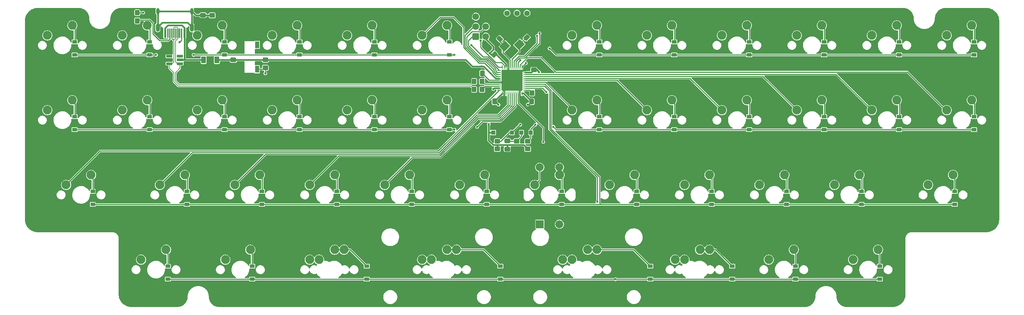
<source format=gbl>
%TF.GenerationSoftware,KiCad,Pcbnew,7.0.6*%
%TF.CreationDate,2023-08-26T01:37:11-04:00*%
%TF.ProjectId,Vault45_alpha,5661756c-7434-4355-9f61-6c7068612e6b,rev?*%
%TF.SameCoordinates,PX18faf56PY663131a*%
%TF.FileFunction,Copper,L2,Bot*%
%TF.FilePolarity,Positive*%
%FSLAX46Y46*%
G04 Gerber Fmt 4.6, Leading zero omitted, Abs format (unit mm)*
G04 Created by KiCad (PCBNEW 7.0.6) date 2023-08-26 01:37:11*
%MOMM*%
%LPD*%
G01*
G04 APERTURE LIST*
G04 Aperture macros list*
%AMRoundRect*
0 Rectangle with rounded corners*
0 $1 Rounding radius*
0 $2 $3 $4 $5 $6 $7 $8 $9 X,Y pos of 4 corners*
0 Add a 4 corners polygon primitive as box body*
4,1,4,$2,$3,$4,$5,$6,$7,$8,$9,$2,$3,0*
0 Add four circle primitives for the rounded corners*
1,1,$1+$1,$2,$3*
1,1,$1+$1,$4,$5*
1,1,$1+$1,$6,$7*
1,1,$1+$1,$8,$9*
0 Add four rect primitives between the rounded corners*
20,1,$1+$1,$2,$3,$4,$5,0*
20,1,$1+$1,$4,$5,$6,$7,0*
20,1,$1+$1,$6,$7,$8,$9,0*
20,1,$1+$1,$8,$9,$2,$3,0*%
%AMRotRect*
0 Rectangle, with rotation*
0 The origin of the aperture is its center*
0 $1 length*
0 $2 width*
0 $3 Rotation angle, in degrees counterclockwise*
0 Add horizontal line*
21,1,$1,$2,0,0,$3*%
G04 Aperture macros list end*
%TA.AperFunction,ComponentPad*%
%ADD10C,2.250000*%
%TD*%
%TA.AperFunction,ComponentPad*%
%ADD11C,2.000000*%
%TD*%
%TA.AperFunction,ComponentPad*%
%ADD12R,2.000000X2.000000*%
%TD*%
%TA.AperFunction,ComponentPad*%
%ADD13R,1.000000X1.000000*%
%TD*%
%TA.AperFunction,ComponentPad*%
%ADD14C,1.397000*%
%TD*%
%TA.AperFunction,SMDPad,CuDef*%
%ADD15R,1.200000X0.900000*%
%TD*%
%TA.AperFunction,SMDPad,CuDef*%
%ADD16RoundRect,0.250000X-0.350000X-0.450000X0.350000X-0.450000X0.350000X0.450000X-0.350000X0.450000X0*%
%TD*%
%TA.AperFunction,SMDPad,CuDef*%
%ADD17RotRect,2.100000X1.800000X225.000000*%
%TD*%
%TA.AperFunction,SMDPad,CuDef*%
%ADD18RoundRect,0.250000X0.475000X-0.337500X0.475000X0.337500X-0.475000X0.337500X-0.475000X-0.337500X0*%
%TD*%
%TA.AperFunction,SMDPad,CuDef*%
%ADD19RoundRect,0.250000X-0.337500X-0.475000X0.337500X-0.475000X0.337500X0.475000X-0.337500X0.475000X0*%
%TD*%
%TA.AperFunction,SMDPad,CuDef*%
%ADD20RoundRect,0.250000X0.350000X0.450000X-0.350000X0.450000X-0.350000X-0.450000X0.350000X-0.450000X0*%
%TD*%
%TA.AperFunction,SMDPad,CuDef*%
%ADD21RoundRect,0.062500X-0.475000X-0.062500X0.475000X-0.062500X0.475000X0.062500X-0.475000X0.062500X0*%
%TD*%
%TA.AperFunction,SMDPad,CuDef*%
%ADD22RoundRect,0.062500X-0.062500X-0.475000X0.062500X-0.475000X0.062500X0.475000X-0.062500X0.475000X0*%
%TD*%
%TA.AperFunction,ComponentPad*%
%ADD23C,0.500000*%
%TD*%
%TA.AperFunction,SMDPad,CuDef*%
%ADD24R,5.200000X5.200000*%
%TD*%
%TA.AperFunction,SMDPad,CuDef*%
%ADD25R,1.100000X1.800000*%
%TD*%
%TA.AperFunction,SMDPad,CuDef*%
%ADD26RoundRect,0.250000X0.097227X-0.574524X0.574524X-0.097227X-0.097227X0.574524X-0.574524X0.097227X0*%
%TD*%
%TA.AperFunction,SMDPad,CuDef*%
%ADD27RoundRect,0.250000X0.337500X0.475000X-0.337500X0.475000X-0.337500X-0.475000X0.337500X-0.475000X0*%
%TD*%
%TA.AperFunction,SMDPad,CuDef*%
%ADD28RoundRect,0.250000X-0.450000X0.350000X-0.450000X-0.350000X0.450000X-0.350000X0.450000X0.350000X0*%
%TD*%
%TA.AperFunction,SMDPad,CuDef*%
%ADD29RoundRect,0.250000X-0.475000X0.337500X-0.475000X-0.337500X0.475000X-0.337500X0.475000X0.337500X0*%
%TD*%
%TA.AperFunction,SMDPad,CuDef*%
%ADD30R,0.600000X2.450000*%
%TD*%
%TA.AperFunction,SMDPad,CuDef*%
%ADD31R,0.300000X2.450000*%
%TD*%
%TA.AperFunction,ComponentPad*%
%ADD32O,0.800000X1.600000*%
%TD*%
%TA.AperFunction,ComponentPad*%
%ADD33O,1.000000X2.100000*%
%TD*%
%TA.AperFunction,ComponentPad*%
%ADD34RoundRect,0.250000X-0.600000X-0.600000X0.600000X-0.600000X0.600000X0.600000X-0.600000X0.600000X0*%
%TD*%
%TA.AperFunction,ComponentPad*%
%ADD35C,1.700000*%
%TD*%
%TA.AperFunction,SMDPad,CuDef*%
%ADD36R,1.560000X0.650000*%
%TD*%
%TA.AperFunction,SMDPad,CuDef*%
%ADD37RoundRect,0.250000X0.574524X0.097227X0.097227X0.574524X-0.574524X-0.097227X-0.097227X-0.574524X0*%
%TD*%
%TA.AperFunction,SMDPad,CuDef*%
%ADD38RoundRect,0.210527X-0.389473X-0.664473X0.389473X-0.664473X0.389473X0.664473X-0.389473X0.664473X0*%
%TD*%
%TA.AperFunction,SMDPad,CuDef*%
%ADD39RoundRect,0.250000X0.450000X-0.350000X0.450000X0.350000X-0.450000X0.350000X-0.450000X-0.350000X0*%
%TD*%
%TA.AperFunction,ViaPad*%
%ADD40C,0.600000*%
%TD*%
%TA.AperFunction,Conductor*%
%ADD41C,0.254000*%
%TD*%
%TA.AperFunction,Conductor*%
%ADD42C,0.381000*%
%TD*%
%TA.AperFunction,Conductor*%
%ADD43C,0.200000*%
%TD*%
G04 APERTURE END LIST*
D10*
X189071434Y12064918D03*
X195421434Y14604918D03*
X139065000Y12065000D03*
X145415000Y14605000D03*
X100965000Y12064730D03*
X107315000Y14604730D03*
X210502702Y12064918D03*
X216852702Y14604918D03*
X29527500Y12065000D03*
X35877500Y14605000D03*
X72390000Y31114730D03*
X78740000Y33654730D03*
X91440000Y31114730D03*
X97790000Y33654730D03*
X205740000Y31114730D03*
X212090000Y33654730D03*
X158115000Y50164730D03*
X164465000Y52704730D03*
D11*
X130850000Y35598029D03*
X135850000Y35598029D03*
X133350000Y21098029D03*
X135850000Y21098029D03*
D12*
X130850000Y21098029D03*
D10*
X196215000Y69214730D03*
X202565000Y71754730D03*
X74771250Y12065000D03*
X81121250Y14605000D03*
X5715000Y69214730D03*
X12065000Y71754730D03*
X215265000Y69214730D03*
X221615000Y71754730D03*
D13*
X123825000Y44449730D03*
D10*
X50958750Y12064730D03*
X57308750Y14604730D03*
X177165000Y69214730D03*
X183515000Y71754730D03*
X186690000Y31114730D03*
X193040000Y33654730D03*
X196215000Y50164730D03*
X202565000Y52704730D03*
X158115000Y69214730D03*
X164465000Y71754730D03*
X24765000Y50164730D03*
X31115000Y52704730D03*
D13*
X121443750Y44449730D03*
D10*
X62865000Y50164730D03*
X69215000Y52704730D03*
X129540000Y31114730D03*
X135890000Y33654730D03*
X43815000Y50164730D03*
X50165000Y52704730D03*
D13*
X119062500Y44449730D03*
D10*
X215265000Y50164730D03*
X221615000Y52704730D03*
X167640166Y12064918D03*
X173990166Y14604918D03*
X139065000Y50164730D03*
X145415000Y52704730D03*
X34290000Y31114730D03*
X40640000Y33654730D03*
D13*
X126206250Y44449730D03*
D10*
X103346250Y12065000D03*
X109696250Y14605000D03*
X148590000Y31114730D03*
X154940000Y33654730D03*
X100965000Y69214730D03*
X107315000Y71754730D03*
X5715000Y50164730D03*
X12065000Y52704730D03*
D13*
X128587500Y44449730D03*
D10*
X10477467Y31114934D03*
X16827467Y33654934D03*
X43815000Y69214730D03*
X50165000Y71754730D03*
X72390000Y12064730D03*
X78740000Y14604730D03*
X100965000Y50164730D03*
X107315000Y52704730D03*
X234315000Y69214730D03*
X240665000Y71754730D03*
X81915000Y69214730D03*
X88265000Y71754730D03*
X234315000Y50164730D03*
X240665000Y52704730D03*
X229552500Y31114730D03*
X235902500Y33654730D03*
X167640000Y31114730D03*
X173990000Y33654730D03*
X136683750Y12064730D03*
X143033750Y14604730D03*
D14*
X127635104Y74879778D03*
X125095104Y74879778D03*
X122555104Y74879778D03*
X120015104Y74879778D03*
D10*
X81915000Y50164730D03*
X88265000Y52704730D03*
X165258750Y12064918D03*
X171608750Y14604918D03*
X139065000Y69214730D03*
X145415000Y71754730D03*
X110490000Y31114730D03*
X116840000Y33654730D03*
X53340000Y31114730D03*
X59690000Y33654730D03*
X177165000Y50164730D03*
X183515000Y52704730D03*
X24765000Y69214730D03*
X31115000Y71754730D03*
X62865000Y69214730D03*
X69215000Y71754730D03*
D15*
X60250630Y26130980D03*
X60250630Y29430980D03*
D16*
X114193259Y57503477D03*
X116193259Y57503477D03*
D17*
X125663478Y66886862D03*
X123612868Y64836252D03*
X121986522Y66462598D03*
X124037132Y68513208D03*
D18*
X45243910Y72292701D03*
X45243910Y74367701D03*
D15*
X79301418Y26130980D03*
X79301418Y29430980D03*
X158948593Y7080980D03*
X158948593Y10380980D03*
X241226512Y45180980D03*
X241226512Y48480980D03*
X165026512Y45180980D03*
X165026512Y48480980D03*
X50718439Y45180980D03*
X50718439Y48480980D03*
X241226512Y64230980D03*
X241226512Y67530980D03*
X120848561Y7080980D03*
X120848561Y10380980D03*
X179784548Y7080980D03*
X179784548Y10380980D03*
D19*
X119368750Y52387230D03*
X121443750Y52387230D03*
D20*
X130923791Y54557395D03*
X128923791Y54557395D03*
D15*
X222176512Y45180980D03*
X222176512Y48480980D03*
D21*
X120487500Y55284908D03*
X120487500Y55784908D03*
X120487500Y56284908D03*
X120487500Y56784908D03*
X120487500Y57284908D03*
X120487500Y57784908D03*
X120487500Y58284908D03*
X120487500Y58784908D03*
X120487500Y59284908D03*
X120487500Y59784908D03*
X120487500Y60284908D03*
D22*
X121325000Y61122408D03*
X121825000Y61122408D03*
X122325000Y61122408D03*
X122825000Y61122408D03*
X123325000Y61122408D03*
X123825000Y61122408D03*
X124325000Y61122408D03*
X124825000Y61122408D03*
X125325000Y61122408D03*
X125825000Y61122408D03*
X126325000Y61122408D03*
D21*
X127162500Y60284908D03*
X127162500Y59784908D03*
X127162500Y59284908D03*
X127162500Y58784908D03*
X127162500Y58284908D03*
X127162500Y57784908D03*
X127162500Y57284908D03*
X127162500Y56784908D03*
X127162500Y56284908D03*
X127162500Y55784908D03*
X127162500Y55284908D03*
D22*
X126325000Y54447408D03*
X125825000Y54447408D03*
X125325000Y54447408D03*
X124825000Y54447408D03*
X124325000Y54447408D03*
X123825000Y54447408D03*
X123325000Y54447408D03*
X122825000Y54447408D03*
X122325000Y54447408D03*
X121825000Y54447408D03*
X121325000Y54447408D03*
D23*
X121475000Y60134908D03*
X121475000Y58959908D03*
X121475000Y57784908D03*
X121475000Y56609908D03*
X121475000Y55434908D03*
X122650000Y60134908D03*
X122650000Y58959908D03*
X122650000Y57784908D03*
X122650000Y56609908D03*
X122650000Y55434908D03*
X123825000Y60134908D03*
X123825000Y58959908D03*
X123825000Y57784908D03*
D24*
X123825000Y57784908D03*
D23*
X123825000Y56609908D03*
X123825000Y55434908D03*
X125000000Y60134908D03*
X125000000Y58959908D03*
X125000000Y57784908D03*
X125000000Y56609908D03*
X125000000Y55434908D03*
X126175000Y60134908D03*
X126175000Y58959908D03*
X126175000Y57784908D03*
X126175000Y56609908D03*
X126175000Y55434908D03*
D15*
X41199842Y26130980D03*
X41199842Y29430980D03*
X236339216Y26130980D03*
X236339216Y29430980D03*
D25*
X55300000Y66798221D03*
X55300000Y60598221D03*
X59000000Y66798221D03*
X59000000Y60598221D03*
D26*
X120710127Y68322357D03*
X122177373Y69789603D03*
D15*
X31669135Y64230980D03*
X31669135Y67530980D03*
D27*
X116230759Y59530980D03*
X114155759Y59530980D03*
D15*
X12619831Y45180980D03*
X12619831Y48480980D03*
D28*
X47625160Y74330201D03*
X47625160Y72330201D03*
D15*
X195857999Y7080980D03*
X195857999Y10380980D03*
X203126512Y64230980D03*
X203126512Y67530980D03*
D18*
X129365549Y60415926D03*
X129365549Y62490926D03*
D15*
X69767743Y64230980D03*
X69767743Y67530980D03*
X145976512Y64230980D03*
X145976512Y67530980D03*
D29*
X52982857Y62949782D03*
X52982857Y60874782D03*
D15*
X107866352Y45180980D03*
X107866352Y48480980D03*
X86915720Y7080980D03*
X86915720Y10380980D03*
D20*
X28575112Y72925515D03*
X26575112Y72925515D03*
D15*
X222176512Y64230980D03*
X222176512Y67530980D03*
X184076512Y45180980D03*
X184076512Y48480980D03*
D18*
X122605590Y40237230D03*
X122605590Y42312230D03*
D28*
X124986840Y42274730D03*
X124986840Y40274730D03*
D15*
X136453782Y26130980D03*
X136453782Y29430980D03*
X174555358Y26130980D03*
X174555358Y29430980D03*
D20*
X28575112Y75009114D03*
X26575112Y75009114D03*
D30*
X34875032Y69790913D03*
X35650032Y69790913D03*
D31*
X36350032Y69790913D03*
X36850032Y69790913D03*
X37350032Y69790913D03*
X37850032Y69790913D03*
X38350032Y69790913D03*
X38850032Y69790913D03*
X39350032Y69790913D03*
X39850032Y69790913D03*
D30*
X40550032Y69790913D03*
X41325032Y69790913D03*
D32*
X33780032Y75385913D03*
D33*
X33780032Y71205913D03*
D32*
X42420032Y75385913D03*
D33*
X42420032Y71205913D03*
D15*
X117402994Y26130980D03*
X117402994Y29430980D03*
X50718439Y64230980D03*
X50718439Y67530980D03*
X203126512Y45180980D03*
X203126512Y48480980D03*
D34*
X114617500Y68897230D03*
D35*
X117157500Y68897230D03*
X114617500Y71437230D03*
X117157500Y71437230D03*
X114617500Y73977230D03*
X117157500Y73977230D03*
D15*
X98352206Y26130980D03*
X98352206Y29430980D03*
X193606146Y26130980D03*
X193606146Y29430980D03*
D36*
X36727132Y61999782D03*
X36727132Y62949782D03*
X36727132Y63899782D03*
X39427132Y63899782D03*
X39427132Y62949782D03*
X39427132Y61999782D03*
D28*
X127793750Y42274730D03*
X127793750Y40274730D03*
D37*
X127535505Y68620188D03*
X126068259Y70087434D03*
D15*
X212656940Y26130980D03*
X212656940Y29430980D03*
X184076512Y64230980D03*
X184076512Y67530980D03*
X107866352Y64230980D03*
X107866352Y67530980D03*
D38*
X45415666Y62949782D03*
X48815666Y62949782D03*
D15*
X88817047Y64230980D03*
X88817047Y67530980D03*
X17264032Y26130980D03*
X17264032Y29430980D03*
X57745383Y7080980D03*
X57745383Y10380980D03*
X155504570Y26130980D03*
X155504570Y29430980D03*
X145976512Y45180980D03*
X145976512Y48480980D03*
X88817047Y45180980D03*
X88817047Y48480980D03*
X165026512Y64230980D03*
X165026512Y67530980D03*
D16*
X114193259Y55471477D03*
X116193259Y55471477D03*
D39*
X61118750Y60949782D03*
X61118750Y62949782D03*
D15*
X69767743Y45180980D03*
X69767743Y48480980D03*
X31669135Y45180980D03*
X31669135Y48480980D03*
D39*
X120062500Y40274730D03*
X120062500Y42274730D03*
D15*
X12619831Y64230980D03*
X12619831Y67530980D03*
D37*
X119312507Y64366013D03*
X117845261Y65833259D03*
D27*
X128831250Y52387230D03*
X126756250Y52387230D03*
D15*
X36314115Y7080980D03*
X36314115Y10380980D03*
X217289267Y7080980D03*
X217289267Y10380980D03*
D40*
X150081250Y7080980D03*
X133350000Y65880980D03*
X33337528Y64230980D03*
X42862536Y64230980D03*
X113506250Y66674730D03*
X109144317Y64228871D03*
X134334820Y45922093D03*
X114935188Y45878668D03*
X109200798Y45194541D03*
X145489579Y26790462D03*
X59000048Y66798221D03*
X61118750Y59531030D03*
X115887480Y67865412D03*
X130191346Y69084733D03*
X130815750Y69721542D03*
X39290764Y67447717D03*
X30063397Y75009114D03*
X129747596Y46457568D03*
X125958876Y62910106D03*
X127335705Y62127080D03*
X125904987Y46457568D03*
X131021359Y62505411D03*
X121423785Y50951080D03*
X124990940Y38948722D03*
X112514346Y59531130D03*
X116681250Y66674730D03*
X52982986Y59530950D03*
X127793750Y51593480D03*
X118164079Y64678435D03*
X117907637Y46546626D03*
X116086035Y61316969D03*
X120364288Y51555683D03*
X130705329Y59863808D03*
X119062500Y55562230D03*
X131762500Y42068480D03*
X132556250Y54768480D03*
D41*
X217289267Y7080980D02*
X36314115Y7080980D01*
X217289267Y14168353D02*
X216852702Y14604918D01*
X217289267Y10380980D02*
X217289267Y14168353D01*
X195857999Y14168353D02*
X195421434Y14604918D01*
X195857999Y10380980D02*
X195857999Y14168353D01*
X175560610Y14604918D02*
X171608750Y14604918D01*
X179784548Y10380980D02*
X175560610Y14604918D01*
X116624811Y14604730D02*
X107315000Y14604730D01*
X120848561Y10380980D02*
X116624811Y14604730D01*
X154724843Y14604730D02*
X143033750Y14604730D01*
X158948593Y10380980D02*
X154724843Y14604730D01*
X82691970Y14604730D02*
X86915720Y10380980D01*
X78740000Y14604730D02*
X82691970Y14604730D01*
X57745383Y10380980D02*
X57745383Y14168097D01*
X36314115Y10380980D02*
X36314115Y14168385D01*
X113506250Y66674730D02*
X116412307Y63768673D01*
X133350000Y65880980D02*
X133436741Y65880980D01*
X116412307Y63768673D02*
X117673467Y63768673D01*
X107866352Y64230980D02*
X69767743Y64230980D01*
X120319734Y61122408D02*
X121325000Y61122408D01*
X117673467Y63768673D02*
X120319734Y61122408D01*
X31669135Y64230980D02*
X33337528Y64230980D01*
X31669135Y64230980D02*
X12619831Y64230980D01*
X109142208Y64230980D02*
X107866352Y64230980D01*
X42862536Y64230980D02*
X50718439Y64230980D01*
X133436741Y65880980D02*
X135086741Y64230980D01*
X50718439Y64230980D02*
X69767743Y64230980D01*
X109144317Y64228871D02*
X109142208Y64230980D01*
X135086741Y64230980D02*
X241300000Y64230980D01*
D42*
X43438244Y74367701D02*
X42420032Y75385913D01*
X33780032Y71388493D02*
X34892952Y72501413D01*
X34892952Y72501413D02*
X41307112Y72501413D01*
X33780032Y71205913D02*
X33780032Y75385913D01*
X45243910Y74367701D02*
X43438244Y74367701D01*
X33780032Y75385913D02*
X42420032Y75385913D01*
X41307112Y72501413D02*
X42420032Y71388493D01*
X42420032Y75385913D02*
X42420032Y71205913D01*
X45243910Y74367701D02*
X47587660Y74367701D01*
D41*
X117976831Y57784908D02*
X116230759Y59530980D01*
X120487500Y57784908D02*
X117976831Y57784908D01*
X123825000Y63186436D02*
X123825000Y61122408D01*
X125663478Y65024914D02*
X123825000Y63186436D01*
X125663478Y66886862D02*
X127396804Y68620188D01*
X125663478Y66093112D02*
X125663478Y65024914D01*
X120710127Y67738993D02*
X121986522Y66462598D01*
X123325000Y63039162D02*
X123325000Y61122408D01*
X121486781Y64877381D02*
X123325000Y63039162D01*
X121486781Y65962857D02*
X121486781Y64877381D01*
X12700000Y67530980D02*
X12700000Y71119730D01*
X31750000Y67530980D02*
X31750000Y71119730D01*
X50800000Y67530980D02*
X50800000Y71119730D01*
X69850000Y67530980D02*
X69850000Y71119730D01*
X88900000Y67530980D02*
X88900000Y71119730D01*
X107950000Y67530980D02*
X107950000Y71119730D01*
X146050000Y67530980D02*
X146050000Y71119730D01*
X165100000Y67530980D02*
X165100000Y71119730D01*
X124825000Y51214862D02*
X120900447Y47290309D01*
X109187237Y45180980D02*
X12700000Y45180980D01*
X124825000Y54447408D02*
X124825000Y51214862D01*
X135075933Y45180980D02*
X241300000Y45180980D01*
X120900447Y47290309D02*
X116346829Y47290309D01*
X109200798Y45194541D02*
X109187237Y45180980D01*
X116346829Y47290309D02*
X114935188Y45878668D01*
X134334820Y45922093D02*
X135075933Y45180980D01*
X184150000Y67530980D02*
X184150000Y71119730D01*
X203200000Y67530980D02*
X203200000Y71119730D01*
X222250000Y67530980D02*
X222250000Y71119730D01*
X241300000Y67530980D02*
X241300000Y71119730D01*
X12700000Y48480980D02*
X12700000Y52069730D01*
X31750000Y48480980D02*
X31750000Y52069730D01*
X50800000Y48480980D02*
X50800000Y52069730D01*
X69850000Y48480980D02*
X69850000Y52069730D01*
X88900000Y48480980D02*
X88900000Y52069730D01*
X107950000Y48480980D02*
X107950000Y52069730D01*
X146050000Y48480980D02*
X146050000Y52069730D01*
X165100000Y48480980D02*
X165100000Y52069730D01*
X184150000Y48480980D02*
X184150000Y52069730D01*
X203200000Y48480980D02*
X203200000Y52069730D01*
X222250000Y48480980D02*
X222250000Y52069730D01*
X241300000Y48480980D02*
X241300000Y52069730D01*
X17264032Y29430980D02*
X17264032Y33218369D01*
X41275000Y29430980D02*
X41275000Y33019730D01*
X60325000Y29430980D02*
X60325000Y33019730D01*
X79375000Y29430980D02*
X79375000Y33019730D01*
X98425000Y29430980D02*
X98425000Y33019730D01*
X117475000Y29430980D02*
X117475000Y33019730D01*
X136525000Y29430980D02*
X136525000Y33019730D01*
X155575000Y29430980D02*
X155575000Y33019730D01*
X145489579Y26790462D02*
X145505848Y26806731D01*
X132088076Y56284908D02*
X127162500Y56284908D01*
X145505848Y26806731D02*
X145505848Y33087633D01*
X145505848Y33087633D02*
X133350000Y45243481D01*
X133350000Y55022984D02*
X132088076Y56284908D01*
X133350000Y45243481D02*
X133350000Y55022984D01*
X174625000Y29430980D02*
X174625000Y33019730D01*
X193675000Y29430980D02*
X193675000Y33019730D01*
X212725000Y29430980D02*
X212725000Y33019730D01*
X236339216Y29430980D02*
X236339216Y33218014D01*
D42*
X35650032Y71093333D02*
X36316857Y71760158D01*
X40267932Y62949782D02*
X40550032Y63231882D01*
X45415666Y62949782D02*
X39427132Y62949782D01*
X39427132Y62949782D02*
X40267932Y62949782D01*
X39883207Y71760158D02*
X40550032Y71093333D01*
X36316857Y71760158D02*
X39883207Y71760158D01*
X40550032Y71093333D02*
X40550032Y69790913D01*
X40550032Y63231882D02*
X40550032Y70208542D01*
X35650032Y69790913D02*
X35650032Y71093333D01*
D41*
X19112494Y39749724D02*
X10477500Y31114730D01*
X120487500Y55284908D02*
X120487500Y55227787D01*
X105009437Y39749724D02*
X19112494Y39749724D01*
X120487500Y55227787D02*
X105009437Y39749724D01*
X122825000Y51511091D02*
X120227898Y48913989D01*
X42519074Y39343804D02*
X34290000Y31114730D01*
X120227898Y48913989D02*
X114795509Y48913989D01*
X114795509Y48913989D02*
X105225324Y39343804D01*
X122825000Y54447408D02*
X122825000Y51511091D01*
X105225324Y39343804D02*
X42519074Y39343804D01*
X123325000Y53388908D02*
X123327234Y53386674D01*
X120396036Y48508069D02*
X114963646Y48508069D01*
X105393461Y38937884D02*
X61163154Y38937884D01*
X114963646Y48508069D02*
X105393461Y38937884D01*
X61163154Y38937884D02*
X53340000Y31114730D01*
X123327234Y53386674D02*
X123327234Y51439267D01*
X123327234Y51439267D02*
X120396036Y48508069D01*
X123325000Y54447408D02*
X123325000Y53388908D01*
X79780920Y38505650D02*
X72390000Y31114730D01*
X123825000Y51362976D02*
X120564173Y48102149D01*
X123825000Y54447408D02*
X123825000Y51362976D01*
X120564173Y48102149D02*
X115131785Y48102149D01*
X115131785Y48102149D02*
X105535286Y38505650D01*
X105535286Y38505650D02*
X79780920Y38505650D01*
X120732310Y47696229D02*
X115299922Y47696229D01*
X105703423Y38099730D02*
X98425000Y38099730D01*
X98425000Y38099730D02*
X91440000Y31114730D01*
X115299922Y47696229D02*
X105703423Y38099730D01*
X124322765Y51286684D02*
X120732310Y47696229D01*
X124322765Y53472495D02*
X124322765Y51286684D01*
X124325000Y54447408D02*
X124325000Y53474730D01*
X124325000Y53474730D02*
X124322765Y53472495D01*
X111494260Y66104992D02*
X115454739Y62144513D01*
X111494260Y71266561D02*
X111494260Y66104992D01*
X118858760Y60142885D02*
X118858760Y59744515D01*
X119818367Y58784908D02*
X120487500Y58784908D01*
X100965000Y69214730D02*
X105568812Y73818542D01*
X105568812Y73818542D02*
X108942279Y73818542D01*
X118858760Y59744515D02*
X119818367Y58784908D01*
X108942279Y73818542D02*
X111494260Y71266561D01*
X115454739Y62144513D02*
X116857132Y62144513D01*
X116857132Y62144513D02*
X118858760Y60142885D01*
X139065000Y50557244D02*
X132337336Y57284908D01*
X130850000Y35598029D02*
X130850000Y32424730D01*
X130850000Y32424730D02*
X129540000Y31114730D01*
X132337336Y57284908D02*
X127162500Y57284908D01*
X150494822Y57784908D02*
X127162500Y57784908D01*
X158115000Y50164730D02*
X150494822Y57784908D01*
X177165000Y50164730D02*
X169044822Y58284908D01*
X169044822Y58284908D02*
X127162500Y58284908D01*
X187594822Y58784908D02*
X127162500Y58784908D01*
X196215000Y50164730D02*
X187594822Y58784908D01*
X206144822Y59284908D02*
X127162500Y59284908D01*
X215265000Y50164730D02*
X206144822Y59284908D01*
X125825000Y61642748D02*
X127723740Y63541488D01*
X224268258Y59893972D02*
X233997500Y50164730D01*
X127723740Y63541488D02*
X131289984Y63541488D01*
X134937500Y59893972D02*
X224268258Y59893972D01*
X125825000Y61122408D02*
X125825000Y61642748D01*
X131289984Y63541488D02*
X134937500Y59893972D01*
X59000000Y60598221D02*
X60767189Y60598221D01*
X121137110Y62330638D02*
X119685560Y62330638D01*
X121825000Y61642748D02*
X121137110Y62330638D01*
X121825000Y61122408D02*
X121825000Y61642748D01*
X61118750Y60949782D02*
X61118750Y59531030D01*
X115887480Y66128718D02*
X119685560Y62330638D01*
X115887480Y67865412D02*
X115887480Y66128718D01*
D43*
X37852132Y67863813D02*
X37350032Y68365913D01*
X36727132Y60829781D02*
X36727132Y61999782D01*
X37852132Y57377155D02*
X37852132Y59704781D01*
X37344394Y61999782D02*
X37852132Y62507520D01*
X114193259Y55471477D02*
X113402260Y56262476D01*
X113402260Y56262476D02*
X38966811Y56262476D01*
X38212472Y68228352D02*
X38350032Y68365913D01*
X37852132Y59704781D02*
X36727132Y60829781D01*
X37852132Y62507520D02*
X37852132Y67863813D01*
X38350032Y68365913D02*
X38350032Y69790913D01*
X37350032Y69790913D02*
X37350032Y68365913D01*
X38966811Y56262476D02*
X37852132Y57377155D01*
X37487593Y68228352D02*
X38212472Y68228352D01*
X37350032Y68365913D02*
X37487593Y68228352D01*
X38748687Y71317258D02*
X38850032Y71215913D01*
X37850032Y71215913D02*
X37951377Y71317258D01*
X38302132Y67819642D02*
X38850032Y68367543D01*
X38850032Y71215913D02*
X38850032Y69790913D01*
X37951377Y71317258D02*
X38748687Y71317258D01*
X38809870Y61999782D02*
X38302132Y62507520D01*
X38850032Y68367543D02*
X38850032Y69790913D01*
X39153209Y56712478D02*
X38302132Y57563555D01*
X113402260Y56712478D02*
X39153209Y56712478D01*
X37850032Y69790913D02*
X37850032Y71215913D01*
X38302132Y57563555D02*
X38302132Y59704781D01*
X38302132Y67819642D02*
X38302132Y62507520D01*
X114193259Y57503477D02*
X113402260Y56712478D01*
X39427132Y60829781D02*
X39427132Y61999782D01*
X38302132Y59704781D02*
X39427132Y60829781D01*
D41*
X128196278Y55284908D02*
X128923791Y54557395D01*
X127162500Y55284908D02*
X128196278Y55284908D01*
X130191346Y69084733D02*
X130191346Y67157210D01*
X124325000Y62668978D02*
X124325000Y61122408D01*
X126944604Y63910468D02*
X125566490Y63910468D01*
X130191346Y67157210D02*
X126944604Y63910468D01*
X125566490Y63910468D02*
X124325000Y62668978D01*
X125734628Y63504548D02*
X127112741Y63504548D01*
X124825000Y62594920D02*
X125734628Y63504548D01*
X127112741Y63504548D02*
X130815750Y67207556D01*
X130815750Y67207556D02*
X130815750Y69721542D01*
X124825000Y61122408D02*
X124825000Y62594920D01*
X117006690Y56284908D02*
X116193259Y55471477D01*
X120487500Y56284908D02*
X117006690Y56284908D01*
X120487500Y56784908D02*
X116911828Y56784908D01*
X116911828Y56784908D02*
X116193259Y57503477D01*
X111900660Y66273328D02*
X111900660Y69290397D01*
X117169055Y62550913D02*
X115623075Y62550913D01*
X119265160Y59912851D02*
X119265160Y60454808D01*
X111900660Y69290397D02*
X114047493Y71437230D01*
X119893103Y59284908D02*
X119265160Y59912851D01*
X120487500Y59284908D02*
X119893103Y59284908D01*
X115623075Y62550913D02*
X111900660Y66273328D01*
X119265160Y60454808D02*
X117169055Y62550913D01*
X113671903Y70193264D02*
X115913534Y70193264D01*
X120487500Y59784908D02*
X119967160Y59784908D01*
X112306580Y68827941D02*
X113671903Y70193264D01*
X115791212Y62956833D02*
X112306580Y66441465D01*
X115913534Y70193264D02*
X117157500Y71437230D01*
X119671080Y60622946D02*
X117337192Y62956833D01*
X119967160Y59784908D02*
X119671080Y60080988D01*
X117337192Y62956833D02*
X115791212Y62956833D01*
X119671080Y60080988D02*
X119671080Y60622946D01*
X112306580Y66441465D02*
X112306580Y68827941D01*
X117505329Y63362753D02*
X115959349Y63362753D01*
X113698726Y68897230D02*
X114617500Y68897230D01*
X112712500Y67911004D02*
X113698726Y68897230D01*
X112712500Y66609602D02*
X112712500Y67911004D01*
X120487500Y60380584D02*
X117505329Y63362753D01*
X115959349Y63362753D02*
X112712500Y66609602D01*
X120487500Y60284908D02*
X120487500Y60380584D01*
X32519400Y69576541D02*
X32519400Y72336452D01*
X36403465Y67865346D02*
X36850032Y68311913D01*
X31696722Y73159130D02*
X28808727Y73159130D01*
X34230595Y67865346D02*
X32519400Y69576541D01*
X36850032Y68311913D02*
X36850032Y69790913D01*
X32519400Y72336452D02*
X31696722Y73159130D01*
X34230595Y67865346D02*
X36403465Y67865346D01*
X28575112Y75009114D02*
X30063397Y75009114D01*
X39850032Y68006985D02*
X39290764Y67447717D01*
X39850032Y69790913D02*
X39850032Y68006985D01*
X146068479Y33099059D02*
X146068479Y26509454D01*
X17264032Y26130980D02*
X146446953Y26130980D01*
X146446953Y26130980D02*
X236339216Y26130980D01*
X133755920Y55191121D02*
X133755920Y45411618D01*
X127162500Y56784908D02*
X132162133Y56784908D01*
X146068479Y26509454D02*
X146446953Y26130980D01*
X132162133Y56784908D02*
X133755920Y55191121D01*
X133755920Y45411618D02*
X146068479Y33099059D01*
X128587500Y44449730D02*
X128587500Y43068480D01*
X128587500Y43068480D02*
X127793750Y42274730D01*
X128587500Y45297472D02*
X128587500Y44449730D01*
X125958876Y62910106D02*
X125917564Y62910106D01*
X125325000Y62317542D02*
X125325000Y61122408D01*
X129747596Y46457568D02*
X128587500Y45297472D01*
X125917564Y62910106D02*
X125325000Y62317542D01*
X127335705Y62127080D02*
X127329672Y62127080D01*
X125904987Y46457568D02*
X125832838Y46457568D01*
X123825000Y44449730D02*
X123132382Y44449730D01*
X125832838Y46457568D02*
X123825000Y44449730D01*
X127329672Y62127080D02*
X126325000Y61122408D01*
X120957382Y42274730D02*
X120062500Y42274730D01*
X123132382Y44449730D02*
X120957382Y42274730D01*
D42*
X126876258Y60252328D02*
X126519777Y60252328D01*
X121423785Y50973212D02*
X121423785Y50951080D01*
X121792420Y55090131D02*
X121792420Y54768480D01*
X121792420Y52735900D02*
X121792420Y54128118D01*
X129058682Y62490926D02*
X127162500Y60594744D01*
X117522721Y65833259D02*
X116681250Y66674730D01*
X122760737Y69789603D02*
X124037132Y68513208D01*
X124986840Y38952822D02*
X124990940Y38948722D01*
X131006874Y62490926D02*
X131021359Y62505411D01*
X126519777Y60252328D02*
X124052357Y57784908D01*
X127162500Y60594744D02*
X127162500Y60317828D01*
X121443750Y52387230D02*
X121443750Y50993177D01*
X126941758Y60317828D02*
X126876258Y60252328D01*
X124986840Y40274730D02*
X124986840Y38952822D01*
X121443750Y50993177D02*
X121423785Y50973212D01*
X121729911Y55152640D02*
X121792420Y55090131D01*
X127162500Y60317828D02*
X126941758Y60317828D01*
X121729911Y55689819D02*
X121729911Y55152640D01*
X129365549Y62490926D02*
X131006874Y62490926D01*
X120066683Y41274730D02*
X120066683Y40278913D01*
X126790399Y41278081D02*
X127793750Y40274730D01*
X117916079Y44449730D02*
X117907637Y44441288D01*
X120364288Y51555683D02*
X119532741Y52387230D01*
X128831250Y52387230D02*
X126771072Y54447408D01*
X127793750Y51593480D02*
X128037500Y51593480D01*
X119312507Y64366013D02*
X118476501Y64366013D01*
X119285178Y55784908D02*
X119062500Y55562230D01*
X120487500Y55784908D02*
X119285178Y55784908D01*
X127162500Y59784908D02*
X128734531Y59784908D01*
X117907637Y44441288D02*
X117907637Y42429593D01*
X122605590Y41263866D02*
X122605590Y40237230D01*
X119062500Y44449730D02*
X117916079Y44449730D01*
X119653829Y58284908D02*
X116621768Y61316969D01*
X61118750Y62949782D02*
X112071970Y62949782D01*
X113704783Y61316969D02*
X116086035Y61316969D01*
X118476501Y64366013D02*
X118164079Y64678435D01*
X119368750Y52491158D02*
X121325000Y54447408D01*
X128734531Y59784908D02*
X129365549Y60415926D01*
X126771072Y54447408D02*
X126357920Y54447408D01*
X130153211Y60415926D02*
X129365549Y60415926D01*
X117907637Y42429593D02*
X119062500Y41274730D01*
X126787048Y41274730D02*
X126790399Y41278081D01*
X118164079Y64678435D02*
X119090412Y65604768D01*
X122294420Y61855310D02*
X119735996Y64413734D01*
X128037500Y51593480D02*
X128831250Y52387230D01*
X119090412Y65604768D02*
X119090412Y66381340D01*
X116621768Y61316969D02*
X116086035Y61316969D01*
X112071970Y62949782D02*
X113704783Y61316969D01*
X117907637Y46546626D02*
X117907637Y44441288D01*
X130705329Y59863808D02*
X130153211Y60415926D01*
X52982857Y62949782D02*
X61118750Y62949782D01*
X120487500Y58284908D02*
X119653829Y58284908D01*
X122294420Y61345490D02*
X122294420Y61855310D01*
X119062500Y41274730D02*
X126787048Y41274730D01*
X119090412Y66381340D02*
X117157500Y68314252D01*
X48815666Y62949782D02*
X52982857Y62949782D01*
D41*
X124986840Y42274730D02*
X122643090Y42274730D01*
X126206250Y44449730D02*
X126206250Y43494140D01*
X126206250Y43494140D02*
X124986840Y42274730D01*
X131762500Y42068480D02*
X131762500Y45652768D01*
X131762500Y45652768D02*
X125325000Y52090268D01*
X125325000Y52090268D02*
X125325000Y54447408D01*
X131539822Y55784908D02*
X127162500Y55784908D01*
X132556250Y54768480D02*
X131539822Y55784908D01*
%TA.AperFunction,Conductor*%
G36*
X33228448Y76179472D02*
G01*
X33274941Y76125816D01*
X33285045Y76055542D01*
X33271002Y76016418D01*
X33271573Y76016170D01*
X33268141Y76008270D01*
X33268138Y76008261D01*
X33268138Y76008260D01*
X33227132Y75861907D01*
X33227132Y75861906D01*
X33227132Y75861905D01*
X33227132Y74948085D01*
X33242628Y74835348D01*
X33242630Y74835340D01*
X33303182Y74695934D01*
X33399100Y74578035D01*
X33399101Y74578035D01*
X33404540Y74571349D01*
X33402788Y74569924D01*
X33432763Y74519239D01*
X33436632Y74488254D01*
X33436632Y72380532D01*
X33416630Y72312411D01*
X33378150Y72274149D01*
X33360550Y72262979D01*
X33247631Y72142733D01*
X33247625Y72142726D01*
X33168156Y71998175D01*
X33168155Y71998173D01*
X33127133Y71838401D01*
X33127131Y71838391D01*
X33127131Y70614843D01*
X33127133Y70614824D01*
X33142616Y70492258D01*
X33142618Y70492253D01*
X33192798Y70365511D01*
X33203344Y70338876D01*
X33300306Y70205420D01*
X33427410Y70100270D01*
X33427411Y70100270D01*
X33427413Y70100268D01*
X33484826Y70073252D01*
X33576671Y70030033D01*
X33662911Y70013583D01*
X33738703Y69999124D01*
X33738706Y69999124D01*
X33738710Y69999123D01*
X33738712Y69999124D01*
X33738714Y69999123D01*
X33821028Y70004302D01*
X33903346Y70009481D01*
X33903347Y70009481D01*
X34060230Y70060455D01*
X34060230Y70060456D01*
X34060233Y70060456D01*
X34199514Y70148847D01*
X34312437Y70269098D01*
X34391908Y70413654D01*
X34432932Y70573433D01*
X34432932Y71474701D01*
X34452934Y71542822D01*
X34506590Y71589315D01*
X34576864Y71599419D01*
X34641444Y71569925D01*
X34675339Y71522922D01*
X34687780Y71492888D01*
X34707333Y71445682D01*
X34707338Y71445674D01*
X34799580Y71325462D01*
X34919792Y71233220D01*
X34919799Y71233215D01*
X35059796Y71175226D01*
X35088498Y71171448D01*
X35153425Y71142728D01*
X35192518Y71083463D01*
X35197448Y71034182D01*
X35197132Y71030972D01*
X35197132Y68550860D01*
X35197133Y68550853D01*
X35206004Y68506255D01*
X35206004Y68506254D01*
X35221277Y68483397D01*
X35239798Y68455679D01*
X35290374Y68421885D01*
X35290373Y68421885D01*
X35291731Y68421615D01*
X35334975Y68413013D01*
X35965088Y68413014D01*
X36009690Y68421885D01*
X36009693Y68421888D01*
X36021158Y68426635D01*
X36022189Y68424144D01*
X36072775Y68439986D01*
X36128147Y68424799D01*
X36128908Y68426634D01*
X36140373Y68421885D01*
X36141731Y68421615D01*
X36184975Y68413013D01*
X36251103Y68413014D01*
X36319222Y68393013D01*
X36365716Y68339358D01*
X36375821Y68269084D01*
X36346329Y68204503D01*
X36340201Y68197921D01*
X36324434Y68182153D01*
X36262123Y68148126D01*
X36235336Y68145246D01*
X34398723Y68145246D01*
X34330602Y68165248D01*
X34309628Y68182151D01*
X32836204Y69655575D01*
X32802178Y69717887D01*
X32799299Y69744670D01*
X32799299Y70967027D01*
X32799299Y72277577D01*
X32799905Y72286282D01*
X32801414Y72297105D01*
X32801417Y72297112D01*
X32799367Y72341466D01*
X32799300Y72344375D01*
X32799300Y72362392D01*
X32799299Y72362395D01*
X32798908Y72364490D01*
X32797901Y72373170D01*
X32796585Y72401644D01*
X32796585Y72401645D01*
X32794471Y72406432D01*
X32785880Y72434177D01*
X32784920Y72439314D01*
X32784920Y72439315D01*
X32769908Y72463559D01*
X32765834Y72471289D01*
X32754316Y72497374D01*
X32754315Y72497376D01*
X32750616Y72501075D01*
X32732584Y72523838D01*
X32729830Y72528286D01*
X32729829Y72528287D01*
X32707074Y72545471D01*
X32700492Y72551198D01*
X31936284Y73315406D01*
X31930556Y73321988D01*
X31923955Y73330730D01*
X31891127Y73360657D01*
X31889043Y73362647D01*
X31876302Y73375388D01*
X31874541Y73376595D01*
X31867699Y73382014D01*
X31846624Y73401227D01*
X31846623Y73401228D01*
X31846618Y73401230D01*
X31846616Y73401231D01*
X31841741Y73403120D01*
X31816055Y73416660D01*
X31811739Y73419616D01*
X31783981Y73426145D01*
X31775638Y73428728D01*
X31761767Y73434102D01*
X31749044Y73439030D01*
X31749043Y73439030D01*
X31743810Y73439030D01*
X31714964Y73442377D01*
X31709872Y73443575D01*
X31681632Y73439635D01*
X31672918Y73439030D01*
X29422148Y73439030D01*
X29354027Y73459032D01*
X29309881Y73507827D01*
X29267207Y73591579D01*
X29255128Y73615286D01*
X29164883Y73705531D01*
X29164882Y73705532D01*
X29108024Y73734502D01*
X29051167Y73763472D01*
X28956820Y73778415D01*
X28193404Y73778415D01*
X28099057Y73763472D01*
X28099055Y73763472D01*
X28099055Y73763471D01*
X27985341Y73705532D01*
X27895095Y73615286D01*
X27845788Y73518513D01*
X27837155Y73501570D01*
X27822212Y73407223D01*
X27822212Y72443807D01*
X27837155Y72349460D01*
X27856468Y72311556D01*
X27876029Y72273164D01*
X27895096Y72235744D01*
X27985341Y72145499D01*
X28099057Y72087558D01*
X28193404Y72072615D01*
X28193407Y72072615D01*
X28956817Y72072615D01*
X28956820Y72072615D01*
X29051167Y72087558D01*
X29164883Y72145499D01*
X29255128Y72235744D01*
X29313069Y72349460D01*
X29328012Y72443807D01*
X29328012Y72753230D01*
X29348014Y72821351D01*
X29401670Y72867844D01*
X29454012Y72879230D01*
X30128087Y72879230D01*
X30196208Y72859228D01*
X30242701Y72805572D01*
X30252805Y72735298D01*
X30223311Y72670718D01*
X30217182Y72664135D01*
X30132335Y72579289D01*
X30132330Y72579283D01*
X30004079Y72396121D01*
X29909581Y72193470D01*
X29909579Y72193466D01*
X29878154Y72076185D01*
X29851707Y71977483D01*
X29832219Y71754730D01*
X29851707Y71531977D01*
X29879852Y71426940D01*
X29909579Y71315995D01*
X29909581Y71315990D01*
X30004078Y71113341D01*
X30004079Y71113339D01*
X30132329Y70930179D01*
X30132336Y70930170D01*
X30290439Y70772067D01*
X30290443Y70772064D01*
X30290444Y70772063D01*
X30473609Y70643809D01*
X30676263Y70549310D01*
X30892247Y70491437D01*
X31115000Y70471949D01*
X31333123Y70491032D01*
X31402723Y70477044D01*
X31453715Y70427645D01*
X31470100Y70365512D01*
X31470100Y68259880D01*
X31450098Y68191759D01*
X31396442Y68145266D01*
X31344100Y68133880D01*
X31054081Y68133880D01*
X31054074Y68133879D01*
X31009476Y68125008D01*
X31009475Y68125008D01*
X30958902Y68091215D01*
X30958901Y68091214D01*
X30952550Y68081709D01*
X30925106Y68040638D01*
X30916235Y67996038D01*
X30916235Y67518300D01*
X30896233Y67450179D01*
X30842577Y67403686D01*
X30772303Y67393582D01*
X30707723Y67423076D01*
X30672654Y67473015D01*
X30615433Y67621586D01*
X30613086Y67625868D01*
X30471021Y67885105D01*
X30292777Y68127020D01*
X30083879Y68343019D01*
X30083878Y68343020D01*
X30083876Y68343022D01*
X30083872Y68343025D01*
X29848059Y68529244D01*
X29848054Y68529248D01*
X29589513Y68682382D01*
X29312867Y68799690D01*
X29023054Y68879078D01*
X28725245Y68919130D01*
X28499967Y68919130D01*
X28275180Y68904082D01*
X28275181Y68904082D01*
X28275172Y68904081D01*
X27980719Y68844231D01*
X27980709Y68844228D01*
X27696849Y68745662D01*
X27428654Y68610136D01*
X27180927Y68440082D01*
X27180921Y68440077D01*
X27180920Y68440076D01*
X27147389Y68409749D01*
X26958062Y68238514D01*
X26958049Y68238500D01*
X26764057Y68009043D01*
X26764051Y68009035D01*
X26602370Y67755766D01*
X26475885Y67483200D01*
X26475882Y67483193D01*
X26386854Y67196194D01*
X26336874Y66899893D01*
X26336874Y66899889D01*
X26336874Y66899888D01*
X26327548Y66620933D01*
X26326833Y66599558D01*
X26356909Y66300595D01*
X26356910Y66300588D01*
X26356911Y66300585D01*
X26426570Y66008281D01*
X26534569Y65727870D01*
X26618684Y65574379D01*
X26678978Y65464356D01*
X26779135Y65328422D01*
X26857223Y65222440D01*
X26944992Y65131687D01*
X27066123Y65006439D01*
X27066127Y65006436D01*
X27168225Y64925810D01*
X27301946Y64820212D01*
X27428438Y64745291D01*
X27476856Y64693366D01*
X27489515Y64623507D01*
X27462396Y64557894D01*
X27404109Y64517358D01*
X27364227Y64510880D01*
X13498730Y64510880D01*
X13430609Y64530882D01*
X13384116Y64584538D01*
X13372730Y64636880D01*
X13372730Y64696034D01*
X13372729Y64696038D01*
X13363859Y64740638D01*
X13363777Y64740760D01*
X13352542Y64757574D01*
X13330065Y64791214D01*
X13279489Y64825008D01*
X13279488Y64825009D01*
X13279489Y64825009D01*
X13246491Y64831572D01*
X13234888Y64833880D01*
X13234886Y64833880D01*
X12004777Y64833880D01*
X12004770Y64833879D01*
X11960172Y64825008D01*
X11960171Y64825008D01*
X11913811Y64794030D01*
X11909597Y64791214D01*
X11909511Y64791085D01*
X11875802Y64740638D01*
X11866931Y64696038D01*
X11866931Y63765927D01*
X11866932Y63765920D01*
X11875803Y63721322D01*
X11875803Y63721321D01*
X11881305Y63713087D01*
X11909597Y63670746D01*
X11960173Y63636952D01*
X11960172Y63636952D01*
X11966519Y63635690D01*
X12004774Y63628080D01*
X13234887Y63628081D01*
X13279489Y63636952D01*
X13330065Y63670746D01*
X13363859Y63721322D01*
X13372731Y63765923D01*
X13372731Y63825081D01*
X13392733Y63893201D01*
X13446389Y63939694D01*
X13498731Y63951080D01*
X30790236Y63951080D01*
X30858357Y63931078D01*
X30904850Y63877422D01*
X30916236Y63825080D01*
X30916236Y63765920D01*
X30925107Y63721322D01*
X30925107Y63721321D01*
X30930609Y63713087D01*
X30958901Y63670746D01*
X31009477Y63636952D01*
X31009476Y63636952D01*
X31015823Y63635690D01*
X31054078Y63628080D01*
X32284191Y63628081D01*
X32328793Y63636952D01*
X32379369Y63670746D01*
X32413163Y63721322D01*
X32422035Y63765923D01*
X32422035Y63825081D01*
X32442037Y63893201D01*
X32495693Y63939694D01*
X32548035Y63951080D01*
X32923248Y63951080D01*
X32991369Y63931078D01*
X33018472Y63907592D01*
X33035515Y63887924D01*
X33037892Y63885181D01*
X33147452Y63814772D01*
X33272411Y63778080D01*
X33272414Y63778080D01*
X33402642Y63778080D01*
X33402645Y63778080D01*
X33527604Y63814772D01*
X33637164Y63885181D01*
X33722449Y63983606D01*
X33776551Y64102071D01*
X33795085Y64230980D01*
X33776551Y64359889D01*
X33722449Y64478354D01*
X33637164Y64576779D01*
X33527604Y64647188D01*
X33527603Y64647189D01*
X33527602Y64647189D01*
X33402647Y64683880D01*
X33402645Y64683880D01*
X33272411Y64683880D01*
X33272408Y64683880D01*
X33147453Y64647189D01*
X33037889Y64576777D01*
X33018472Y64554368D01*
X32958746Y64515984D01*
X32923248Y64510880D01*
X32548034Y64510880D01*
X32479913Y64530882D01*
X32433420Y64584538D01*
X32422034Y64636880D01*
X32422034Y64696034D01*
X32422033Y64696038D01*
X32413163Y64740638D01*
X32413081Y64740760D01*
X32401846Y64757574D01*
X32379369Y64791214D01*
X32328793Y64825008D01*
X32328792Y64825009D01*
X32328793Y64825009D01*
X32295795Y64831572D01*
X32284192Y64833880D01*
X32284190Y64833880D01*
X31054081Y64833880D01*
X31054074Y64833879D01*
X31009476Y64825008D01*
X31009475Y64825008D01*
X30963115Y64794030D01*
X30958901Y64791214D01*
X30958815Y64791085D01*
X30925106Y64740638D01*
X30916235Y64696038D01*
X30916235Y64636880D01*
X30896233Y64568759D01*
X30842577Y64522266D01*
X30790235Y64510880D01*
X29794745Y64510880D01*
X29726624Y64530882D01*
X29680131Y64584538D01*
X29670027Y64654812D01*
X29699521Y64719392D01*
X29723436Y64740760D01*
X29731872Y64746551D01*
X29969080Y64909384D01*
X30191939Y65110948D01*
X30385943Y65340418D01*
X30547631Y65593698D01*
X30669567Y65856463D01*
X30674114Y65866261D01*
X30674117Y65866268D01*
X30674118Y65866270D01*
X30763146Y66153268D01*
X30813126Y66449572D01*
X30823167Y66749894D01*
X30817732Y66803917D01*
X30816305Y66818107D01*
X30829388Y66887888D01*
X30878120Y66939518D01*
X30947030Y66956605D01*
X30997370Y66940156D01*
X30998011Y66941701D01*
X31009476Y66936952D01*
X31015823Y66935690D01*
X31054078Y66928080D01*
X32284191Y66928081D01*
X32328793Y66936952D01*
X32344805Y66947651D01*
X32412554Y66968867D01*
X32481022Y66950086D01*
X32528466Y66897270D01*
X32539825Y66827188D01*
X32539525Y66824956D01*
X32525661Y66728527D01*
X32535887Y66513835D01*
X32535888Y66513824D01*
X32586562Y66304942D01*
X32586563Y66304940D01*
X32675854Y66109420D01*
X32800534Y65934331D01*
X32800536Y65934329D01*
X32800537Y65934328D01*
X32854197Y65883164D01*
X32956097Y65786003D01*
X33136920Y65669795D01*
X33336468Y65589908D01*
X33547528Y65549230D01*
X33547532Y65549230D01*
X33708616Y65549230D01*
X33708618Y65549230D01*
X33708619Y65549231D01*
X33708637Y65549231D01*
X33859618Y65563649D01*
X33868971Y65564542D01*
X34075209Y65625099D01*
X34266259Y65723592D01*
X34435217Y65856462D01*
X34575976Y66018906D01*
X34683448Y66205053D01*
X34753750Y66408176D01*
X34784339Y66620933D01*
X34782081Y66668327D01*
X34778196Y66749903D01*
X34774112Y66835634D01*
X34723437Y67044520D01*
X34634146Y67240040D01*
X34634144Y67240043D01*
X34634143Y67240045D01*
X34634141Y67240048D01*
X34529953Y67386359D01*
X34506732Y67453451D01*
X34523470Y67522446D01*
X34574852Y67571439D01*
X34632589Y67585446D01*
X36344568Y67585446D01*
X36353284Y67584841D01*
X36364119Y67583330D01*
X36364125Y67583328D01*
X36401368Y67585050D01*
X36408490Y67585379D01*
X36411400Y67585446D01*
X36429390Y67585446D01*
X36429400Y67585446D01*
X36431496Y67585838D01*
X36440141Y67586843D01*
X36468658Y67588161D01*
X36472125Y67589693D01*
X36473437Y67590271D01*
X36501187Y67598866D01*
X36506328Y67599826D01*
X36530581Y67614845D01*
X36538299Y67618912D01*
X36564387Y67630430D01*
X36568083Y67634127D01*
X36590856Y67652166D01*
X36595298Y67654915D01*
X36612487Y67677678D01*
X36618204Y67684249D01*
X37006314Y68072359D01*
X37012895Y68078084D01*
X37021623Y68084676D01*
X37021631Y68084679D01*
X37051549Y68117499D01*
X37053533Y68119578D01*
X37057028Y68123073D01*
X37119340Y68157098D01*
X37190155Y68152033D01*
X37235218Y68123072D01*
X37282374Y68075916D01*
X37298043Y68056824D01*
X37305260Y68046022D01*
X37310465Y68042545D01*
X37316061Y68038806D01*
X37335153Y68023136D01*
X37562326Y67795963D01*
X37596352Y67733651D01*
X37599231Y67706868D01*
X37599232Y64503682D01*
X37579230Y64435561D01*
X37525574Y64389068D01*
X37473232Y64377682D01*
X35932078Y64377682D01*
X35932071Y64377681D01*
X35887472Y64368810D01*
X35836899Y64335017D01*
X35803103Y64284440D01*
X35794232Y64239840D01*
X35794232Y63559729D01*
X35794233Y63559722D01*
X35803104Y63515124D01*
X35803104Y63515123D01*
X35823784Y63484175D01*
X35836898Y63464548D01*
X35887474Y63430754D01*
X35887473Y63430754D01*
X35893820Y63429492D01*
X35932075Y63421882D01*
X37473231Y63421883D01*
X37541352Y63401881D01*
X37587845Y63348225D01*
X37599231Y63295883D01*
X37599231Y62664466D01*
X37579229Y62596345D01*
X37562326Y62575371D01*
X37501542Y62514587D01*
X37439230Y62480561D01*
X37412447Y62477682D01*
X35932078Y62477682D01*
X35932071Y62477681D01*
X35887473Y62468810D01*
X35887472Y62468810D01*
X35836899Y62435017D01*
X35803103Y62384440D01*
X35794232Y62339840D01*
X35794232Y61659729D01*
X35794233Y61659722D01*
X35803104Y61615124D01*
X35803104Y61615123D01*
X35823843Y61584086D01*
X35836898Y61564548D01*
X35887474Y61530754D01*
X35887473Y61530754D01*
X35893820Y61529492D01*
X35932075Y61521882D01*
X36348232Y61521883D01*
X36416352Y61501881D01*
X36462846Y61448226D01*
X36474232Y61395883D01*
X36474231Y60867102D01*
X36471811Y60842526D01*
X36469277Y60829784D01*
X36469277Y60829781D01*
X36488904Y60731105D01*
X36488905Y60731102D01*
X36506720Y60704441D01*
X36526213Y60675268D01*
X36544801Y60647450D01*
X36555596Y60640237D01*
X36555601Y60640234D01*
X36574694Y60624564D01*
X37562327Y59636931D01*
X37596353Y59574619D01*
X37599232Y59547836D01*
X37599232Y57414476D01*
X37596811Y57389896D01*
X37594277Y57377156D01*
X37594277Y57377153D01*
X37598010Y57358384D01*
X37598011Y57358380D01*
X37613904Y57278479D01*
X37669801Y57194824D01*
X37680601Y57187608D01*
X37699695Y57171937D01*
X38761592Y56110040D01*
X38777261Y56090948D01*
X38784477Y56080148D01*
X38784478Y56080147D01*
X38784480Y56080145D01*
X38805596Y56066036D01*
X38805598Y56066034D01*
X38855548Y56032659D01*
X38868133Y56024250D01*
X38868134Y56024249D01*
X38966811Y56004621D01*
X38979551Y56007155D01*
X39004132Y56009576D01*
X113245314Y56009576D01*
X113313435Y55989574D01*
X113334409Y55972672D01*
X113403454Y55903628D01*
X113437479Y55841316D01*
X113440359Y55814532D01*
X113440359Y54989769D01*
X113455302Y54895422D01*
X113462646Y54881009D01*
X113506582Y54794778D01*
X113513243Y54781706D01*
X113603488Y54691461D01*
X113717204Y54633520D01*
X113811551Y54618577D01*
X113811554Y54618577D01*
X114574964Y54618577D01*
X114574967Y54618577D01*
X114669314Y54633520D01*
X114783030Y54691461D01*
X114873275Y54781706D01*
X114931216Y54895422D01*
X114946159Y54989769D01*
X114946159Y55953185D01*
X114931216Y56047532D01*
X114873275Y56161248D01*
X114783030Y56251493D01*
X114783029Y56251494D01*
X114672126Y56308001D01*
X114669314Y56309434D01*
X114574967Y56324377D01*
X113811551Y56324377D01*
X113811548Y56324377D01*
X113776941Y56318897D01*
X113706531Y56327998D01*
X113668140Y56354251D01*
X113624008Y56398383D01*
X113589982Y56460695D01*
X113595047Y56531510D01*
X113624006Y56576571D01*
X113668142Y56620707D01*
X113730452Y56654731D01*
X113776945Y56656058D01*
X113802669Y56651984D01*
X113811550Y56650577D01*
X113811551Y56650577D01*
X114574964Y56650577D01*
X114574967Y56650577D01*
X114669314Y56665520D01*
X114783030Y56723461D01*
X114873275Y56813706D01*
X114931216Y56927422D01*
X114946159Y57021769D01*
X114946159Y57985185D01*
X114931216Y58079532D01*
X114873275Y58193248D01*
X114783030Y58283493D01*
X114783029Y58283494D01*
X114726172Y58312464D01*
X114669314Y58341434D01*
X114574967Y58356377D01*
X113811551Y58356377D01*
X113717204Y58341434D01*
X113717202Y58341434D01*
X113717202Y58341433D01*
X113603488Y58283494D01*
X113513242Y58193248D01*
X113463086Y58094809D01*
X113455302Y58079532D01*
X113440359Y57985185D01*
X113440359Y57985182D01*
X113440359Y57160423D01*
X113420357Y57092302D01*
X113403455Y57071328D01*
X113334408Y57002282D01*
X113272099Y56968258D01*
X113245315Y56965378D01*
X39310154Y56965378D01*
X39242033Y56985380D01*
X39221058Y57002283D01*
X38591936Y57631406D01*
X38557911Y57693718D01*
X38555032Y57720501D01*
X38555032Y59547838D01*
X38575034Y59615959D01*
X38591932Y59636928D01*
X39579571Y60624567D01*
X39598660Y60640233D01*
X39609463Y60647450D01*
X39628051Y60675268D01*
X39665359Y60731104D01*
X39684987Y60829781D01*
X39682452Y60842526D01*
X39680032Y60867092D01*
X39680032Y61395883D01*
X39700034Y61464004D01*
X39753690Y61510497D01*
X39806032Y61521883D01*
X40222186Y61521883D01*
X40222188Y61521883D01*
X40266790Y61530754D01*
X40317366Y61564548D01*
X40351160Y61615124D01*
X40360032Y61659725D01*
X40360031Y62339838D01*
X40351160Y62384440D01*
X40337568Y62404782D01*
X40316354Y62472532D01*
X40335137Y62540999D01*
X40337571Y62544786D01*
X40341313Y62550386D01*
X40395791Y62595913D01*
X40446076Y62606382D01*
X44536766Y62606382D01*
X44604887Y62586380D01*
X44651380Y62532724D01*
X44662766Y62480382D01*
X44662766Y62250815D01*
X44673058Y62180177D01*
X44673057Y62180177D01*
X44688096Y62149415D01*
X44726329Y62071210D01*
X44726330Y62071209D01*
X44726331Y62071207D01*
X44812090Y61985448D01*
X44812091Y61985448D01*
X44812094Y61985445D01*
X44921060Y61932174D01*
X44991702Y61921882D01*
X44991708Y61921882D01*
X45839624Y61921882D01*
X45839630Y61921882D01*
X45910272Y61932174D01*
X46019238Y61985445D01*
X46105003Y62071210D01*
X46158274Y62180176D01*
X46168566Y62250818D01*
X46168566Y63648746D01*
X46158274Y63719388D01*
X46146723Y63743015D01*
X46133658Y63769741D01*
X46121709Y63839725D01*
X46149493Y63905059D01*
X46208189Y63945000D01*
X46246855Y63951080D01*
X47984477Y63951080D01*
X48052598Y63931078D01*
X48099091Y63877422D01*
X48109195Y63807148D01*
X48097674Y63769741D01*
X48073058Y63719391D01*
X48073058Y63719388D01*
X48062766Y63648750D01*
X48062766Y62250815D01*
X48073058Y62180177D01*
X48073057Y62180177D01*
X48088096Y62149415D01*
X48126329Y62071210D01*
X48126330Y62071209D01*
X48126331Y62071207D01*
X48212090Y61985448D01*
X48212091Y61985448D01*
X48212094Y61985445D01*
X48321060Y61932174D01*
X48391702Y61921882D01*
X48391708Y61921882D01*
X49239624Y61921882D01*
X49239630Y61921882D01*
X49310272Y61932174D01*
X49419238Y61985445D01*
X49505003Y62071210D01*
X49558274Y62180176D01*
X49568566Y62250818D01*
X49568566Y62480383D01*
X49588568Y62548503D01*
X49642224Y62594996D01*
X49694566Y62606382D01*
X51993256Y62606382D01*
X52061377Y62586380D01*
X52107870Y62532724D01*
X52117703Y62500097D01*
X52118685Y62493898D01*
X52119900Y62486226D01*
X52172217Y62383548D01*
X52177841Y62372511D01*
X52268086Y62282266D01*
X52381802Y62224325D01*
X52476149Y62209382D01*
X52476152Y62209382D01*
X53489562Y62209382D01*
X53489565Y62209382D01*
X53583912Y62224325D01*
X53697628Y62282266D01*
X53787873Y62372511D01*
X53845814Y62486227D01*
X53848010Y62500094D01*
X53878420Y62564244D01*
X53938688Y62601772D01*
X53972458Y62606382D01*
X55724000Y62606382D01*
X55792121Y62586380D01*
X55838614Y62532724D01*
X55850000Y62480383D01*
X55850000Y59698221D01*
X58198761Y59698221D01*
X58266882Y59678219D01*
X58303525Y59642224D01*
X58322336Y59614072D01*
X58339766Y59587987D01*
X58390342Y59554193D01*
X58390341Y59554193D01*
X58396688Y59552931D01*
X58434943Y59545321D01*
X59565056Y59545322D01*
X59609658Y59554193D01*
X59660234Y59587987D01*
X59694028Y59638563D01*
X59702900Y59683164D01*
X59702900Y60192322D01*
X59722902Y60260442D01*
X59776558Y60306935D01*
X59828900Y60318321D01*
X60328234Y60318321D01*
X60396355Y60298319D01*
X60417328Y60281417D01*
X60428979Y60269766D01*
X60542695Y60211825D01*
X60637042Y60196882D01*
X60712850Y60196882D01*
X60780971Y60176880D01*
X60827464Y60123224D01*
X60838850Y60070882D01*
X60838850Y59946602D01*
X60818848Y59878481D01*
X60808075Y59864090D01*
X60733829Y59778405D01*
X60733827Y59778402D01*
X60679728Y59659943D01*
X60679727Y59659939D01*
X60661193Y59531030D01*
X60679727Y59402122D01*
X60679728Y59402118D01*
X60733827Y59283659D01*
X60733829Y59283656D01*
X60818084Y59186419D01*
X60819114Y59185231D01*
X60928674Y59114822D01*
X61053633Y59078130D01*
X61053636Y59078130D01*
X61183864Y59078130D01*
X61183867Y59078130D01*
X61308826Y59114822D01*
X61418386Y59185231D01*
X61503671Y59283656D01*
X61557773Y59402121D01*
X61576307Y59531030D01*
X61557773Y59659939D01*
X61503671Y59778404D01*
X61429669Y59863808D01*
X61429425Y59864090D01*
X61399932Y59928671D01*
X61398650Y59946602D01*
X61398650Y60070882D01*
X61418652Y60139003D01*
X61472308Y60185496D01*
X61524650Y60196882D01*
X61600455Y60196882D01*
X61600458Y60196882D01*
X61694805Y60211825D01*
X61808521Y60269766D01*
X61898766Y60360011D01*
X61956707Y60473727D01*
X61971650Y60568074D01*
X61971650Y61331490D01*
X61956707Y61425837D01*
X61898766Y61539553D01*
X61808521Y61629798D01*
X61808520Y61629799D01*
X61748522Y61660369D01*
X61694805Y61687739D01*
X61600458Y61702682D01*
X60637042Y61702682D01*
X60542695Y61687739D01*
X60542693Y61687739D01*
X60542693Y61687738D01*
X60428979Y61629799D01*
X60338733Y61539553D01*
X60323929Y61510497D01*
X60280793Y61425837D01*
X60276049Y61395883D01*
X60265850Y61331487D01*
X60265850Y61004121D01*
X60245848Y60936000D01*
X60192192Y60889507D01*
X60139850Y60878121D01*
X59828899Y60878121D01*
X59760778Y60898123D01*
X59714285Y60951779D01*
X59702899Y61004121D01*
X59702899Y61513275D01*
X59702898Y61513282D01*
X59694028Y61557879D01*
X59660234Y61608455D01*
X59609658Y61642249D01*
X59609657Y61642250D01*
X59609658Y61642250D01*
X59565057Y61651121D01*
X58576000Y61651121D01*
X58507879Y61671123D01*
X58461386Y61724779D01*
X58450000Y61777121D01*
X58450000Y62480382D01*
X58470002Y62548503D01*
X58523658Y62594996D01*
X58576000Y62606382D01*
X60152169Y62606382D01*
X60220290Y62586380D01*
X60266783Y62532724D01*
X60276616Y62500098D01*
X60279680Y62480754D01*
X60280793Y62473726D01*
X60333025Y62371215D01*
X60338734Y62360011D01*
X60428979Y62269766D01*
X60542695Y62211825D01*
X60637042Y62196882D01*
X60637045Y62196882D01*
X61600455Y62196882D01*
X61600458Y62196882D01*
X61694805Y62211825D01*
X61808521Y62269766D01*
X61898766Y62360011D01*
X61956707Y62473727D01*
X61960883Y62500095D01*
X61991294Y62564245D01*
X62051562Y62601773D01*
X62085331Y62606382D01*
X111877539Y62606382D01*
X111945660Y62586380D01*
X111966634Y62569477D01*
X113449421Y61086691D01*
X113453125Y61082649D01*
X113480645Y61049852D01*
X113495326Y61041376D01*
X113517715Y61028449D01*
X113522349Y61025498D01*
X113557417Y61000943D01*
X113557419Y61000943D01*
X113560814Y60999359D01*
X113582028Y60990572D01*
X113585519Y60989302D01*
X113585520Y60989302D01*
X113585522Y60989301D01*
X113627696Y60981865D01*
X113633032Y60980682D01*
X113674392Y60969599D01*
X113707524Y60972498D01*
X113717032Y60973329D01*
X113722525Y60973569D01*
X115745670Y60973569D01*
X115813790Y60953567D01*
X115895959Y60900761D01*
X116020918Y60864069D01*
X116020921Y60864069D01*
X116151149Y60864069D01*
X116151152Y60864069D01*
X116276111Y60900761D01*
X116358279Y60953567D01*
X116426400Y60973569D01*
X116427337Y60973569D01*
X116495458Y60953567D01*
X116516432Y60936664D01*
X116875649Y60577447D01*
X116909675Y60515135D01*
X116904610Y60444320D01*
X116862063Y60387484D01*
X116795543Y60362673D01*
X116729352Y60376085D01*
X116694317Y60393936D01*
X116694315Y60393937D01*
X116694314Y60393937D01*
X116599967Y60408880D01*
X115861551Y60408880D01*
X115767204Y60393937D01*
X115767202Y60393937D01*
X115767202Y60393936D01*
X115653488Y60335997D01*
X115563242Y60245751D01*
X115516727Y60154458D01*
X115505302Y60132035D01*
X115490359Y60037688D01*
X115490359Y59024272D01*
X115505302Y58929925D01*
X115563243Y58816209D01*
X115653488Y58725964D01*
X115767204Y58668023D01*
X115861551Y58653080D01*
X115861554Y58653080D01*
X116599964Y58653080D01*
X116599967Y58653080D01*
X116633983Y58658468D01*
X116704392Y58649369D01*
X116742787Y58623114D01*
X116830889Y58535012D01*
X116864915Y58472700D01*
X116859850Y58401885D01*
X116817303Y58345049D01*
X116750783Y58320238D01*
X116684592Y58333650D01*
X116669317Y58341433D01*
X116669315Y58341434D01*
X116669314Y58341434D01*
X116574967Y58356377D01*
X115811551Y58356377D01*
X115717204Y58341434D01*
X115717202Y58341434D01*
X115717202Y58341433D01*
X115603488Y58283494D01*
X115513242Y58193248D01*
X115463086Y58094809D01*
X115455302Y58079532D01*
X115440359Y57985185D01*
X115440359Y57021769D01*
X115455302Y56927422D01*
X115513243Y56813706D01*
X115603488Y56723461D01*
X115717204Y56665520D01*
X115811551Y56650577D01*
X115811554Y56650577D01*
X116574970Y56650577D01*
X116579899Y56650965D01*
X116580009Y56649562D01*
X116644110Y56641281D01*
X116678303Y56619044D01*
X116717419Y56583385D01*
X116719501Y56581397D01*
X116724325Y56576573D01*
X116758351Y56514261D01*
X116753286Y56443446D01*
X116724325Y56398383D01*
X116685413Y56359471D01*
X116623101Y56325445D01*
X116579915Y56324211D01*
X116579898Y56323989D01*
X116577839Y56324152D01*
X116576615Y56324116D01*
X116574967Y56324377D01*
X115811551Y56324377D01*
X115717204Y56309434D01*
X115717202Y56309434D01*
X115717202Y56309433D01*
X115603488Y56251494D01*
X115513242Y56161248D01*
X115471919Y56080145D01*
X115455302Y56047532D01*
X115440359Y55953185D01*
X115440359Y54989769D01*
X115455302Y54895422D01*
X115462646Y54881009D01*
X115506582Y54794778D01*
X115513243Y54781706D01*
X115603488Y54691461D01*
X115717204Y54633520D01*
X115811551Y54618577D01*
X115811554Y54618577D01*
X116574964Y54618577D01*
X116574967Y54618577D01*
X116669314Y54633520D01*
X116783030Y54691461D01*
X116873275Y54781706D01*
X116931216Y54895422D01*
X116946159Y54989769D01*
X116946159Y55776350D01*
X116966161Y55844470D01*
X116983064Y55865444D01*
X117085723Y55968103D01*
X117148035Y56002129D01*
X117174818Y56005008D01*
X118572406Y56005008D01*
X118640527Y55985006D01*
X118687020Y55931350D01*
X118697124Y55861076D01*
X118681031Y55817934D01*
X118681322Y55817801D01*
X118679463Y55813732D01*
X118678401Y55810883D01*
X118677577Y55809602D01*
X118623478Y55691143D01*
X118623477Y55691139D01*
X118604943Y55562230D01*
X118620144Y55456507D01*
X118623477Y55433322D01*
X118623478Y55433318D01*
X118677577Y55314859D01*
X118677579Y55314856D01*
X118762864Y55216431D01*
X118872424Y55146022D01*
X118997383Y55109330D01*
X118997386Y55109330D01*
X119127614Y55109330D01*
X119127617Y55109330D01*
X119252576Y55146022D01*
X119362136Y55216431D01*
X119447421Y55314856D01*
X119464487Y55352225D01*
X119471624Y55367851D01*
X119518117Y55421506D01*
X119586237Y55441508D01*
X119671100Y55441508D01*
X119739221Y55421506D01*
X119785714Y55367850D01*
X119797100Y55315509D01*
X119797100Y55201198D01*
X119797101Y55201190D01*
X119809598Y55138363D01*
X119809598Y55138362D01*
X119829309Y55108863D01*
X119850524Y55041111D01*
X119831741Y54972644D01*
X119813639Y54949767D01*
X109858864Y44994991D01*
X109796552Y44960965D01*
X109725737Y44966030D01*
X109668901Y45008577D01*
X109644090Y45075097D01*
X109645051Y45102014D01*
X109658355Y45194541D01*
X109639821Y45323450D01*
X109585719Y45441915D01*
X109500434Y45540340D01*
X109390874Y45610749D01*
X109390873Y45610750D01*
X109390872Y45610750D01*
X109265917Y45647441D01*
X109265915Y45647441D01*
X109135681Y45647441D01*
X109135678Y45647441D01*
X109010723Y45610750D01*
X108901161Y45540340D01*
X108869991Y45504367D01*
X108810265Y45465984D01*
X108774767Y45460880D01*
X108745251Y45460880D01*
X108677130Y45480882D01*
X108630637Y45534538D01*
X108619251Y45586880D01*
X108619251Y45646034D01*
X108619250Y45646038D01*
X108610380Y45690638D01*
X108610298Y45690760D01*
X108588928Y45722743D01*
X108576586Y45741214D01*
X108526010Y45775008D01*
X108526009Y45775009D01*
X108526010Y45775009D01*
X108494101Y45781356D01*
X108481409Y45783880D01*
X108481407Y45783880D01*
X107251298Y45783880D01*
X107251291Y45783879D01*
X107206693Y45775008D01*
X107206692Y45775008D01*
X107156119Y45741215D01*
X107156118Y45741214D01*
X107152714Y45736120D01*
X107122323Y45690638D01*
X107113452Y45646038D01*
X107113452Y45586880D01*
X107093450Y45518759D01*
X107039794Y45472266D01*
X106987452Y45460880D01*
X105994745Y45460880D01*
X105926624Y45480882D01*
X105880131Y45534538D01*
X105870027Y45604812D01*
X105899521Y45669392D01*
X105923436Y45690760D01*
X105930037Y45695291D01*
X106169080Y45859384D01*
X106391939Y46060948D01*
X106585943Y46290418D01*
X106747631Y46543698D01*
X106867448Y46801897D01*
X106874114Y46816261D01*
X106874117Y46816268D01*
X106889692Y46866477D01*
X106963146Y47103268D01*
X107013126Y47399572D01*
X107023167Y47699894D01*
X107016505Y47766114D01*
X107029587Y47835893D01*
X107078319Y47887523D01*
X107147229Y47904611D01*
X107194216Y47889260D01*
X107195228Y47891701D01*
X107206693Y47886952D01*
X107213040Y47885690D01*
X107251295Y47878080D01*
X108481408Y47878081D01*
X108526010Y47886952D01*
X108545101Y47899709D01*
X108612851Y47920924D01*
X108681319Y47902142D01*
X108728763Y47849326D01*
X108740121Y47779244D01*
X108739824Y47777039D01*
X108728734Y47699903D01*
X108725661Y47678527D01*
X108735887Y47463835D01*
X108735888Y47463824D01*
X108786562Y47254942D01*
X108786563Y47254940D01*
X108875854Y47059420D01*
X109000534Y46884331D01*
X109156097Y46736003D01*
X109336920Y46619795D01*
X109536468Y46539908D01*
X109747528Y46499230D01*
X109747532Y46499230D01*
X109908616Y46499230D01*
X109908618Y46499230D01*
X109908619Y46499231D01*
X109908637Y46499231D01*
X110059618Y46513649D01*
X110068971Y46514542D01*
X110275209Y46575099D01*
X110466259Y46673592D01*
X110635217Y46806462D01*
X110775976Y46968906D01*
X110883448Y47155053D01*
X110953750Y47358176D01*
X110984339Y47570933D01*
X110974112Y47785634D01*
X110923437Y47994520D01*
X110834146Y48190040D01*
X110709466Y48365129D01*
X110701131Y48373076D01*
X110553903Y48513457D01*
X110553903Y48513458D01*
X110373080Y48629665D01*
X110173532Y48709552D01*
X110173531Y48709553D01*
X110173529Y48709553D01*
X109962476Y48750230D01*
X109962472Y48750230D01*
X109801382Y48750230D01*
X109801362Y48750230D01*
X109641039Y48734920D01*
X109641024Y48734917D01*
X109434788Y48674361D01*
X109243741Y48575869D01*
X109074783Y48442998D01*
X109074777Y48442993D01*
X108934024Y48280555D01*
X108854370Y48142590D01*
X108802987Y48093597D01*
X108733273Y48080162D01*
X108667362Y48106549D01*
X108626181Y48164381D01*
X108619251Y48205587D01*
X108619251Y48946036D01*
X108610380Y48990638D01*
X108576586Y49041214D01*
X108526010Y49075008D01*
X108526009Y49075009D01*
X108526010Y49075009D01*
X108481409Y49083880D01*
X108355900Y49083880D01*
X108287779Y49103882D01*
X108241286Y49157538D01*
X108229900Y49209880D01*
X108229900Y51760217D01*
X108249902Y51828338D01*
X108266801Y51849309D01*
X108297667Y51880174D01*
X108425921Y52063339D01*
X108520420Y52265993D01*
X108578293Y52481977D01*
X108597781Y52704730D01*
X108578293Y52927483D01*
X108520420Y53143467D01*
X108425921Y53346120D01*
X108297667Y53529286D01*
X108139556Y53687397D01*
X108139555Y53687398D01*
X108139554Y53687399D01*
X108139551Y53687401D01*
X107956391Y53815651D01*
X107956389Y53815652D01*
X107753740Y53910149D01*
X107753735Y53910151D01*
X107662190Y53934680D01*
X107537753Y53968023D01*
X107315000Y53987511D01*
X107092247Y53968023D01*
X107000962Y53943564D01*
X106876264Y53910151D01*
X106876260Y53910149D01*
X106673609Y53815651D01*
X106490447Y53687400D01*
X106490441Y53687395D01*
X106332335Y53529289D01*
X106332330Y53529283D01*
X106204079Y53346121D01*
X106109581Y53143470D01*
X106109579Y53143466D01*
X106098469Y53102001D01*
X106051707Y52927483D01*
X106032219Y52704730D01*
X106051707Y52481977D01*
X106088396Y52345051D01*
X106109579Y52265995D01*
X106109581Y52265990D01*
X106204078Y52063341D01*
X106204079Y52063339D01*
X106332329Y51880179D01*
X106332336Y51880170D01*
X106490439Y51722067D01*
X106490448Y51722060D01*
X106543952Y51684596D01*
X106673609Y51593809D01*
X106876263Y51499310D01*
X107092247Y51441437D01*
X107315000Y51421949D01*
X107533123Y51441032D01*
X107602723Y51427044D01*
X107653715Y51377645D01*
X107670100Y51315512D01*
X107670100Y49209880D01*
X107650098Y49141759D01*
X107596442Y49095266D01*
X107544100Y49083880D01*
X107251298Y49083880D01*
X107251291Y49083879D01*
X107206693Y49075008D01*
X107206692Y49075008D01*
X107156119Y49041215D01*
X107156118Y49041214D01*
X107147698Y49028614D01*
X107122323Y48990638D01*
X107113452Y48946038D01*
X107113451Y48946033D01*
X107113452Y48475525D01*
X107093450Y48407404D01*
X107039794Y48360911D01*
X106969520Y48350807D01*
X106904940Y48380301D01*
X106869871Y48430240D01*
X106864959Y48442993D01*
X106815431Y48571590D01*
X106671021Y48835105D01*
X106492777Y49077020D01*
X106283879Y49293019D01*
X106283878Y49293020D01*
X106283876Y49293022D01*
X106283872Y49293025D01*
X106048059Y49479244D01*
X106048054Y49479248D01*
X105789513Y49632382D01*
X105512867Y49749690D01*
X105223054Y49829078D01*
X104925245Y49869130D01*
X104699967Y49869130D01*
X104475180Y49854082D01*
X104475181Y49854082D01*
X104475172Y49854081D01*
X104180719Y49794231D01*
X104180709Y49794228D01*
X103896849Y49695662D01*
X103628654Y49560136D01*
X103380927Y49390082D01*
X103380917Y49390073D01*
X103158062Y49188514D01*
X103158049Y49188500D01*
X102964057Y48959043D01*
X102964051Y48959035D01*
X102802370Y48705766D01*
X102675885Y48433200D01*
X102675882Y48433193D01*
X102586854Y48146194D01*
X102536874Y47849893D01*
X102536874Y47849889D01*
X102536874Y47849888D01*
X102527548Y47570933D01*
X102526833Y47549558D01*
X102556909Y47250595D01*
X102556910Y47250588D01*
X102556911Y47250585D01*
X102626570Y46958281D01*
X102734569Y46677870D01*
X102790889Y46575099D01*
X102878978Y46414356D01*
X103018889Y46224467D01*
X103057223Y46172440D01*
X103219479Y46004668D01*
X103266123Y45956439D01*
X103266127Y45956436D01*
X103309616Y45922093D01*
X103501946Y45770212D01*
X103628438Y45695291D01*
X103676856Y45643366D01*
X103689515Y45573507D01*
X103662396Y45507894D01*
X103604109Y45467358D01*
X103564227Y45460880D01*
X89695946Y45460880D01*
X89627825Y45480882D01*
X89581332Y45534538D01*
X89569946Y45586880D01*
X89569946Y45646034D01*
X89569945Y45646038D01*
X89561075Y45690638D01*
X89560993Y45690760D01*
X89539623Y45722743D01*
X89527281Y45741214D01*
X89476705Y45775008D01*
X89476704Y45775009D01*
X89476705Y45775009D01*
X89444796Y45781356D01*
X89432104Y45783880D01*
X89432102Y45783880D01*
X88201993Y45783880D01*
X88201986Y45783879D01*
X88157388Y45775008D01*
X88157387Y45775008D01*
X88106814Y45741215D01*
X88106813Y45741214D01*
X88103409Y45736120D01*
X88073018Y45690638D01*
X88064147Y45646038D01*
X88064147Y45586880D01*
X88044145Y45518759D01*
X87990489Y45472266D01*
X87938147Y45460880D01*
X86944745Y45460880D01*
X86876624Y45480882D01*
X86830131Y45534538D01*
X86820027Y45604812D01*
X86849521Y45669392D01*
X86873436Y45690760D01*
X86880037Y45695291D01*
X87119080Y45859384D01*
X87341939Y46060948D01*
X87535943Y46290418D01*
X87697631Y46543698D01*
X87817448Y46801897D01*
X87824114Y46816261D01*
X87824117Y46816268D01*
X87839692Y46866477D01*
X87913146Y47103268D01*
X87963126Y47399572D01*
X87973167Y47699894D01*
X87966455Y47766611D01*
X87979537Y47836391D01*
X88028269Y47888021D01*
X88097179Y47905109D01*
X88145004Y47889483D01*
X88145923Y47891701D01*
X88157388Y47886952D01*
X88163735Y47885690D01*
X88201990Y47878080D01*
X89432103Y47878081D01*
X89476705Y47886952D01*
X89495027Y47899195D01*
X89562778Y47920410D01*
X89631245Y47901628D01*
X89678689Y47848812D01*
X89690047Y47778729D01*
X89689749Y47776515D01*
X89678734Y47699903D01*
X89675661Y47678527D01*
X89685887Y47463835D01*
X89685888Y47463824D01*
X89736562Y47254942D01*
X89736563Y47254940D01*
X89825854Y47059420D01*
X89950534Y46884331D01*
X90106097Y46736003D01*
X90286920Y46619795D01*
X90486468Y46539908D01*
X90697528Y46499230D01*
X90697532Y46499230D01*
X90858616Y46499230D01*
X90858618Y46499230D01*
X90858619Y46499231D01*
X90858637Y46499231D01*
X91009618Y46513649D01*
X91018971Y46514542D01*
X91225209Y46575099D01*
X91416259Y46673592D01*
X91585217Y46806462D01*
X91725976Y46968906D01*
X91833448Y47155053D01*
X91903750Y47358176D01*
X91934339Y47570933D01*
X91929214Y47678527D01*
X98565661Y47678527D01*
X98575887Y47463835D01*
X98575888Y47463824D01*
X98626562Y47254942D01*
X98626563Y47254940D01*
X98715854Y47059420D01*
X98840534Y46884331D01*
X98996097Y46736003D01*
X99176920Y46619795D01*
X99376468Y46539908D01*
X99587528Y46499230D01*
X99587532Y46499230D01*
X99748616Y46499230D01*
X99748618Y46499230D01*
X99748619Y46499231D01*
X99748637Y46499231D01*
X99899618Y46513649D01*
X99908971Y46514542D01*
X100115209Y46575099D01*
X100306259Y46673592D01*
X100475217Y46806462D01*
X100615976Y46968906D01*
X100723448Y47155053D01*
X100793750Y47358176D01*
X100824339Y47570933D01*
X100814112Y47785634D01*
X100763437Y47994520D01*
X100674146Y48190040D01*
X100549466Y48365129D01*
X100541131Y48373076D01*
X100393903Y48513457D01*
X100213080Y48629665D01*
X100013532Y48709552D01*
X100013531Y48709553D01*
X100013529Y48709553D01*
X99802476Y48750230D01*
X99802472Y48750230D01*
X99641382Y48750230D01*
X99641362Y48750230D01*
X99481039Y48734920D01*
X99481024Y48734917D01*
X99274788Y48674361D01*
X99083741Y48575869D01*
X98914783Y48442998D01*
X98914777Y48442993D01*
X98774023Y48280553D01*
X98774022Y48280552D01*
X98666552Y48094408D01*
X98666551Y48094406D01*
X98596251Y47891289D01*
X98596250Y47891286D01*
X98596250Y47891284D01*
X98568734Y47699903D01*
X98565661Y47678527D01*
X91929214Y47678527D01*
X91924112Y47785634D01*
X91873437Y47994520D01*
X91784146Y48190040D01*
X91659466Y48365129D01*
X91651131Y48373076D01*
X91503903Y48513457D01*
X91503902Y48513457D01*
X91323080Y48629665D01*
X91123532Y48709552D01*
X91123531Y48709553D01*
X91123529Y48709553D01*
X90912476Y48750230D01*
X90912472Y48750230D01*
X90751382Y48750230D01*
X90751362Y48750230D01*
X90591039Y48734920D01*
X90591024Y48734917D01*
X90384788Y48674361D01*
X90193741Y48575869D01*
X90024783Y48442998D01*
X90024777Y48442993D01*
X89884024Y48280555D01*
X89805065Y48143794D01*
X89753682Y48094801D01*
X89683968Y48081366D01*
X89618057Y48107753D01*
X89576876Y48165585D01*
X89569946Y48206791D01*
X89569946Y48946036D01*
X89561075Y48990638D01*
X89527281Y49041214D01*
X89476705Y49075008D01*
X89476704Y49075009D01*
X89476705Y49075009D01*
X89432104Y49083880D01*
X89305900Y49083880D01*
X89237779Y49103882D01*
X89191286Y49157538D01*
X89179900Y49209880D01*
X89179900Y50164730D01*
X99682219Y50164730D01*
X99701707Y49941977D01*
X99725259Y49854082D01*
X99759579Y49725995D01*
X99759581Y49725990D01*
X99854078Y49523341D01*
X99854079Y49523339D01*
X99982329Y49340179D01*
X99982336Y49340170D01*
X100140439Y49182067D01*
X100140443Y49182064D01*
X100140444Y49182063D01*
X100323609Y49053809D01*
X100526263Y48959310D01*
X100742247Y48901437D01*
X100965000Y48881949D01*
X101187753Y48901437D01*
X101403737Y48959310D01*
X101606391Y49053809D01*
X101789556Y49182063D01*
X101947667Y49340174D01*
X102075921Y49523339D01*
X102170420Y49725993D01*
X102228293Y49941977D01*
X102247781Y50164730D01*
X102228293Y50387483D01*
X102170420Y50603467D01*
X102075921Y50806120D01*
X101947667Y50989286D01*
X101789556Y51147397D01*
X101789555Y51147398D01*
X101789554Y51147399D01*
X101789551Y51147401D01*
X101606391Y51275651D01*
X101606389Y51275652D01*
X101403740Y51370149D01*
X101403735Y51370151D01*
X101324679Y51391334D01*
X101187753Y51428023D01*
X100965000Y51447511D01*
X100964999Y51447511D01*
X100895584Y51441438D01*
X100742247Y51428023D01*
X100650962Y51403564D01*
X100526264Y51370151D01*
X100526260Y51370149D01*
X100323609Y51275651D01*
X100140447Y51147400D01*
X100140441Y51147395D01*
X99982335Y50989289D01*
X99982330Y50989283D01*
X99854079Y50806121D01*
X99759581Y50603470D01*
X99759579Y50603466D01*
X99752025Y50575273D01*
X99701707Y50387483D01*
X99682219Y50164730D01*
X89179900Y50164730D01*
X89179900Y50387483D01*
X89179900Y51760221D01*
X89199901Y51828338D01*
X89216797Y51849305D01*
X89247667Y51880174D01*
X89375921Y52063339D01*
X89470420Y52265993D01*
X89528293Y52481977D01*
X89547781Y52704730D01*
X89528293Y52927483D01*
X89470420Y53143467D01*
X89375921Y53346120D01*
X89247667Y53529286D01*
X89089556Y53687397D01*
X89089555Y53687398D01*
X89089554Y53687399D01*
X89089551Y53687401D01*
X88906391Y53815651D01*
X88906389Y53815652D01*
X88703740Y53910149D01*
X88703735Y53910151D01*
X88612190Y53934680D01*
X88487753Y53968023D01*
X88265000Y53987511D01*
X88264999Y53987511D01*
X88194464Y53981340D01*
X88042247Y53968023D01*
X87950962Y53943564D01*
X87826264Y53910151D01*
X87826260Y53910149D01*
X87623609Y53815651D01*
X87440447Y53687400D01*
X87440441Y53687395D01*
X87282335Y53529289D01*
X87282330Y53529283D01*
X87154079Y53346121D01*
X87059581Y53143470D01*
X87059579Y53143466D01*
X87048469Y53102001D01*
X87001707Y52927483D01*
X86982219Y52704730D01*
X87001707Y52481977D01*
X87038396Y52345051D01*
X87059579Y52265995D01*
X87059581Y52265990D01*
X87154078Y52063341D01*
X87154079Y52063339D01*
X87282329Y51880179D01*
X87282336Y51880170D01*
X87440439Y51722067D01*
X87440448Y51722060D01*
X87493952Y51684596D01*
X87623609Y51593809D01*
X87826263Y51499310D01*
X88042247Y51441437D01*
X88265000Y51421949D01*
X88483123Y51441032D01*
X88552723Y51427044D01*
X88603715Y51377645D01*
X88620100Y51315512D01*
X88620100Y49209880D01*
X88600098Y49141759D01*
X88546442Y49095266D01*
X88494100Y49083880D01*
X88201993Y49083880D01*
X88201986Y49083879D01*
X88157388Y49075008D01*
X88157387Y49075008D01*
X88106814Y49041215D01*
X88106813Y49041214D01*
X88098393Y49028614D01*
X88073018Y48990638D01*
X88064147Y48946038D01*
X88064147Y48473721D01*
X88044145Y48405600D01*
X87990489Y48359107D01*
X87920215Y48349003D01*
X87855635Y48378497D01*
X87820566Y48428436D01*
X87814959Y48442993D01*
X87765431Y48571590D01*
X87621021Y48835105D01*
X87442777Y49077020D01*
X87233879Y49293019D01*
X87233878Y49293020D01*
X87233876Y49293022D01*
X87233872Y49293025D01*
X86998059Y49479244D01*
X86998054Y49479248D01*
X86739513Y49632382D01*
X86462867Y49749690D01*
X86173054Y49829078D01*
X85875245Y49869130D01*
X85649967Y49869130D01*
X85425181Y49854082D01*
X85425172Y49854081D01*
X85130719Y49794231D01*
X85130709Y49794228D01*
X84846849Y49695662D01*
X84578654Y49560136D01*
X84330927Y49390082D01*
X84330917Y49390073D01*
X84108062Y49188514D01*
X84108049Y49188500D01*
X83914057Y48959043D01*
X83914051Y48959035D01*
X83752370Y48705766D01*
X83625885Y48433200D01*
X83625882Y48433193D01*
X83536854Y48146194D01*
X83486874Y47849893D01*
X83486874Y47849889D01*
X83486874Y47849888D01*
X83477548Y47570933D01*
X83476833Y47549558D01*
X83506909Y47250595D01*
X83506910Y47250588D01*
X83506911Y47250585D01*
X83576570Y46958281D01*
X83684569Y46677870D01*
X83740889Y46575099D01*
X83828978Y46414356D01*
X83968889Y46224467D01*
X84007223Y46172440D01*
X84169479Y46004668D01*
X84216123Y45956439D01*
X84216127Y45956436D01*
X84259616Y45922093D01*
X84451946Y45770212D01*
X84578438Y45695291D01*
X84626856Y45643366D01*
X84639515Y45573507D01*
X84612396Y45507894D01*
X84554109Y45467358D01*
X84514227Y45460880D01*
X70646642Y45460880D01*
X70578521Y45480882D01*
X70532028Y45534538D01*
X70520642Y45586880D01*
X70520642Y45646034D01*
X70520641Y45646038D01*
X70511771Y45690638D01*
X70511689Y45690760D01*
X70490319Y45722743D01*
X70477977Y45741214D01*
X70427401Y45775008D01*
X70427400Y45775009D01*
X70427401Y45775009D01*
X70395492Y45781356D01*
X70382800Y45783880D01*
X70382798Y45783880D01*
X69152689Y45783880D01*
X69152682Y45783879D01*
X69108084Y45775008D01*
X69108083Y45775008D01*
X69057510Y45741215D01*
X69057509Y45741214D01*
X69054105Y45736120D01*
X69023714Y45690638D01*
X69014843Y45646038D01*
X69014843Y45586880D01*
X68994841Y45518759D01*
X68941185Y45472266D01*
X68888843Y45460880D01*
X67894745Y45460880D01*
X67826624Y45480882D01*
X67780131Y45534538D01*
X67770027Y45604812D01*
X67799521Y45669392D01*
X67823436Y45690760D01*
X67830037Y45695291D01*
X68069080Y45859384D01*
X68291939Y46060948D01*
X68485943Y46290418D01*
X68647631Y46543698D01*
X68767448Y46801897D01*
X68774114Y46816261D01*
X68774117Y46816268D01*
X68789692Y46866477D01*
X68863146Y47103268D01*
X68913126Y47399572D01*
X68923167Y47699894D01*
X68916405Y47767110D01*
X68929487Y47836890D01*
X68978220Y47888520D01*
X69047129Y47905608D01*
X69095792Y47889707D01*
X69096619Y47891701D01*
X69108084Y47886952D01*
X69114431Y47885690D01*
X69152686Y47878080D01*
X70382799Y47878081D01*
X70427401Y47886952D01*
X70444952Y47898680D01*
X70512702Y47919896D01*
X70581170Y47901115D01*
X70628615Y47848299D01*
X70639973Y47778217D01*
X70639673Y47775990D01*
X70628734Y47699903D01*
X70625661Y47678527D01*
X70635887Y47463835D01*
X70635888Y47463824D01*
X70686562Y47254942D01*
X70686563Y47254940D01*
X70775854Y47059420D01*
X70900534Y46884331D01*
X71056097Y46736003D01*
X71236920Y46619795D01*
X71436468Y46539908D01*
X71647528Y46499230D01*
X71647532Y46499230D01*
X71808616Y46499230D01*
X71808618Y46499230D01*
X71808619Y46499231D01*
X71808637Y46499231D01*
X71959618Y46513649D01*
X71968971Y46514542D01*
X72175209Y46575099D01*
X72366259Y46673592D01*
X72535217Y46806462D01*
X72675976Y46968906D01*
X72783448Y47155053D01*
X72853750Y47358176D01*
X72884339Y47570933D01*
X72879214Y47678527D01*
X79515661Y47678527D01*
X79525887Y47463835D01*
X79525888Y47463824D01*
X79576562Y47254942D01*
X79576563Y47254940D01*
X79665854Y47059420D01*
X79790534Y46884331D01*
X79946097Y46736003D01*
X80126920Y46619795D01*
X80326468Y46539908D01*
X80537528Y46499230D01*
X80537532Y46499230D01*
X80698616Y46499230D01*
X80698618Y46499230D01*
X80698619Y46499231D01*
X80698637Y46499231D01*
X80849618Y46513649D01*
X80858971Y46514542D01*
X81065209Y46575099D01*
X81256259Y46673592D01*
X81425217Y46806462D01*
X81565976Y46968906D01*
X81673448Y47155053D01*
X81743750Y47358176D01*
X81774339Y47570933D01*
X81764112Y47785634D01*
X81713437Y47994520D01*
X81624146Y48190040D01*
X81499466Y48365129D01*
X81491131Y48373076D01*
X81343903Y48513457D01*
X81343902Y48513457D01*
X81163080Y48629665D01*
X80963532Y48709552D01*
X80963531Y48709553D01*
X80963529Y48709553D01*
X80752476Y48750230D01*
X80752472Y48750230D01*
X80591382Y48750230D01*
X80591362Y48750230D01*
X80431039Y48734920D01*
X80431024Y48734917D01*
X80224788Y48674361D01*
X80033741Y48575869D01*
X79864783Y48442998D01*
X79864777Y48442993D01*
X79724023Y48280553D01*
X79724022Y48280552D01*
X79616552Y48094408D01*
X79616551Y48094406D01*
X79546251Y47891289D01*
X79546250Y47891286D01*
X79546250Y47891284D01*
X79518734Y47699903D01*
X79515661Y47678527D01*
X72879214Y47678527D01*
X72874112Y47785634D01*
X72823437Y47994520D01*
X72734146Y48190040D01*
X72609466Y48365129D01*
X72601131Y48373076D01*
X72453903Y48513457D01*
X72453903Y48513458D01*
X72273080Y48629665D01*
X72073532Y48709552D01*
X72073531Y48709553D01*
X72073529Y48709553D01*
X71862476Y48750230D01*
X71862472Y48750230D01*
X71701382Y48750230D01*
X71701362Y48750230D01*
X71541039Y48734920D01*
X71541024Y48734917D01*
X71334788Y48674361D01*
X71143741Y48575869D01*
X70974783Y48442998D01*
X70974777Y48442993D01*
X70834023Y48280553D01*
X70834022Y48280552D01*
X70755761Y48145000D01*
X70704378Y48096006D01*
X70634664Y48082571D01*
X70568754Y48108958D01*
X70527572Y48166790D01*
X70520642Y48207996D01*
X70520642Y48946036D01*
X70511771Y48990638D01*
X70477977Y49041214D01*
X70427401Y49075008D01*
X70427400Y49075009D01*
X70427401Y49075009D01*
X70382800Y49083880D01*
X70255900Y49083880D01*
X70187779Y49103882D01*
X70141286Y49157538D01*
X70129900Y49209880D01*
X70129900Y50164730D01*
X80632219Y50164730D01*
X80651707Y49941977D01*
X80675259Y49854082D01*
X80709579Y49725995D01*
X80709581Y49725990D01*
X80804078Y49523341D01*
X80804079Y49523339D01*
X80932329Y49340179D01*
X80932336Y49340170D01*
X81090439Y49182067D01*
X81090443Y49182064D01*
X81090444Y49182063D01*
X81273609Y49053809D01*
X81476263Y48959310D01*
X81692247Y48901437D01*
X81915000Y48881949D01*
X82137753Y48901437D01*
X82353737Y48959310D01*
X82556391Y49053809D01*
X82739556Y49182063D01*
X82897667Y49340174D01*
X83025921Y49523339D01*
X83120420Y49725993D01*
X83178293Y49941977D01*
X83197781Y50164730D01*
X83178293Y50387483D01*
X83120420Y50603467D01*
X83025921Y50806120D01*
X82897667Y50989286D01*
X82739556Y51147397D01*
X82739555Y51147398D01*
X82739554Y51147399D01*
X82739551Y51147401D01*
X82556391Y51275651D01*
X82556389Y51275652D01*
X82353740Y51370149D01*
X82353735Y51370151D01*
X82274679Y51391334D01*
X82137753Y51428023D01*
X81915000Y51447511D01*
X81692247Y51428023D01*
X81600962Y51403564D01*
X81476264Y51370151D01*
X81476260Y51370149D01*
X81273609Y51275651D01*
X81090447Y51147400D01*
X81090441Y51147395D01*
X80932335Y50989289D01*
X80932330Y50989283D01*
X80804079Y50806121D01*
X80709581Y50603470D01*
X80709579Y50603466D01*
X80702025Y50575273D01*
X80651707Y50387483D01*
X80632219Y50164730D01*
X70129900Y50164730D01*
X70129900Y51760217D01*
X70149902Y51828338D01*
X70166803Y51849312D01*
X70197667Y51880174D01*
X70325921Y52063339D01*
X70420420Y52265993D01*
X70478293Y52481977D01*
X70497781Y52704730D01*
X70478293Y52927483D01*
X70420420Y53143467D01*
X70325921Y53346120D01*
X70197667Y53529286D01*
X70039556Y53687397D01*
X70039555Y53687398D01*
X70039554Y53687399D01*
X70039551Y53687401D01*
X69856391Y53815651D01*
X69856389Y53815652D01*
X69653740Y53910149D01*
X69653735Y53910151D01*
X69562190Y53934680D01*
X69437753Y53968023D01*
X69215000Y53987511D01*
X68992247Y53968023D01*
X68900962Y53943564D01*
X68776264Y53910151D01*
X68776260Y53910149D01*
X68573609Y53815651D01*
X68390447Y53687400D01*
X68390441Y53687395D01*
X68232335Y53529289D01*
X68232330Y53529283D01*
X68104079Y53346121D01*
X68009581Y53143470D01*
X68009579Y53143466D01*
X67998469Y53102001D01*
X67951707Y52927483D01*
X67932219Y52704730D01*
X67951707Y52481977D01*
X67988396Y52345051D01*
X68009579Y52265995D01*
X68009581Y52265990D01*
X68104078Y52063341D01*
X68104079Y52063339D01*
X68232329Y51880179D01*
X68232336Y51880170D01*
X68390439Y51722067D01*
X68390448Y51722060D01*
X68443952Y51684596D01*
X68573609Y51593809D01*
X68776263Y51499310D01*
X68992247Y51441437D01*
X69215000Y51421949D01*
X69433123Y51441032D01*
X69502723Y51427044D01*
X69553715Y51377645D01*
X69570100Y51315512D01*
X69570100Y49209880D01*
X69550098Y49141759D01*
X69496442Y49095266D01*
X69444100Y49083880D01*
X69152689Y49083880D01*
X69152682Y49083879D01*
X69108084Y49075008D01*
X69108083Y49075008D01*
X69057510Y49041215D01*
X69057509Y49041214D01*
X69049089Y49028614D01*
X69023714Y48990638D01*
X69014843Y48946038D01*
X69014843Y48471914D01*
X68994841Y48403793D01*
X68941185Y48357300D01*
X68870911Y48347196D01*
X68806331Y48376690D01*
X68771262Y48426629D01*
X68715433Y48571586D01*
X68713086Y48575868D01*
X68571021Y48835105D01*
X68392777Y49077020D01*
X68183879Y49293019D01*
X68183878Y49293020D01*
X68183876Y49293022D01*
X68183872Y49293025D01*
X67948059Y49479244D01*
X67948054Y49479248D01*
X67689513Y49632382D01*
X67412867Y49749690D01*
X67123054Y49829078D01*
X66825245Y49869130D01*
X66599967Y49869130D01*
X66375180Y49854082D01*
X66375181Y49854082D01*
X66375172Y49854081D01*
X66080719Y49794231D01*
X66080709Y49794228D01*
X65796849Y49695662D01*
X65528654Y49560136D01*
X65280927Y49390082D01*
X65280917Y49390073D01*
X65058062Y49188514D01*
X65058049Y49188500D01*
X64864057Y48959043D01*
X64864051Y48959035D01*
X64702370Y48705766D01*
X64575885Y48433200D01*
X64575882Y48433193D01*
X64486854Y48146194D01*
X64436874Y47849893D01*
X64436874Y47849889D01*
X64436874Y47849888D01*
X64427548Y47570933D01*
X64426833Y47549558D01*
X64456909Y47250595D01*
X64456910Y47250588D01*
X64456911Y47250585D01*
X64526570Y46958281D01*
X64634569Y46677870D01*
X64690889Y46575099D01*
X64778978Y46414356D01*
X64918889Y46224467D01*
X64957223Y46172440D01*
X65119479Y46004668D01*
X65166123Y45956439D01*
X65166127Y45956436D01*
X65209616Y45922093D01*
X65401946Y45770212D01*
X65528438Y45695291D01*
X65576856Y45643366D01*
X65589515Y45573507D01*
X65562396Y45507894D01*
X65504109Y45467358D01*
X65464227Y45460880D01*
X51597338Y45460880D01*
X51529217Y45480882D01*
X51482724Y45534538D01*
X51471338Y45586880D01*
X51471338Y45646034D01*
X51471337Y45646038D01*
X51462467Y45690638D01*
X51462385Y45690760D01*
X51441015Y45722743D01*
X51428673Y45741214D01*
X51378097Y45775008D01*
X51378096Y45775009D01*
X51378097Y45775009D01*
X51346188Y45781356D01*
X51333496Y45783880D01*
X51333494Y45783880D01*
X50103385Y45783880D01*
X50103378Y45783879D01*
X50058780Y45775008D01*
X50058779Y45775008D01*
X50008206Y45741215D01*
X50008205Y45741214D01*
X50004801Y45736120D01*
X49974410Y45690638D01*
X49965539Y45646038D01*
X49965539Y45586880D01*
X49945537Y45518759D01*
X49891881Y45472266D01*
X49839539Y45460880D01*
X48844745Y45460880D01*
X48776624Y45480882D01*
X48730131Y45534538D01*
X48720027Y45604812D01*
X48749521Y45669392D01*
X48773436Y45690760D01*
X48780037Y45695291D01*
X49019080Y45859384D01*
X49241939Y46060948D01*
X49435943Y46290418D01*
X49597631Y46543698D01*
X49717448Y46801897D01*
X49724114Y46816261D01*
X49724117Y46816268D01*
X49739692Y46866477D01*
X49813146Y47103268D01*
X49863126Y47399572D01*
X49873167Y47699894D01*
X49866354Y47767607D01*
X49879438Y47837388D01*
X49928170Y47889019D01*
X49997079Y47906106D01*
X50046582Y47889932D01*
X50047315Y47891701D01*
X50058780Y47886952D01*
X50065127Y47885690D01*
X50103382Y47878080D01*
X51333495Y47878081D01*
X51378097Y47886952D01*
X51394879Y47898166D01*
X51462630Y47919381D01*
X51531097Y47900599D01*
X51578541Y47847783D01*
X51589899Y47777700D01*
X51589600Y47775479D01*
X51578734Y47699903D01*
X51575661Y47678527D01*
X51585887Y47463835D01*
X51585888Y47463824D01*
X51636562Y47254942D01*
X51636563Y47254940D01*
X51725854Y47059420D01*
X51850534Y46884331D01*
X52006097Y46736003D01*
X52186920Y46619795D01*
X52386468Y46539908D01*
X52597528Y46499230D01*
X52597532Y46499230D01*
X52758616Y46499230D01*
X52758618Y46499230D01*
X52758619Y46499231D01*
X52758637Y46499231D01*
X52909618Y46513649D01*
X52918971Y46514542D01*
X53125209Y46575099D01*
X53316259Y46673592D01*
X53485217Y46806462D01*
X53625976Y46968906D01*
X53733448Y47155053D01*
X53803750Y47358176D01*
X53834339Y47570933D01*
X53829214Y47678527D01*
X60465661Y47678527D01*
X60475887Y47463835D01*
X60475888Y47463824D01*
X60526562Y47254942D01*
X60526563Y47254940D01*
X60615854Y47059420D01*
X60740534Y46884331D01*
X60896097Y46736003D01*
X61076920Y46619795D01*
X61276468Y46539908D01*
X61487528Y46499230D01*
X61487532Y46499230D01*
X61648616Y46499230D01*
X61648618Y46499230D01*
X61648619Y46499231D01*
X61648637Y46499231D01*
X61799618Y46513649D01*
X61808971Y46514542D01*
X62015209Y46575099D01*
X62206259Y46673592D01*
X62375217Y46806462D01*
X62515976Y46968906D01*
X62623448Y47155053D01*
X62693750Y47358176D01*
X62724339Y47570933D01*
X62714112Y47785634D01*
X62663437Y47994520D01*
X62574146Y48190040D01*
X62449466Y48365129D01*
X62441131Y48373076D01*
X62293903Y48513457D01*
X62293902Y48513458D01*
X62113080Y48629665D01*
X61913532Y48709552D01*
X61913531Y48709553D01*
X61913529Y48709553D01*
X61702476Y48750230D01*
X61702472Y48750230D01*
X61541382Y48750230D01*
X61541362Y48750230D01*
X61381039Y48734920D01*
X61381024Y48734917D01*
X61174788Y48674361D01*
X60983741Y48575869D01*
X60814783Y48442998D01*
X60814777Y48442993D01*
X60674023Y48280553D01*
X60674022Y48280552D01*
X60566552Y48094408D01*
X60566551Y48094406D01*
X60496251Y47891289D01*
X60496250Y47891286D01*
X60496250Y47891284D01*
X60468734Y47699903D01*
X60465661Y47678527D01*
X53829214Y47678527D01*
X53824112Y47785634D01*
X53773437Y47994520D01*
X53684146Y48190040D01*
X53559466Y48365129D01*
X53551131Y48373076D01*
X53403903Y48513457D01*
X53223080Y48629665D01*
X53023532Y48709552D01*
X53023531Y48709553D01*
X53023529Y48709553D01*
X52812476Y48750230D01*
X52812472Y48750230D01*
X52651382Y48750230D01*
X52651362Y48750230D01*
X52491039Y48734920D01*
X52491024Y48734917D01*
X52284788Y48674361D01*
X52093741Y48575869D01*
X51924783Y48442998D01*
X51924777Y48442993D01*
X51784024Y48280555D01*
X51706457Y48146205D01*
X51655074Y48097212D01*
X51585360Y48083777D01*
X51519449Y48110164D01*
X51478268Y48167996D01*
X51471338Y48209202D01*
X51471338Y48946036D01*
X51462467Y48990638D01*
X51428673Y49041214D01*
X51378097Y49075008D01*
X51378096Y49075009D01*
X51378097Y49075009D01*
X51333496Y49083880D01*
X51205900Y49083880D01*
X51137779Y49103882D01*
X51091286Y49157538D01*
X51079900Y49209880D01*
X51079900Y50164730D01*
X61582219Y50164730D01*
X61601707Y49941977D01*
X61625259Y49854082D01*
X61659579Y49725995D01*
X61659581Y49725990D01*
X61754078Y49523341D01*
X61754079Y49523339D01*
X61882329Y49340179D01*
X61882336Y49340170D01*
X62040439Y49182067D01*
X62040443Y49182064D01*
X62040444Y49182063D01*
X62223609Y49053809D01*
X62426263Y48959310D01*
X62642247Y48901437D01*
X62865000Y48881949D01*
X63087753Y48901437D01*
X63303737Y48959310D01*
X63506391Y49053809D01*
X63689556Y49182063D01*
X63847667Y49340174D01*
X63975921Y49523339D01*
X64070420Y49725993D01*
X64128293Y49941977D01*
X64147781Y50164730D01*
X64128293Y50387483D01*
X64070420Y50603467D01*
X63975921Y50806120D01*
X63847667Y50989286D01*
X63689556Y51147397D01*
X63689555Y51147398D01*
X63689554Y51147399D01*
X63689551Y51147401D01*
X63506391Y51275651D01*
X63506389Y51275652D01*
X63303740Y51370149D01*
X63303735Y51370151D01*
X63224679Y51391334D01*
X63087753Y51428023D01*
X62865000Y51447511D01*
X62642247Y51428023D01*
X62550962Y51403564D01*
X62426264Y51370151D01*
X62426260Y51370149D01*
X62223609Y51275651D01*
X62040447Y51147400D01*
X62040441Y51147395D01*
X61882335Y50989289D01*
X61882330Y50989283D01*
X61754079Y50806121D01*
X61659581Y50603470D01*
X61659579Y50603466D01*
X61652025Y50575273D01*
X61601707Y50387483D01*
X61582219Y50164730D01*
X51079900Y50164730D01*
X51079900Y51760217D01*
X51099902Y51828338D01*
X51116803Y51849312D01*
X51147667Y51880174D01*
X51275921Y52063339D01*
X51370420Y52265993D01*
X51428293Y52481977D01*
X51447781Y52704730D01*
X51428293Y52927483D01*
X51370420Y53143467D01*
X51275921Y53346120D01*
X51147667Y53529286D01*
X50989556Y53687397D01*
X50989555Y53687398D01*
X50989554Y53687399D01*
X50989551Y53687401D01*
X50806391Y53815651D01*
X50806389Y53815652D01*
X50603740Y53910149D01*
X50603735Y53910151D01*
X50512190Y53934680D01*
X50387753Y53968023D01*
X50165000Y53987511D01*
X50164999Y53987511D01*
X50094464Y53981340D01*
X49942247Y53968023D01*
X49850962Y53943564D01*
X49726264Y53910151D01*
X49726260Y53910149D01*
X49523609Y53815651D01*
X49340447Y53687400D01*
X49340441Y53687395D01*
X49182335Y53529289D01*
X49182330Y53529283D01*
X49054079Y53346121D01*
X48959581Y53143470D01*
X48959579Y53143466D01*
X48948469Y53102001D01*
X48901707Y52927483D01*
X48882219Y52704730D01*
X48901707Y52481977D01*
X48938396Y52345051D01*
X48959579Y52265995D01*
X48959581Y52265990D01*
X49054078Y52063341D01*
X49054079Y52063339D01*
X49182329Y51880179D01*
X49182336Y51880170D01*
X49340439Y51722067D01*
X49340448Y51722060D01*
X49393952Y51684596D01*
X49523609Y51593809D01*
X49726263Y51499310D01*
X49942247Y51441437D01*
X50165000Y51421949D01*
X50383123Y51441032D01*
X50452723Y51427044D01*
X50503715Y51377645D01*
X50520100Y51315512D01*
X50520100Y49209880D01*
X50500098Y49141759D01*
X50446442Y49095266D01*
X50394100Y49083880D01*
X50103385Y49083880D01*
X50103378Y49083879D01*
X50058780Y49075008D01*
X50058779Y49075008D01*
X50008206Y49041215D01*
X50008205Y49041214D01*
X49999785Y49028614D01*
X49974410Y48990638D01*
X49965539Y48946038D01*
X49965539Y48470107D01*
X49945537Y48401986D01*
X49891881Y48355493D01*
X49821607Y48345389D01*
X49757027Y48374883D01*
X49721958Y48424822D01*
X49665433Y48571586D01*
X49663086Y48575868D01*
X49521021Y48835105D01*
X49342777Y49077020D01*
X49133879Y49293019D01*
X49133878Y49293020D01*
X49133876Y49293022D01*
X49133872Y49293025D01*
X48898059Y49479244D01*
X48898054Y49479248D01*
X48639513Y49632382D01*
X48362867Y49749690D01*
X48073054Y49829078D01*
X47775245Y49869130D01*
X47549967Y49869130D01*
X47325181Y49854082D01*
X47325172Y49854081D01*
X47030719Y49794231D01*
X47030709Y49794228D01*
X46746849Y49695662D01*
X46478654Y49560136D01*
X46230927Y49390082D01*
X46230917Y49390073D01*
X46008062Y49188514D01*
X46008049Y49188500D01*
X45814057Y48959043D01*
X45814051Y48959035D01*
X45652370Y48705766D01*
X45525885Y48433200D01*
X45525882Y48433193D01*
X45436854Y48146194D01*
X45386874Y47849893D01*
X45386874Y47849889D01*
X45386874Y47849888D01*
X45377548Y47570933D01*
X45376833Y47549558D01*
X45406909Y47250595D01*
X45406910Y47250588D01*
X45406911Y47250585D01*
X45476570Y46958281D01*
X45584569Y46677870D01*
X45640889Y46575099D01*
X45728978Y46414356D01*
X45868889Y46224467D01*
X45907223Y46172440D01*
X46069479Y46004668D01*
X46116123Y45956439D01*
X46116127Y45956436D01*
X46159616Y45922093D01*
X46351946Y45770212D01*
X46478438Y45695291D01*
X46526856Y45643366D01*
X46539515Y45573507D01*
X46512396Y45507894D01*
X46454109Y45467358D01*
X46414227Y45460880D01*
X32548034Y45460880D01*
X32479913Y45480882D01*
X32433420Y45534538D01*
X32422034Y45586880D01*
X32422034Y45646034D01*
X32422033Y45646038D01*
X32413163Y45690638D01*
X32413081Y45690760D01*
X32391711Y45722743D01*
X32379369Y45741214D01*
X32328793Y45775008D01*
X32328792Y45775009D01*
X32328793Y45775009D01*
X32296884Y45781356D01*
X32284192Y45783880D01*
X32284190Y45783880D01*
X31054081Y45783880D01*
X31054074Y45783879D01*
X31009476Y45775008D01*
X31009475Y45775008D01*
X30958902Y45741215D01*
X30958901Y45741214D01*
X30955497Y45736120D01*
X30925106Y45690638D01*
X30916235Y45646038D01*
X30916235Y45586880D01*
X30896233Y45518759D01*
X30842577Y45472266D01*
X30790235Y45460880D01*
X29794745Y45460880D01*
X29726624Y45480882D01*
X29680131Y45534538D01*
X29670027Y45604812D01*
X29699521Y45669392D01*
X29723436Y45690760D01*
X29730037Y45695291D01*
X29969080Y45859384D01*
X30191939Y46060948D01*
X30385943Y46290418D01*
X30547631Y46543698D01*
X30667448Y46801897D01*
X30674114Y46816261D01*
X30674117Y46816268D01*
X30689692Y46866477D01*
X30763146Y47103268D01*
X30813126Y47399572D01*
X30823167Y47699894D01*
X30821687Y47714596D01*
X30816305Y47768107D01*
X30829388Y47837888D01*
X30878120Y47889518D01*
X30947030Y47906605D01*
X30997370Y47890156D01*
X30998011Y47891701D01*
X31009476Y47886952D01*
X31015823Y47885690D01*
X31054078Y47878080D01*
X32284191Y47878081D01*
X32328793Y47886952D01*
X32344805Y47897651D01*
X32412554Y47918867D01*
X32481022Y47900086D01*
X32528466Y47847270D01*
X32539825Y47777188D01*
X32539525Y47774956D01*
X32525661Y47678527D01*
X32535887Y47463835D01*
X32535888Y47463824D01*
X32586562Y47254942D01*
X32586563Y47254940D01*
X32675854Y47059420D01*
X32800534Y46884331D01*
X32956097Y46736003D01*
X33136920Y46619795D01*
X33336468Y46539908D01*
X33547528Y46499230D01*
X33547532Y46499230D01*
X33708616Y46499230D01*
X33708618Y46499230D01*
X33708619Y46499231D01*
X33708637Y46499231D01*
X33859618Y46513649D01*
X33868971Y46514542D01*
X34075209Y46575099D01*
X34266259Y46673592D01*
X34435217Y46806462D01*
X34575976Y46968906D01*
X34683448Y47155053D01*
X34753750Y47358176D01*
X34784339Y47570933D01*
X34779214Y47678527D01*
X41415661Y47678527D01*
X41425887Y47463835D01*
X41425888Y47463824D01*
X41476562Y47254942D01*
X41476563Y47254940D01*
X41565854Y47059420D01*
X41690534Y46884331D01*
X41846097Y46736003D01*
X42026920Y46619795D01*
X42226468Y46539908D01*
X42437528Y46499230D01*
X42437532Y46499230D01*
X42598616Y46499230D01*
X42598618Y46499230D01*
X42598619Y46499231D01*
X42598637Y46499231D01*
X42749618Y46513649D01*
X42758971Y46514542D01*
X42965209Y46575099D01*
X43156259Y46673592D01*
X43325217Y46806462D01*
X43465976Y46968906D01*
X43573448Y47155053D01*
X43643750Y47358176D01*
X43674339Y47570933D01*
X43664112Y47785634D01*
X43613437Y47994520D01*
X43524146Y48190040D01*
X43399466Y48365129D01*
X43391131Y48373076D01*
X43243903Y48513457D01*
X43243902Y48513457D01*
X43063080Y48629665D01*
X42863532Y48709552D01*
X42863531Y48709553D01*
X42863529Y48709553D01*
X42652476Y48750230D01*
X42652472Y48750230D01*
X42491382Y48750230D01*
X42491362Y48750230D01*
X42331039Y48734920D01*
X42331024Y48734917D01*
X42124788Y48674361D01*
X41933741Y48575869D01*
X41764783Y48442998D01*
X41764777Y48442993D01*
X41624023Y48280553D01*
X41624022Y48280552D01*
X41516552Y48094408D01*
X41516551Y48094406D01*
X41446251Y47891289D01*
X41446250Y47891286D01*
X41446250Y47891284D01*
X41418734Y47699903D01*
X41415661Y47678527D01*
X34779214Y47678527D01*
X34774112Y47785634D01*
X34723437Y47994520D01*
X34634146Y48190040D01*
X34509466Y48365129D01*
X34501131Y48373076D01*
X34353903Y48513457D01*
X34173080Y48629665D01*
X33973532Y48709552D01*
X33973531Y48709553D01*
X33973529Y48709553D01*
X33762476Y48750230D01*
X33762472Y48750230D01*
X33601382Y48750230D01*
X33601362Y48750230D01*
X33441039Y48734920D01*
X33441024Y48734917D01*
X33234788Y48674361D01*
X33043741Y48575869D01*
X32874783Y48442998D01*
X32874777Y48442993D01*
X32734023Y48280553D01*
X32734022Y48280552D01*
X32657153Y48147411D01*
X32605770Y48098417D01*
X32536056Y48084982D01*
X32470146Y48111369D01*
X32428964Y48169201D01*
X32422034Y48210407D01*
X32422034Y48946036D01*
X32413163Y48990638D01*
X32379369Y49041214D01*
X32328793Y49075008D01*
X32328792Y49075009D01*
X32328793Y49075009D01*
X32284192Y49083880D01*
X32155900Y49083880D01*
X32087779Y49103882D01*
X32041286Y49157538D01*
X32029900Y49209880D01*
X32029900Y50164730D01*
X42532219Y50164730D01*
X42551707Y49941977D01*
X42575259Y49854082D01*
X42609579Y49725995D01*
X42609581Y49725990D01*
X42704078Y49523341D01*
X42704079Y49523339D01*
X42832329Y49340179D01*
X42832336Y49340170D01*
X42990439Y49182067D01*
X42990443Y49182064D01*
X42990444Y49182063D01*
X43173609Y49053809D01*
X43376263Y48959310D01*
X43592247Y48901437D01*
X43815000Y48881949D01*
X44037753Y48901437D01*
X44253737Y48959310D01*
X44456391Y49053809D01*
X44639556Y49182063D01*
X44797667Y49340174D01*
X44925921Y49523339D01*
X45020420Y49725993D01*
X45078293Y49941977D01*
X45097781Y50164730D01*
X45078293Y50387483D01*
X45020420Y50603467D01*
X44925921Y50806120D01*
X44797667Y50989286D01*
X44639556Y51147397D01*
X44639555Y51147398D01*
X44639554Y51147399D01*
X44639551Y51147401D01*
X44456391Y51275651D01*
X44456389Y51275652D01*
X44253740Y51370149D01*
X44253735Y51370151D01*
X44174679Y51391334D01*
X44037753Y51428023D01*
X43815000Y51447511D01*
X43592247Y51428023D01*
X43500962Y51403564D01*
X43376264Y51370151D01*
X43376260Y51370149D01*
X43173609Y51275651D01*
X42990447Y51147400D01*
X42990441Y51147395D01*
X42832335Y50989289D01*
X42832330Y50989283D01*
X42704079Y50806121D01*
X42609581Y50603470D01*
X42609579Y50603466D01*
X42602025Y50575273D01*
X42551707Y50387483D01*
X42532219Y50164730D01*
X32029900Y50164730D01*
X32029900Y51760217D01*
X32049902Y51828338D01*
X32066801Y51849309D01*
X32097667Y51880174D01*
X32225921Y52063339D01*
X32320420Y52265993D01*
X32378293Y52481977D01*
X32397781Y52704730D01*
X32378293Y52927483D01*
X32320420Y53143467D01*
X32225921Y53346120D01*
X32097667Y53529286D01*
X31939556Y53687397D01*
X31939555Y53687398D01*
X31939554Y53687399D01*
X31939551Y53687401D01*
X31756391Y53815651D01*
X31756389Y53815652D01*
X31553740Y53910149D01*
X31553735Y53910151D01*
X31462190Y53934680D01*
X31337753Y53968023D01*
X31115000Y53987511D01*
X30892247Y53968023D01*
X30800962Y53943564D01*
X30676264Y53910151D01*
X30676260Y53910149D01*
X30473609Y53815651D01*
X30290447Y53687400D01*
X30290441Y53687395D01*
X30132335Y53529289D01*
X30132330Y53529283D01*
X30004079Y53346121D01*
X29909581Y53143470D01*
X29909579Y53143466D01*
X29898469Y53102001D01*
X29851707Y52927483D01*
X29832219Y52704730D01*
X29851707Y52481977D01*
X29888396Y52345051D01*
X29909579Y52265995D01*
X29909581Y52265990D01*
X30004078Y52063341D01*
X30004079Y52063339D01*
X30132329Y51880179D01*
X30132336Y51880170D01*
X30290439Y51722067D01*
X30290448Y51722060D01*
X30343952Y51684596D01*
X30473609Y51593809D01*
X30676263Y51499310D01*
X30892247Y51441437D01*
X31115000Y51421949D01*
X31333123Y51441032D01*
X31402723Y51427044D01*
X31453715Y51377645D01*
X31470100Y51315512D01*
X31470100Y49209880D01*
X31450098Y49141759D01*
X31396442Y49095266D01*
X31344100Y49083880D01*
X31054081Y49083880D01*
X31054074Y49083879D01*
X31009476Y49075008D01*
X31009475Y49075008D01*
X30958902Y49041215D01*
X30958901Y49041214D01*
X30950481Y49028614D01*
X30925106Y48990638D01*
X30916235Y48946038D01*
X30916235Y48468300D01*
X30896233Y48400179D01*
X30842577Y48353686D01*
X30772303Y48343582D01*
X30707723Y48373076D01*
X30672654Y48423015D01*
X30615433Y48571586D01*
X30613086Y48575868D01*
X30471021Y48835105D01*
X30292777Y49077020D01*
X30083879Y49293019D01*
X30083878Y49293020D01*
X30083876Y49293022D01*
X30083872Y49293025D01*
X29848059Y49479244D01*
X29848054Y49479248D01*
X29589513Y49632382D01*
X29312867Y49749690D01*
X29023054Y49829078D01*
X28725245Y49869130D01*
X28499967Y49869130D01*
X28275180Y49854082D01*
X28275181Y49854082D01*
X28275172Y49854081D01*
X27980719Y49794231D01*
X27980709Y49794228D01*
X27696849Y49695662D01*
X27428654Y49560136D01*
X27180927Y49390082D01*
X27180917Y49390073D01*
X26958062Y49188514D01*
X26958049Y49188500D01*
X26764057Y48959043D01*
X26764051Y48959035D01*
X26602370Y48705766D01*
X26475885Y48433200D01*
X26475882Y48433193D01*
X26386854Y48146194D01*
X26336874Y47849893D01*
X26336874Y47849889D01*
X26336874Y47849888D01*
X26327548Y47570933D01*
X26326833Y47549558D01*
X26356909Y47250595D01*
X26356910Y47250588D01*
X26356911Y47250585D01*
X26426570Y46958281D01*
X26534569Y46677870D01*
X26590889Y46575099D01*
X26678978Y46414356D01*
X26818889Y46224467D01*
X26857223Y46172440D01*
X27019479Y46004668D01*
X27066123Y45956439D01*
X27066127Y45956436D01*
X27109616Y45922093D01*
X27301946Y45770212D01*
X27428438Y45695291D01*
X27476856Y45643366D01*
X27489515Y45573507D01*
X27462396Y45507894D01*
X27404109Y45467358D01*
X27364227Y45460880D01*
X13498730Y45460880D01*
X13430609Y45480882D01*
X13384116Y45534538D01*
X13372730Y45586880D01*
X13372730Y45646034D01*
X13372729Y45646038D01*
X13363859Y45690638D01*
X13363777Y45690760D01*
X13342407Y45722743D01*
X13330065Y45741214D01*
X13279489Y45775008D01*
X13279488Y45775009D01*
X13279489Y45775009D01*
X13247580Y45781356D01*
X13234888Y45783880D01*
X13234886Y45783880D01*
X12004777Y45783880D01*
X12004770Y45783879D01*
X11960172Y45775008D01*
X11960171Y45775008D01*
X11909598Y45741215D01*
X11909597Y45741214D01*
X11906193Y45736120D01*
X11875802Y45690638D01*
X11866931Y45646038D01*
X11866931Y44715927D01*
X11866932Y44715920D01*
X11875803Y44671322D01*
X11875803Y44671321D01*
X11883261Y44660160D01*
X11909597Y44620746D01*
X11960173Y44586952D01*
X11960172Y44586952D01*
X11966519Y44585690D01*
X12004774Y44578080D01*
X13234887Y44578081D01*
X13279489Y44586952D01*
X13330065Y44620746D01*
X13363859Y44671322D01*
X13372731Y44715923D01*
X13372731Y44775080D01*
X13392733Y44843201D01*
X13446389Y44889694D01*
X13498731Y44901080D01*
X30790236Y44901080D01*
X30858357Y44881078D01*
X30904850Y44827422D01*
X30916236Y44775080D01*
X30916236Y44715920D01*
X30925107Y44671322D01*
X30925107Y44671321D01*
X30932565Y44660160D01*
X30958901Y44620746D01*
X31009477Y44586952D01*
X31009476Y44586952D01*
X31015823Y44585690D01*
X31054078Y44578080D01*
X32284191Y44578081D01*
X32328793Y44586952D01*
X32379369Y44620746D01*
X32413163Y44671322D01*
X32422035Y44715923D01*
X32422035Y44775081D01*
X32442037Y44843201D01*
X32495693Y44889694D01*
X32548035Y44901080D01*
X49839540Y44901080D01*
X49907661Y44881078D01*
X49954154Y44827422D01*
X49965540Y44775080D01*
X49965540Y44715920D01*
X49974411Y44671322D01*
X49974411Y44671321D01*
X49981869Y44660160D01*
X50008205Y44620746D01*
X50058781Y44586952D01*
X50058780Y44586952D01*
X50065127Y44585690D01*
X50103382Y44578080D01*
X51333495Y44578081D01*
X51378097Y44586952D01*
X51428673Y44620746D01*
X51462467Y44671322D01*
X51471339Y44715923D01*
X51471339Y44775080D01*
X51491341Y44843201D01*
X51544997Y44889694D01*
X51597339Y44901080D01*
X68888844Y44901080D01*
X68956965Y44881078D01*
X69003458Y44827422D01*
X69014844Y44775080D01*
X69014844Y44715920D01*
X69023715Y44671322D01*
X69023715Y44671321D01*
X69031173Y44660160D01*
X69057509Y44620746D01*
X69108085Y44586952D01*
X69108084Y44586952D01*
X69114431Y44585690D01*
X69152686Y44578080D01*
X70382799Y44578081D01*
X70427401Y44586952D01*
X70477977Y44620746D01*
X70511771Y44671322D01*
X70520643Y44715923D01*
X70520643Y44775080D01*
X70540645Y44843201D01*
X70594301Y44889694D01*
X70646643Y44901080D01*
X87938148Y44901080D01*
X88006269Y44881078D01*
X88052762Y44827422D01*
X88064148Y44775080D01*
X88064148Y44715920D01*
X88073019Y44671322D01*
X88073019Y44671321D01*
X88080477Y44660160D01*
X88106813Y44620746D01*
X88157389Y44586952D01*
X88157388Y44586952D01*
X88163735Y44585690D01*
X88201990Y44578080D01*
X89432103Y44578081D01*
X89476705Y44586952D01*
X89527281Y44620746D01*
X89561075Y44671322D01*
X89569947Y44715923D01*
X89569947Y44775080D01*
X89589949Y44843201D01*
X89643605Y44889694D01*
X89695947Y44901080D01*
X106987453Y44901080D01*
X107055574Y44881078D01*
X107102067Y44827422D01*
X107113453Y44775080D01*
X107113453Y44715920D01*
X107122324Y44671322D01*
X107122324Y44671321D01*
X107129782Y44660160D01*
X107156118Y44620746D01*
X107206694Y44586952D01*
X107206693Y44586952D01*
X107213040Y44585690D01*
X107251295Y44578080D01*
X108481408Y44578081D01*
X108526010Y44586952D01*
X108576586Y44620746D01*
X108610380Y44671322D01*
X108619252Y44715923D01*
X108619252Y44775081D01*
X108639254Y44843201D01*
X108692910Y44889694D01*
X108745252Y44901080D01*
X108798269Y44901080D01*
X108866390Y44881078D01*
X108893494Y44857591D01*
X108901160Y44848743D01*
X108901162Y44848742D01*
X109010722Y44778333D01*
X109135681Y44741641D01*
X109135684Y44741641D01*
X109265912Y44741641D01*
X109265915Y44741641D01*
X109273015Y44743727D01*
X109344010Y44743727D01*
X109403737Y44705344D01*
X109433231Y44640764D01*
X109423128Y44570489D01*
X109397609Y44533735D01*
X104930404Y40066529D01*
X104868092Y40032503D01*
X104841309Y40029624D01*
X19171391Y40029624D01*
X19162675Y40030229D01*
X19151834Y40031742D01*
X19151833Y40031742D01*
X19107469Y40029691D01*
X19104559Y40029624D01*
X19086559Y40029624D01*
X19086556Y40029624D01*
X19086549Y40029623D01*
X19084446Y40029230D01*
X19075789Y40028227D01*
X19047304Y40026910D01*
X19047298Y40026909D01*
X19042505Y40024792D01*
X19014786Y40016209D01*
X19009637Y40015246D01*
X19009628Y40015243D01*
X18994182Y40005680D01*
X18985383Y40000232D01*
X18977663Y39996162D01*
X18951572Y39984641D01*
X18951569Y39984640D01*
X18947861Y39980931D01*
X18925113Y39962913D01*
X18920662Y39960157D01*
X18920660Y39960155D01*
X18903475Y39937400D01*
X18897743Y39930813D01*
X11231661Y32264731D01*
X11169349Y32230705D01*
X11098534Y32235770D01*
X11089316Y32239631D01*
X10916207Y32320353D01*
X10916202Y32320355D01*
X10836413Y32341734D01*
X10700220Y32378227D01*
X10477467Y32397715D01*
X10254714Y32378227D01*
X10185556Y32359696D01*
X10038731Y32320355D01*
X10038727Y32320353D01*
X9836076Y32225855D01*
X9652914Y32097604D01*
X9652908Y32097599D01*
X9494802Y31939493D01*
X9494797Y31939487D01*
X9366546Y31756325D01*
X9272048Y31553674D01*
X9272046Y31553670D01*
X9238633Y31428972D01*
X9214174Y31337687D01*
X9194686Y31114934D01*
X9214174Y30892181D01*
X9244425Y30779282D01*
X9272046Y30676199D01*
X9272048Y30676194D01*
X9366545Y30473545D01*
X9366546Y30473543D01*
X9494796Y30290383D01*
X9494803Y30290374D01*
X9652906Y30132271D01*
X9652915Y30132264D01*
X9696888Y30101474D01*
X9836076Y30004013D01*
X10038730Y29909514D01*
X10254714Y29851641D01*
X10477467Y29832153D01*
X10700220Y29851641D01*
X10916204Y29909514D01*
X11118858Y30004013D01*
X11302023Y30132267D01*
X11460134Y30290378D01*
X11588388Y30473543D01*
X11682887Y30676197D01*
X11740760Y30892181D01*
X11760248Y31114934D01*
X11740760Y31337687D01*
X11682887Y31553671D01*
X11610558Y31708780D01*
X11602313Y31726462D01*
X11591652Y31796654D01*
X11620632Y31861466D01*
X11627400Y31868794D01*
X19191526Y39432919D01*
X19253839Y39466945D01*
X19280622Y39469824D01*
X41945066Y39469824D01*
X42013187Y39449822D01*
X42059680Y39396166D01*
X42069784Y39325892D01*
X42040290Y39261312D01*
X42034161Y39254729D01*
X35044032Y32264602D01*
X34981720Y32230576D01*
X34910904Y32235641D01*
X34901687Y32239502D01*
X34901410Y32239631D01*
X34728737Y32320150D01*
X34728735Y32320151D01*
X34632924Y32345823D01*
X34512753Y32378023D01*
X34290000Y32397511D01*
X34067247Y32378023D01*
X33975962Y32353564D01*
X33851264Y32320151D01*
X33851260Y32320149D01*
X33648609Y32225651D01*
X33465447Y32097400D01*
X33465441Y32097395D01*
X33307335Y31939289D01*
X33307330Y31939283D01*
X33179079Y31756121D01*
X33084581Y31553470D01*
X33084579Y31553466D01*
X33051166Y31428768D01*
X33026707Y31337483D01*
X33007219Y31114730D01*
X33026707Y30891977D01*
X33050204Y30804286D01*
X33084579Y30675995D01*
X33084581Y30675990D01*
X33179078Y30473341D01*
X33179079Y30473339D01*
X33307329Y30290179D01*
X33307336Y30290170D01*
X33465439Y30132067D01*
X33465443Y30132064D01*
X33465444Y30132063D01*
X33648609Y30003809D01*
X33851263Y29909310D01*
X34067247Y29851437D01*
X34290000Y29831949D01*
X34512753Y29851437D01*
X34728737Y29909310D01*
X34931391Y30003809D01*
X35114556Y30132063D01*
X35272667Y30290174D01*
X35400921Y30473339D01*
X35495420Y30675993D01*
X35553293Y30891977D01*
X35572781Y31114730D01*
X35553293Y31337483D01*
X35495420Y31553467D01*
X35414770Y31726420D01*
X35404109Y31796610D01*
X35433089Y31861423D01*
X35439857Y31868751D01*
X42598106Y39026999D01*
X42660419Y39061025D01*
X42687202Y39063904D01*
X60589146Y39063904D01*
X60657267Y39043902D01*
X60703760Y38990246D01*
X60713864Y38919972D01*
X60684370Y38855392D01*
X60678241Y38848809D01*
X54094032Y32264602D01*
X54031720Y32230576D01*
X53960904Y32235641D01*
X53951687Y32239502D01*
X53951410Y32239631D01*
X53778737Y32320150D01*
X53778735Y32320151D01*
X53682924Y32345823D01*
X53562753Y32378023D01*
X53340000Y32397511D01*
X53339999Y32397511D01*
X53279968Y32392259D01*
X53117247Y32378023D01*
X53025962Y32353564D01*
X52901264Y32320151D01*
X52901260Y32320149D01*
X52698609Y32225651D01*
X52515447Y32097400D01*
X52515441Y32097395D01*
X52357335Y31939289D01*
X52357330Y31939283D01*
X52229079Y31756121D01*
X52134581Y31553470D01*
X52134579Y31553466D01*
X52101166Y31428768D01*
X52076707Y31337483D01*
X52057219Y31114730D01*
X52076707Y30891977D01*
X52100204Y30804286D01*
X52134579Y30675995D01*
X52134581Y30675990D01*
X52229078Y30473341D01*
X52229079Y30473339D01*
X52357329Y30290179D01*
X52357336Y30290170D01*
X52515439Y30132067D01*
X52515443Y30132064D01*
X52515444Y30132063D01*
X52698609Y30003809D01*
X52901263Y29909310D01*
X53117247Y29851437D01*
X53340000Y29831949D01*
X53562753Y29851437D01*
X53778737Y29909310D01*
X53981391Y30003809D01*
X54164556Y30132063D01*
X54322667Y30290174D01*
X54450921Y30473339D01*
X54545420Y30675993D01*
X54603293Y30891977D01*
X54622781Y31114730D01*
X54603293Y31337483D01*
X54545420Y31553467D01*
X54464770Y31726420D01*
X54454109Y31796610D01*
X54483089Y31861423D01*
X54489857Y31868751D01*
X61242187Y38621079D01*
X61304500Y38655105D01*
X61331283Y38657984D01*
X79233226Y38657984D01*
X79301347Y38637982D01*
X79347840Y38584326D01*
X79357944Y38514052D01*
X79328450Y38449472D01*
X79322321Y38442889D01*
X73144032Y32264602D01*
X73081720Y32230576D01*
X73010904Y32235641D01*
X73001687Y32239502D01*
X73001410Y32239631D01*
X72828737Y32320150D01*
X72828735Y32320151D01*
X72732924Y32345823D01*
X72612753Y32378023D01*
X72390000Y32397511D01*
X72389999Y32397511D01*
X72329968Y32392259D01*
X72167247Y32378023D01*
X72075962Y32353564D01*
X71951264Y32320151D01*
X71951260Y32320149D01*
X71748609Y32225651D01*
X71565447Y32097400D01*
X71565441Y32097395D01*
X71407335Y31939289D01*
X71407330Y31939283D01*
X71279079Y31756121D01*
X71184581Y31553470D01*
X71184579Y31553466D01*
X71151166Y31428768D01*
X71126707Y31337483D01*
X71107219Y31114730D01*
X71126707Y30891977D01*
X71150204Y30804286D01*
X71184579Y30675995D01*
X71184581Y30675990D01*
X71279078Y30473341D01*
X71279079Y30473339D01*
X71407329Y30290179D01*
X71407336Y30290170D01*
X71565439Y30132067D01*
X71565443Y30132064D01*
X71565444Y30132063D01*
X71748609Y30003809D01*
X71951263Y29909310D01*
X72167247Y29851437D01*
X72390000Y29831949D01*
X72612753Y29851437D01*
X72828737Y29909310D01*
X73031391Y30003809D01*
X73214556Y30132063D01*
X73372667Y30290174D01*
X73500921Y30473339D01*
X73595420Y30675993D01*
X73653293Y30891977D01*
X73672781Y31114730D01*
X73653293Y31337483D01*
X73595420Y31553467D01*
X73514770Y31726420D01*
X73504109Y31796610D01*
X73533089Y31861423D01*
X73539857Y31868751D01*
X79859953Y38188845D01*
X79922266Y38222871D01*
X79949049Y38225750D01*
X97850991Y38225750D01*
X97919112Y38205748D01*
X97965605Y38152092D01*
X97975709Y38081818D01*
X97946215Y38017238D01*
X97940086Y38010655D01*
X92194032Y32264602D01*
X92131720Y32230576D01*
X92060905Y32235641D01*
X92051687Y32239502D01*
X92051410Y32239631D01*
X91878737Y32320150D01*
X91878735Y32320151D01*
X91782924Y32345823D01*
X91662753Y32378023D01*
X91440000Y32397511D01*
X91217247Y32378023D01*
X91125962Y32353564D01*
X91001264Y32320151D01*
X91001260Y32320149D01*
X90798609Y32225651D01*
X90615447Y32097400D01*
X90615441Y32097395D01*
X90457335Y31939289D01*
X90457330Y31939283D01*
X90329079Y31756121D01*
X90234581Y31553470D01*
X90234579Y31553466D01*
X90201166Y31428768D01*
X90176707Y31337483D01*
X90157219Y31114730D01*
X90176707Y30891977D01*
X90200204Y30804286D01*
X90234579Y30675995D01*
X90234581Y30675990D01*
X90329078Y30473341D01*
X90329079Y30473339D01*
X90457329Y30290179D01*
X90457336Y30290170D01*
X90615439Y30132067D01*
X90615443Y30132064D01*
X90615444Y30132063D01*
X90798609Y30003809D01*
X91001263Y29909310D01*
X91217247Y29851437D01*
X91440000Y29831949D01*
X91662753Y29851437D01*
X91878737Y29909310D01*
X92081391Y30003809D01*
X92264556Y30132063D01*
X92422667Y30290174D01*
X92550921Y30473339D01*
X92645420Y30675993D01*
X92703293Y30891977D01*
X92722781Y31114730D01*
X92703293Y31337483D01*
X92645420Y31553467D01*
X92564770Y31726420D01*
X92554109Y31796610D01*
X92583089Y31861423D01*
X92589857Y31868751D01*
X98504032Y37782925D01*
X98566345Y37816951D01*
X98593128Y37819830D01*
X105644526Y37819830D01*
X105653242Y37819225D01*
X105664077Y37817714D01*
X105664083Y37817712D01*
X105701326Y37819434D01*
X105708448Y37819763D01*
X105711358Y37819830D01*
X105729348Y37819830D01*
X105729358Y37819830D01*
X105731454Y37820222D01*
X105740099Y37821227D01*
X105768616Y37822545D01*
X105772083Y37824077D01*
X105773395Y37824655D01*
X105801145Y37833250D01*
X105806286Y37834210D01*
X105830539Y37849229D01*
X105838257Y37853296D01*
X105864345Y37864814D01*
X105868041Y37868511D01*
X105890814Y37886550D01*
X105895256Y37889299D01*
X105912445Y37912062D01*
X105918162Y37918633D01*
X115378954Y47379424D01*
X115441267Y47413450D01*
X115468050Y47416329D01*
X115772820Y47416329D01*
X115840941Y47396327D01*
X115887434Y47342671D01*
X115897538Y47272397D01*
X115868044Y47207817D01*
X115861926Y47201246D01*
X115029153Y46368472D01*
X114966843Y46334448D01*
X114940060Y46331568D01*
X114870068Y46331568D01*
X114745113Y46294877D01*
X114635551Y46224467D01*
X114550267Y46126043D01*
X114550265Y46126040D01*
X114496166Y46007581D01*
X114496165Y46007577D01*
X114477632Y45878672D01*
X114477631Y45878668D01*
X114496060Y45750493D01*
X114496165Y45749760D01*
X114496166Y45749756D01*
X114550265Y45631297D01*
X114550267Y45631294D01*
X114575141Y45602587D01*
X114635552Y45532869D01*
X114745112Y45462460D01*
X114870071Y45425768D01*
X114870074Y45425768D01*
X115000302Y45425768D01*
X115000305Y45425768D01*
X115125264Y45462460D01*
X115234824Y45532869D01*
X115320109Y45631294D01*
X115374211Y45749759D01*
X115392745Y45878668D01*
X115392744Y45878670D01*
X115392745Y45878672D01*
X115392745Y45887681D01*
X115396476Y45887681D01*
X115404065Y45940472D01*
X115429585Y45977228D01*
X115926993Y46474635D01*
X116425861Y46973504D01*
X116488174Y47007530D01*
X116514957Y47010409D01*
X117434334Y47010409D01*
X117502455Y46990407D01*
X117548948Y46936751D01*
X117559052Y46866477D01*
X117529558Y46801897D01*
X117529557Y46801895D01*
X117522716Y46794002D01*
X117522714Y46793998D01*
X117468615Y46675539D01*
X117468614Y46675535D01*
X117450080Y46546626D01*
X117468614Y46417718D01*
X117468615Y46417714D01*
X117522714Y46299255D01*
X117522716Y46299252D01*
X117533460Y46286853D01*
X117562954Y46222273D01*
X117564237Y46204339D01*
X117564237Y44503084D01*
X117560593Y44475413D01*
X117560267Y44471678D01*
X117563997Y44429052D01*
X117564237Y44423558D01*
X117564237Y42447336D01*
X117563997Y42441844D01*
X117560267Y42399202D01*
X117571345Y42357855D01*
X117572535Y42352487D01*
X117579968Y42310332D01*
X117581236Y42306849D01*
X117590050Y42285571D01*
X117591608Y42282230D01*
X117591609Y42282228D01*
X117591610Y42282227D01*
X117616172Y42247148D01*
X117619111Y42242536D01*
X117640520Y42205456D01*
X117640520Y42205455D01*
X117673303Y42177947D01*
X117677346Y42174243D01*
X118807143Y41044446D01*
X118810847Y41040403D01*
X118838360Y41007615D01*
X118838363Y41007612D01*
X118875427Y40986214D01*
X118880065Y40983259D01*
X118915135Y40958702D01*
X118918487Y40957139D01*
X118939743Y40948335D01*
X118943233Y40947065D01*
X118943239Y40947062D01*
X118985414Y40939627D01*
X118990741Y40938446D01*
X119032109Y40927360D01*
X119060328Y40929829D01*
X119074753Y40931090D01*
X119080245Y40931330D01*
X119110922Y40931330D01*
X119179043Y40911328D01*
X119225536Y40857672D01*
X119235640Y40787398D01*
X119227077Y40760393D01*
X119227608Y40760220D01*
X119224544Y40750792D01*
X119224542Y40750785D01*
X119224543Y40750785D01*
X119209600Y40656438D01*
X119209600Y39893022D01*
X119224543Y39798675D01*
X119282484Y39684959D01*
X119372729Y39594714D01*
X119486445Y39536773D01*
X119580792Y39521830D01*
X119580795Y39521830D01*
X120544205Y39521830D01*
X120544208Y39521830D01*
X120638555Y39536773D01*
X120752271Y39594714D01*
X120842516Y39684959D01*
X120900457Y39798675D01*
X120915400Y39893022D01*
X120915400Y40656438D01*
X120900457Y40750785D01*
X120900455Y40750788D01*
X120900455Y40750792D01*
X120897392Y40760220D01*
X120899416Y40760878D01*
X120888707Y40817902D01*
X120915406Y40883687D01*
X120973432Y40924594D01*
X121014078Y40931330D01*
X121654488Y40931330D01*
X121722609Y40911328D01*
X121769102Y40857672D01*
X121779206Y40787398D01*
X121766755Y40748128D01*
X121742633Y40700785D01*
X121727690Y40606438D01*
X121727690Y39868022D01*
X121742633Y39773675D01*
X121800574Y39659959D01*
X121890819Y39569714D01*
X122004535Y39511773D01*
X122098882Y39496830D01*
X122098885Y39496830D01*
X123112295Y39496830D01*
X123112298Y39496830D01*
X123206645Y39511773D01*
X123320361Y39569714D01*
X123410606Y39659959D01*
X123468547Y39773675D01*
X123483490Y39868022D01*
X123483490Y40606438D01*
X123468547Y40700785D01*
X123444424Y40748128D01*
X123431321Y40817904D01*
X123458021Y40883689D01*
X123516049Y40924595D01*
X123556692Y40931330D01*
X126599319Y40931330D01*
X126667440Y40911328D01*
X126688408Y40894431D01*
X126903947Y40678892D01*
X126937970Y40616584D01*
X126940850Y40589800D01*
X126940850Y39893022D01*
X126955793Y39798675D01*
X127013734Y39684959D01*
X127103979Y39594714D01*
X127217695Y39536773D01*
X127312042Y39521830D01*
X127312045Y39521830D01*
X128275455Y39521830D01*
X128275458Y39521830D01*
X128369805Y39536773D01*
X128483521Y39594714D01*
X128573766Y39684959D01*
X128631707Y39798675D01*
X128646650Y39893022D01*
X128646650Y40656438D01*
X128631707Y40750785D01*
X128573766Y40864501D01*
X128483521Y40954746D01*
X128483520Y40954747D01*
X128421761Y40986214D01*
X128369805Y41012687D01*
X128275458Y41027630D01*
X128275455Y41027630D01*
X127578681Y41027630D01*
X127510560Y41047632D01*
X127489590Y41064531D01*
X127247386Y41306735D01*
X127213361Y41369047D01*
X127218426Y41439863D01*
X127260973Y41496698D01*
X127327494Y41521509D01*
X127336482Y41521830D01*
X128275455Y41521830D01*
X128275458Y41521830D01*
X128369805Y41536773D01*
X128483521Y41594714D01*
X128573766Y41684959D01*
X128631707Y41798675D01*
X128646650Y41893022D01*
X128646650Y42656438D01*
X128646390Y42658078D01*
X128646471Y42658708D01*
X128646262Y42661371D01*
X128646821Y42661416D01*
X128655487Y42728488D01*
X128681740Y42766884D01*
X128743782Y42828926D01*
X128750363Y42834651D01*
X128759091Y42841243D01*
X128759099Y42841246D01*
X128789035Y42874086D01*
X128791007Y42876151D01*
X128803758Y42888900D01*
X128804957Y42890652D01*
X128810376Y42897496D01*
X128829598Y42918579D01*
X128831486Y42923455D01*
X128845033Y42949155D01*
X128847986Y42953464D01*
X128854518Y42981241D01*
X128857094Y42989558D01*
X128867400Y43016158D01*
X128867400Y43021393D01*
X128870747Y43050241D01*
X128871944Y43055329D01*
X128868005Y43083570D01*
X128867400Y43092284D01*
X128867400Y43670831D01*
X128887402Y43738952D01*
X128941058Y43785445D01*
X128993400Y43796831D01*
X129102554Y43796831D01*
X129102556Y43796831D01*
X129147158Y43805702D01*
X129197734Y43839496D01*
X129231528Y43890072D01*
X129240400Y43934673D01*
X129240399Y44964786D01*
X129231528Y45009388D01*
X129227546Y45015347D01*
X129216535Y45031827D01*
X129197734Y45059964D01*
X129147158Y45093758D01*
X129147157Y45093759D01*
X129147158Y45093759D01*
X129102557Y45102630D01*
X129092687Y45102630D01*
X129024566Y45122632D01*
X128978073Y45176288D01*
X128967969Y45246562D01*
X128997463Y45311142D01*
X129003592Y45317726D01*
X129279738Y45593871D01*
X129653630Y45967764D01*
X129715943Y46001789D01*
X129742726Y46004668D01*
X129812710Y46004668D01*
X129812713Y46004668D01*
X129937672Y46041360D01*
X130047232Y46111769D01*
X130132517Y46210194D01*
X130186619Y46328659D01*
X130205153Y46457568D01*
X130205153Y46457571D01*
X130205153Y46457572D01*
X130199130Y46499462D01*
X130209233Y46569736D01*
X130255726Y46623392D01*
X130323847Y46643394D01*
X130391968Y46623392D01*
X130412942Y46606489D01*
X131445695Y45573736D01*
X131479721Y45511424D01*
X131482600Y45484641D01*
X131482600Y42484052D01*
X131462598Y42415931D01*
X131451825Y42401540D01*
X131377579Y42315855D01*
X131377577Y42315852D01*
X131323478Y42197393D01*
X131323477Y42197389D01*
X131304943Y42068480D01*
X131321590Y41952693D01*
X131323477Y41939572D01*
X131323478Y41939568D01*
X131377577Y41821109D01*
X131377579Y41821106D01*
X131462864Y41722681D01*
X131572424Y41652272D01*
X131697383Y41615580D01*
X131697386Y41615580D01*
X131827614Y41615580D01*
X131827617Y41615580D01*
X131952576Y41652272D01*
X132062136Y41722681D01*
X132147421Y41821106D01*
X132201523Y41939571D01*
X132220057Y42068480D01*
X132201523Y42197389D01*
X132147421Y42315854D01*
X132135390Y42329738D01*
X132073175Y42401540D01*
X132043682Y42466121D01*
X132042400Y42484052D01*
X132042400Y45593871D01*
X132043005Y45602587D01*
X132044516Y45613423D01*
X132044518Y45613428D01*
X132042467Y45657795D01*
X132042400Y45660705D01*
X132042400Y45678699D01*
X132042400Y45678703D01*
X132042008Y45680795D01*
X132041002Y45689455D01*
X132039685Y45717961D01*
X132037571Y45722748D01*
X132028980Y45750493D01*
X132028020Y45755631D01*
X132018989Y45770217D01*
X132013007Y45779879D01*
X132008936Y45787601D01*
X131997417Y45813690D01*
X131997415Y45813692D01*
X131997415Y45813693D01*
X131993715Y45817393D01*
X131975684Y45840155D01*
X131975078Y45841134D01*
X131972931Y45844601D01*
X131972929Y45844603D01*
X131950178Y45861784D01*
X131943596Y45867511D01*
X127235834Y50575273D01*
X125641805Y52169303D01*
X125607779Y52231615D01*
X125604900Y52258398D01*
X125604900Y54473342D01*
X125604362Y54479148D01*
X125604434Y54479155D01*
X125602899Y54495725D01*
X125602899Y54943620D01*
X125602898Y54943624D01*
X125590402Y55006453D01*
X125542795Y55077703D01*
X125471545Y55125310D01*
X125408715Y55137808D01*
X125241288Y55137808D01*
X125241281Y55137807D01*
X125178454Y55125310D01*
X125145000Y55102957D01*
X125077247Y55081743D01*
X125008780Y55100527D01*
X125004999Y55102957D01*
X124995461Y55109330D01*
X124971545Y55125310D01*
X124908715Y55137808D01*
X124741288Y55137808D01*
X124741281Y55137807D01*
X124678454Y55125310D01*
X124645000Y55102957D01*
X124577247Y55081743D01*
X124508780Y55100527D01*
X124504999Y55102957D01*
X124495461Y55109330D01*
X124471545Y55125310D01*
X124408715Y55137808D01*
X124241288Y55137808D01*
X124241281Y55137807D01*
X124178454Y55125310D01*
X124145000Y55102957D01*
X124077247Y55081743D01*
X124008780Y55100527D01*
X124004999Y55102957D01*
X123995461Y55109330D01*
X123971545Y55125310D01*
X123908715Y55137808D01*
X123741288Y55137808D01*
X123741281Y55137807D01*
X123678454Y55125310D01*
X123645000Y55102957D01*
X123577247Y55081743D01*
X123508780Y55100527D01*
X123504999Y55102957D01*
X123495461Y55109330D01*
X123471545Y55125310D01*
X123408715Y55137808D01*
X123241288Y55137808D01*
X123241281Y55137807D01*
X123178454Y55125310D01*
X123145000Y55102957D01*
X123077247Y55081743D01*
X123008780Y55100527D01*
X123004999Y55102957D01*
X122995461Y55109330D01*
X122971545Y55125310D01*
X122908715Y55137808D01*
X122741288Y55137808D01*
X122741281Y55137807D01*
X122678454Y55125310D01*
X122645000Y55102957D01*
X122577247Y55081743D01*
X122508780Y55100527D01*
X122504999Y55102957D01*
X122495461Y55109330D01*
X122471545Y55125310D01*
X122408715Y55137808D01*
X122241288Y55137808D01*
X122241281Y55137807D01*
X122178455Y55125310D01*
X122107205Y55077703D01*
X122059597Y55006453D01*
X122047100Y54943624D01*
X122047100Y53951197D01*
X122047101Y53951190D01*
X122055265Y53910149D01*
X122059598Y53888363D01*
X122107205Y53817113D01*
X122178455Y53769506D01*
X122241285Y53757008D01*
X122408714Y53757009D01*
X122414903Y53757009D01*
X122414903Y53755266D01*
X122476484Y53743597D01*
X122528020Y53694766D01*
X122545100Y53631423D01*
X122545100Y51679220D01*
X122525098Y51611099D01*
X122508195Y51590125D01*
X120148865Y49230794D01*
X120086553Y49196769D01*
X120059770Y49193889D01*
X115153630Y49193889D01*
X115085509Y49213891D01*
X115039016Y49267547D01*
X115028912Y49337821D01*
X115058406Y49402401D01*
X115064535Y49408984D01*
X116725379Y51069828D01*
X118413255Y52757706D01*
X118475567Y52791731D01*
X118546382Y52786666D01*
X118603218Y52744119D01*
X118628029Y52677599D01*
X118628350Y52668610D01*
X118628350Y51880522D01*
X118643293Y51786175D01*
X118643294Y51786174D01*
X118687488Y51699436D01*
X118701234Y51672459D01*
X118791479Y51582214D01*
X118905195Y51524273D01*
X118999542Y51509330D01*
X118999545Y51509330D01*
X119737953Y51509330D01*
X119737958Y51509330D01*
X119784379Y51516683D01*
X119854786Y51507584D01*
X119909101Y51461863D01*
X119924982Y51427737D01*
X119925265Y51426773D01*
X119979365Y51308312D01*
X119979367Y51308309D01*
X120023044Y51257902D01*
X120064652Y51209884D01*
X120174212Y51139475D01*
X120299171Y51102783D01*
X120299174Y51102783D01*
X120429402Y51102783D01*
X120429405Y51102783D01*
X120554364Y51139475D01*
X120663924Y51209884D01*
X120749209Y51308309D01*
X120803311Y51426774D01*
X120821845Y51555683D01*
X120803311Y51684592D01*
X120749209Y51803057D01*
X120663924Y51901482D01*
X120554364Y51971891D01*
X120554363Y51971892D01*
X120554362Y51971892D01*
X120420758Y52011122D01*
X120421421Y52013383D01*
X120368506Y52037557D01*
X120361937Y52043675D01*
X120146055Y52259557D01*
X120112029Y52321869D01*
X120109150Y52348652D01*
X120109150Y52693729D01*
X120129152Y52761850D01*
X120146045Y52782814D01*
X121092701Y53729471D01*
X121155010Y53763493D01*
X121206375Y53763952D01*
X121215635Y53762111D01*
X121241285Y53757008D01*
X121408714Y53757009D01*
X121471545Y53769506D01*
X121542795Y53817113D01*
X121590402Y53888363D01*
X121602900Y53951193D01*
X121602899Y54205866D01*
X121622901Y54273985D01*
X121625688Y54278138D01*
X121641026Y54300042D01*
X121660207Y54371628D01*
X121672369Y54417012D01*
X121672369Y54417014D01*
X121672370Y54417017D01*
X121661815Y54537657D01*
X121614703Y54638689D01*
X121602899Y54691937D01*
X121602899Y54943620D01*
X121602898Y54943624D01*
X121590402Y55006453D01*
X121542795Y55077703D01*
X121471545Y55125310D01*
X121430614Y55133452D01*
X121408716Y55137808D01*
X121303899Y55137808D01*
X121235778Y55157810D01*
X121189285Y55211466D01*
X121177899Y55263806D01*
X121177899Y55368622D01*
X121165402Y55431453D01*
X121143048Y55464909D01*
X121121834Y55532659D01*
X121140617Y55601126D01*
X121143013Y55604856D01*
X121165402Y55638363D01*
X121177900Y55701193D01*
X121177899Y55868622D01*
X121165402Y55931453D01*
X121143048Y55964909D01*
X121121834Y56032659D01*
X121140617Y56101126D01*
X121143013Y56104856D01*
X121165402Y56138363D01*
X121177900Y56201193D01*
X121177899Y56368622D01*
X121165402Y56431453D01*
X121143048Y56464909D01*
X121121834Y56532659D01*
X121140617Y56601126D01*
X121143013Y56604856D01*
X121165402Y56638363D01*
X121177900Y56701193D01*
X121177899Y56868622D01*
X121165402Y56931453D01*
X121117795Y57002703D01*
X121046545Y57050310D01*
X121046544Y57050311D01*
X120983715Y57062808D01*
X120562197Y57062808D01*
X120540612Y57064808D01*
X120539822Y57064808D01*
X117079956Y57064808D01*
X117011835Y57084810D01*
X116990860Y57101714D01*
X116983058Y57109517D01*
X116949037Y57171831D01*
X116946159Y57198606D01*
X116946159Y57985182D01*
X116946159Y57985185D01*
X116931216Y58079532D01*
X116923431Y58094810D01*
X116910327Y58164586D01*
X116937026Y58230371D01*
X116995053Y58271278D01*
X117065985Y58274319D01*
X117124793Y58241109D01*
X117737265Y57628636D01*
X117742992Y57622055D01*
X117749596Y57613310D01*
X117782423Y57583384D01*
X117784507Y57581394D01*
X117797250Y57568652D01*
X117797250Y57568651D01*
X117797255Y57568647D01*
X117799004Y57567449D01*
X117805855Y57562023D01*
X117826927Y57542812D01*
X117826928Y57542812D01*
X117826930Y57542810D01*
X117831806Y57540922D01*
X117857499Y57527379D01*
X117861815Y57524422D01*
X117861817Y57524421D01*
X117881349Y57519828D01*
X117889572Y57517895D01*
X117897915Y57515311D01*
X117924509Y57505008D01*
X117929743Y57505008D01*
X117958589Y57501661D01*
X117960297Y57501260D01*
X117963680Y57500464D01*
X117985814Y57503552D01*
X117991921Y57504403D01*
X118000635Y57505008D01*
X120513434Y57505008D01*
X120513435Y57505008D01*
X120513435Y57505009D01*
X120519241Y57505546D01*
X120519247Y57505473D01*
X120535817Y57507009D01*
X120983711Y57507009D01*
X120983714Y57507009D01*
X121046545Y57519506D01*
X121117795Y57567113D01*
X121165402Y57638363D01*
X121177900Y57701193D01*
X121177899Y57868622D01*
X121165402Y57931453D01*
X121143048Y57964909D01*
X121121834Y58032659D01*
X121140617Y58101126D01*
X121143013Y58104856D01*
X121165402Y58138363D01*
X121177900Y58201193D01*
X121177899Y58368622D01*
X121165402Y58431453D01*
X121143048Y58464909D01*
X121121834Y58532659D01*
X121140617Y58601126D01*
X121143013Y58604856D01*
X121165402Y58638363D01*
X121177900Y58701193D01*
X121177899Y58868622D01*
X121165402Y58931453D01*
X121143048Y58964909D01*
X121121834Y59032659D01*
X121140617Y59101126D01*
X121143013Y59104856D01*
X121165402Y59138363D01*
X121177900Y59201193D01*
X121177899Y59368622D01*
X121165402Y59431453D01*
X121143048Y59464909D01*
X121121834Y59532659D01*
X121140617Y59601126D01*
X121143013Y59604856D01*
X121165402Y59638363D01*
X121177900Y59701193D01*
X121177899Y59868622D01*
X121165402Y59931453D01*
X121143048Y59964909D01*
X121121834Y60032659D01*
X121140617Y60101126D01*
X121143013Y60104856D01*
X121165402Y60138363D01*
X121177900Y60201193D01*
X121177899Y60306010D01*
X121197900Y60374129D01*
X121251556Y60420622D01*
X121303896Y60432009D01*
X121408714Y60432009D01*
X121471545Y60444506D01*
X121505001Y60466861D01*
X121572749Y60488074D01*
X121641216Y60469291D01*
X121644997Y60466862D01*
X121678455Y60444506D01*
X121741285Y60432008D01*
X121908714Y60432009D01*
X121971545Y60444506D01*
X122005001Y60466861D01*
X122072749Y60488074D01*
X122141216Y60469291D01*
X122144997Y60466862D01*
X122178455Y60444506D01*
X122241285Y60432008D01*
X122408714Y60432009D01*
X122471545Y60444506D01*
X122542795Y60492113D01*
X122590402Y60563363D01*
X122602900Y60626193D01*
X122602899Y61159233D01*
X122619782Y61222235D01*
X122619857Y61222367D01*
X122622088Y61226229D01*
X122637820Y61315449D01*
X122637820Y61837568D01*
X122638060Y61843061D01*
X122639945Y61864613D01*
X122641790Y61885701D01*
X122630704Y61927069D01*
X122629523Y61932396D01*
X122622088Y61974571D01*
X122622085Y61974577D01*
X122620815Y61978067D01*
X122612011Y61999323D01*
X122610448Y62002675D01*
X122585891Y62037745D01*
X122582936Y62042383D01*
X122561537Y62079448D01*
X122528743Y62106966D01*
X122524703Y62110668D01*
X120876429Y63758942D01*
X120326837Y64308535D01*
X120292811Y64370847D01*
X120289932Y64397630D01*
X120289932Y64527053D01*
X120250493Y64648433D01*
X120236947Y64667077D01*
X120194346Y64725713D01*
X120194343Y64725716D01*
X120194341Y64725719D01*
X119672212Y65247848D01*
X119672209Y65247850D01*
X119672209Y65247851D01*
X119672207Y65247852D01*
X119594927Y65303999D01*
X119594926Y65304000D01*
X119501561Y65334336D01*
X119442956Y65374410D01*
X119415319Y65439807D01*
X119416411Y65476044D01*
X119418078Y65485506D01*
X119418080Y65485507D01*
X119425516Y65527687D01*
X119426696Y65533008D01*
X119437782Y65574377D01*
X119435695Y65598223D01*
X119434052Y65617022D01*
X119433812Y65622514D01*
X119433812Y66363608D01*
X119434052Y66369100D01*
X119435311Y66383501D01*
X119437781Y66411731D01*
X119426698Y66453088D01*
X119425517Y66458415D01*
X119418080Y66500601D01*
X119418079Y66500603D01*
X119418079Y66500604D01*
X119416809Y66504095D01*
X119408022Y66525309D01*
X119406438Y66528706D01*
X119381874Y66563787D01*
X119378929Y66568411D01*
X119378782Y66568665D01*
X119360947Y66599558D01*
X119357530Y66605477D01*
X119339305Y66620770D01*
X119324735Y66632996D01*
X119320695Y66636698D01*
X117906965Y68050428D01*
X117872939Y68112740D01*
X117878004Y68183555D01*
X117898659Y68219454D01*
X117995416Y68337352D01*
X118088542Y68511580D01*
X118145889Y68700627D01*
X118147010Y68712003D01*
X118153312Y68775995D01*
X118165253Y68897230D01*
X118152450Y69027218D01*
X118145890Y69093826D01*
X118145889Y69093828D01*
X118145889Y69093833D01*
X118088542Y69282880D01*
X117995416Y69457108D01*
X117870089Y69609819D01*
X117717378Y69735146D01*
X117643132Y69774831D01*
X117543151Y69828272D01*
X117464603Y69852099D01*
X117354103Y69885619D01*
X117354100Y69885620D01*
X117354095Y69885621D01*
X117157503Y69904983D01*
X117157497Y69904983D01*
X116960904Y69885621D01*
X116771848Y69828272D01*
X116597621Y69735146D01*
X116444911Y69609819D01*
X116319584Y69457109D01*
X116226458Y69282882D01*
X116169109Y69093826D01*
X116149747Y68897234D01*
X116149747Y68897227D01*
X116169109Y68700635D01*
X116169110Y68700630D01*
X116169111Y68700627D01*
X116178656Y68669163D01*
X116226458Y68511579D01*
X116239271Y68487608D01*
X116256337Y68455679D01*
X116263151Y68442932D01*
X116277623Y68373426D01*
X116252219Y68307130D01*
X116195006Y68265092D01*
X116124148Y68260659D01*
X116083913Y68277535D01*
X116077556Y68281620D01*
X115952599Y68318312D01*
X115952597Y68318312D01*
X115822363Y68318312D01*
X115822361Y68318312D01*
X115822357Y68318311D01*
X115781898Y68306431D01*
X115710901Y68306431D01*
X115651175Y68344815D01*
X115621682Y68409396D01*
X115620400Y68427327D01*
X115620400Y69528935D01*
X115620400Y69528938D01*
X115605457Y69623285D01*
X115551000Y69730162D01*
X115537897Y69799938D01*
X115564597Y69865723D01*
X115622625Y69906629D01*
X115663268Y69913364D01*
X115854637Y69913364D01*
X115863353Y69912759D01*
X115874188Y69911248D01*
X115874194Y69911246D01*
X115911437Y69912968D01*
X115918559Y69913297D01*
X115921469Y69913364D01*
X115939459Y69913364D01*
X115939469Y69913364D01*
X115941565Y69913756D01*
X115950210Y69914761D01*
X115978727Y69916079D01*
X115982194Y69917611D01*
X115983506Y69918189D01*
X116011256Y69926784D01*
X116016397Y69927744D01*
X116040650Y69942763D01*
X116048368Y69946830D01*
X116074456Y69958348D01*
X116078152Y69962045D01*
X116100925Y69980084D01*
X116105367Y69982833D01*
X116122556Y70005596D01*
X116128273Y70012167D01*
X116608313Y70492207D01*
X116670623Y70526231D01*
X116741438Y70521166D01*
X116756801Y70514232D01*
X116771850Y70506188D01*
X116960897Y70448841D01*
X116960902Y70448841D01*
X116960904Y70448840D01*
X117157497Y70429477D01*
X117157500Y70429477D01*
X117157503Y70429477D01*
X117354095Y70448840D01*
X117354096Y70448841D01*
X117354103Y70448841D01*
X117543150Y70506188D01*
X117717378Y70599314D01*
X117870089Y70724641D01*
X117995416Y70877352D01*
X118088542Y71051580D01*
X118145889Y71240627D01*
X118147121Y71253129D01*
X118153312Y71315995D01*
X118165253Y71437230D01*
X118152183Y71569925D01*
X118145890Y71633826D01*
X118145889Y71633828D01*
X118145889Y71633833D01*
X118088542Y71822880D01*
X117995416Y71997108D01*
X117870089Y72149819D01*
X117717378Y72275146D01*
X117676277Y72297115D01*
X117543151Y72368272D01*
X117451348Y72396120D01*
X117354103Y72425619D01*
X117354100Y72425620D01*
X117354095Y72425621D01*
X117157503Y72444983D01*
X117157497Y72444983D01*
X116960904Y72425621D01*
X116771848Y72368272D01*
X116597621Y72275146D01*
X116444911Y72149819D01*
X116319584Y71997109D01*
X116226458Y71822882D01*
X116169109Y71633826D01*
X116149747Y71437234D01*
X116149747Y71437227D01*
X116169109Y71240635D01*
X116169110Y71240630D01*
X116169111Y71240627D01*
X116198890Y71142460D01*
X116226459Y71051576D01*
X116234500Y71036533D01*
X116248972Y70967027D01*
X116223568Y70900731D01*
X116212474Y70888043D01*
X115834501Y70510069D01*
X115772188Y70476044D01*
X115745405Y70473164D01*
X115375810Y70473164D01*
X115307689Y70493166D01*
X115261196Y70546822D01*
X115251092Y70617096D01*
X115280586Y70681676D01*
X115295876Y70696563D01*
X115297638Y70698010D01*
X115330089Y70724641D01*
X115455416Y70877352D01*
X115548542Y71051580D01*
X115605889Y71240627D01*
X115607121Y71253129D01*
X115613312Y71315995D01*
X115625253Y71437230D01*
X115612183Y71569925D01*
X115605890Y71633826D01*
X115605889Y71633828D01*
X115605889Y71633833D01*
X115548542Y71822880D01*
X115455416Y71997108D01*
X115330089Y72149819D01*
X115177378Y72275146D01*
X115136277Y72297115D01*
X115003151Y72368272D01*
X114911348Y72396120D01*
X114814103Y72425619D01*
X114814100Y72425620D01*
X114814095Y72425621D01*
X114617503Y72444983D01*
X114617497Y72444983D01*
X114420904Y72425621D01*
X114231848Y72368272D01*
X114057621Y72275146D01*
X113904911Y72149819D01*
X113779584Y71997109D01*
X113686458Y71822882D01*
X113629109Y71633826D01*
X113609587Y71435611D01*
X113583005Y71369779D01*
X113573289Y71358866D01*
X111989255Y69774831D01*
X111926943Y69740806D01*
X111856128Y69745870D01*
X111799292Y69788417D01*
X111774481Y69854937D01*
X111774160Y69863926D01*
X111774160Y71207670D01*
X111774765Y71216386D01*
X111776275Y71227216D01*
X111776277Y71227221D01*
X111774227Y71271575D01*
X111774160Y71274484D01*
X111774160Y71292491D01*
X111774160Y71292496D01*
X111773768Y71294588D01*
X111772761Y71303258D01*
X111771445Y71331754D01*
X111769331Y71336541D01*
X111760740Y71364286D01*
X111759780Y71369423D01*
X111759780Y71369424D01*
X111744768Y71393668D01*
X111740694Y71401398D01*
X111729176Y71427483D01*
X111729175Y71427485D01*
X111725476Y71431184D01*
X111707444Y71453947D01*
X111704690Y71458395D01*
X111704689Y71458396D01*
X111681934Y71475580D01*
X111675352Y71481307D01*
X109181841Y73974818D01*
X109179745Y73977227D01*
X113609747Y73977227D01*
X113629109Y73780635D01*
X113629110Y73780630D01*
X113629111Y73780627D01*
X113641305Y73740430D01*
X113686458Y73591579D01*
X113774884Y73426145D01*
X113779584Y73417352D01*
X113904911Y73264641D01*
X114057622Y73139314D01*
X114231850Y73046188D01*
X114420897Y72988841D01*
X114420902Y72988841D01*
X114420904Y72988840D01*
X114617497Y72969477D01*
X114617500Y72969477D01*
X114617503Y72969477D01*
X114814095Y72988840D01*
X114814096Y72988841D01*
X114814103Y72988841D01*
X115003150Y73046188D01*
X115177378Y73139314D01*
X115330089Y73264641D01*
X115455416Y73417352D01*
X115548542Y73591580D01*
X115605889Y73780627D01*
X115625253Y73977230D01*
X115611486Y74117010D01*
X115605890Y74173826D01*
X115605889Y74173828D01*
X115605889Y74173833D01*
X115548542Y74362880D01*
X115455416Y74537108D01*
X115330089Y74689819D01*
X115177378Y74815146D01*
X115147234Y74831258D01*
X115056460Y74879778D01*
X121699014Y74879778D01*
X121716700Y74711508D01*
X121717723Y74701782D01*
X121773024Y74531580D01*
X121773028Y74531573D01*
X121862510Y74376585D01*
X121862511Y74376583D01*
X121862513Y74376581D01*
X121948195Y74281421D01*
X121982268Y74243579D01*
X122127054Y74138385D01*
X122127056Y74138384D01*
X122127059Y74138382D01*
X122290558Y74065588D01*
X122465618Y74028378D01*
X122644590Y74028378D01*
X122819650Y74065588D01*
X122983149Y74138382D01*
X123127940Y74243579D01*
X123247695Y74376581D01*
X123337181Y74531575D01*
X123342515Y74547989D01*
X123379987Y74663318D01*
X123392486Y74701787D01*
X123411194Y74879778D01*
X124239014Y74879778D01*
X124256700Y74711508D01*
X124257723Y74701782D01*
X124313024Y74531580D01*
X124313028Y74531573D01*
X124402510Y74376585D01*
X124402511Y74376583D01*
X124402513Y74376581D01*
X124488195Y74281421D01*
X124522268Y74243579D01*
X124667054Y74138385D01*
X124667056Y74138384D01*
X124667059Y74138382D01*
X124830558Y74065588D01*
X125005618Y74028378D01*
X125184590Y74028378D01*
X125359650Y74065588D01*
X125523149Y74138382D01*
X125667940Y74243579D01*
X125787695Y74376581D01*
X125877181Y74531575D01*
X125882515Y74547989D01*
X125919987Y74663318D01*
X125932486Y74701787D01*
X125951194Y74879778D01*
X126779014Y74879778D01*
X126796700Y74711508D01*
X126797723Y74701782D01*
X126853024Y74531580D01*
X126853028Y74531573D01*
X126942510Y74376585D01*
X126942511Y74376583D01*
X126942513Y74376581D01*
X127028195Y74281421D01*
X127062268Y74243579D01*
X127207054Y74138385D01*
X127207056Y74138384D01*
X127207059Y74138382D01*
X127370558Y74065588D01*
X127545618Y74028378D01*
X127724590Y74028378D01*
X127899650Y74065588D01*
X128063149Y74138382D01*
X128207940Y74243579D01*
X128327695Y74376581D01*
X128417181Y74531575D01*
X128422515Y74547989D01*
X128459987Y74663318D01*
X128472486Y74701787D01*
X128491194Y74879778D01*
X128472486Y75057769D01*
X128460988Y75093157D01*
X128417183Y75227977D01*
X128417179Y75227984D01*
X128411180Y75238374D01*
X128342208Y75357838D01*
X128327697Y75382972D01*
X128327696Y75382973D01*
X128327695Y75382975D01*
X128207940Y75515977D01*
X128190372Y75528741D01*
X128063153Y75621172D01*
X128037247Y75632706D01*
X127899650Y75693968D01*
X127724590Y75731178D01*
X127545618Y75731178D01*
X127370557Y75693968D01*
X127207054Y75621172D01*
X127062268Y75515978D01*
X126942510Y75382972D01*
X126853028Y75227984D01*
X126853024Y75227977D01*
X126797723Y75057775D01*
X126797722Y75057771D01*
X126797722Y75057769D01*
X126786195Y74948095D01*
X126779059Y74880202D01*
X126779014Y74879778D01*
X125951194Y74879778D01*
X125932486Y75057769D01*
X125920988Y75093157D01*
X125877183Y75227977D01*
X125877179Y75227984D01*
X125871180Y75238374D01*
X125802208Y75357838D01*
X125787697Y75382972D01*
X125787696Y75382973D01*
X125787695Y75382975D01*
X125667940Y75515977D01*
X125650372Y75528741D01*
X125523153Y75621172D01*
X125497247Y75632706D01*
X125359650Y75693968D01*
X125184590Y75731178D01*
X125005618Y75731178D01*
X124830557Y75693968D01*
X124667054Y75621172D01*
X124522268Y75515978D01*
X124402510Y75382972D01*
X124313028Y75227984D01*
X124313024Y75227977D01*
X124257723Y75057775D01*
X124257722Y75057771D01*
X124257722Y75057769D01*
X124246195Y74948095D01*
X124239059Y74880202D01*
X124239014Y74879778D01*
X123411194Y74879778D01*
X123392486Y75057769D01*
X123380988Y75093157D01*
X123337183Y75227977D01*
X123337179Y75227984D01*
X123331180Y75238374D01*
X123262208Y75357838D01*
X123247697Y75382972D01*
X123247696Y75382973D01*
X123247695Y75382975D01*
X123127940Y75515977D01*
X123110372Y75528741D01*
X122983153Y75621172D01*
X122957247Y75632706D01*
X122819650Y75693968D01*
X122644590Y75731178D01*
X122465618Y75731178D01*
X122290557Y75693968D01*
X122127054Y75621172D01*
X121982268Y75515978D01*
X121862510Y75382972D01*
X121773028Y75227984D01*
X121773024Y75227977D01*
X121717723Y75057775D01*
X121717722Y75057771D01*
X121717722Y75057769D01*
X121699014Y74879778D01*
X115056460Y74879778D01*
X115003151Y74908272D01*
X114919424Y74933670D01*
X114814103Y74965619D01*
X114814100Y74965620D01*
X114814095Y74965621D01*
X114617503Y74984983D01*
X114617497Y74984983D01*
X114420904Y74965621D01*
X114231848Y74908272D01*
X114057621Y74815146D01*
X113904911Y74689819D01*
X113779584Y74537109D01*
X113686458Y74362882D01*
X113629109Y74173826D01*
X113609747Y73977234D01*
X113609747Y73977227D01*
X109179745Y73977227D01*
X109176113Y73981400D01*
X109169512Y73990142D01*
X109136684Y74020069D01*
X109134600Y74022059D01*
X109121859Y74034800D01*
X109120098Y74036007D01*
X109113256Y74041426D01*
X109106368Y74047705D01*
X109092180Y74060640D01*
X109092175Y74060642D01*
X109092173Y74060643D01*
X109087298Y74062532D01*
X109061612Y74076072D01*
X109057296Y74079028D01*
X109029538Y74085557D01*
X109021195Y74088140D01*
X109001609Y74095727D01*
X108994601Y74098442D01*
X108994600Y74098442D01*
X108989367Y74098442D01*
X108960521Y74101789D01*
X108955429Y74102987D01*
X108927189Y74099047D01*
X108918475Y74098442D01*
X105627703Y74098442D01*
X105618987Y74099047D01*
X105608152Y74100559D01*
X105608151Y74100559D01*
X105563799Y74098509D01*
X105560890Y74098442D01*
X105542866Y74098442D01*
X105540759Y74098048D01*
X105532103Y74097045D01*
X105503622Y74095728D01*
X105503618Y74095727D01*
X105498824Y74093610D01*
X105471103Y74085026D01*
X105465952Y74084063D01*
X105465948Y74084062D01*
X105453045Y74076072D01*
X105441701Y74069049D01*
X105433978Y74064978D01*
X105407889Y74053458D01*
X105404181Y74049750D01*
X105381429Y74031729D01*
X105376979Y74028974D01*
X105376977Y74028972D01*
X105359790Y74006214D01*
X105354058Y73999627D01*
X101719032Y70364602D01*
X101656720Y70330576D01*
X101585905Y70335641D01*
X101576687Y70339502D01*
X101574315Y70340608D01*
X101403737Y70420150D01*
X101403735Y70420151D01*
X101324181Y70441467D01*
X101187753Y70478023D01*
X100965000Y70497511D01*
X100964999Y70497511D01*
X100904351Y70492205D01*
X100742247Y70478023D01*
X100650962Y70453564D01*
X100526264Y70420151D01*
X100526260Y70420149D01*
X100323609Y70325651D01*
X100140447Y70197400D01*
X100140441Y70197395D01*
X99982335Y70039289D01*
X99982330Y70039283D01*
X99854079Y69856121D01*
X99759581Y69653470D01*
X99759579Y69653466D01*
X99728542Y69537633D01*
X99701707Y69437483D01*
X99682219Y69214730D01*
X99701707Y68991977D01*
X99731958Y68879078D01*
X99759579Y68775995D01*
X99759581Y68775990D01*
X99854078Y68573341D01*
X99854079Y68573339D01*
X99982329Y68390179D01*
X99982336Y68390170D01*
X100140439Y68232067D01*
X100140448Y68232060D01*
X100181095Y68203599D01*
X100323609Y68103809D01*
X100526263Y68009310D01*
X100742247Y67951437D01*
X100965000Y67931949D01*
X101187753Y67951437D01*
X101403737Y68009310D01*
X101606391Y68103809D01*
X101789556Y68232063D01*
X101947667Y68390174D01*
X102075921Y68573339D01*
X102170420Y68775993D01*
X102228293Y68991977D01*
X102247781Y69214730D01*
X102228293Y69437483D01*
X102170420Y69653467D01*
X102089770Y69826420D01*
X102079109Y69896610D01*
X102108089Y69961423D01*
X102114857Y69968751D01*
X105647845Y73501737D01*
X105710158Y73535763D01*
X105736941Y73538642D01*
X108774151Y73538642D01*
X108842272Y73518640D01*
X108863246Y73501737D01*
X111177455Y71187529D01*
X111211480Y71125217D01*
X111214360Y71098434D01*
X111214360Y66899141D01*
X111194358Y66831020D01*
X111140702Y66784527D01*
X111070428Y66774423D01*
X111005848Y66803917D01*
X110967464Y66863643D01*
X110965912Y66869435D01*
X110959598Y66895463D01*
X110923437Y67044520D01*
X110834146Y67240040D01*
X110709466Y67415129D01*
X110701131Y67423076D01*
X110553903Y67563457D01*
X110541483Y67571439D01*
X110373080Y67679665D01*
X110173532Y67759552D01*
X110173531Y67759553D01*
X110173529Y67759553D01*
X109962476Y67800230D01*
X109962472Y67800230D01*
X109801382Y67800230D01*
X109801362Y67800230D01*
X109641039Y67784920D01*
X109641024Y67784917D01*
X109434788Y67724361D01*
X109243741Y67625869D01*
X109074783Y67492998D01*
X109074777Y67492993D01*
X108934024Y67330555D01*
X108854370Y67192590D01*
X108802987Y67143597D01*
X108733273Y67130162D01*
X108667362Y67156549D01*
X108626181Y67214381D01*
X108619251Y67255587D01*
X108619251Y67996036D01*
X108610380Y68040638D01*
X108603838Y68050428D01*
X108589194Y68072345D01*
X108576586Y68091214D01*
X108526010Y68125008D01*
X108526009Y68125009D01*
X108526010Y68125009D01*
X108481409Y68133880D01*
X108355900Y68133880D01*
X108287779Y68153882D01*
X108241286Y68207538D01*
X108229900Y68259880D01*
X108229900Y70810217D01*
X108249902Y70878338D01*
X108266801Y70899309D01*
X108297667Y70930174D01*
X108425921Y71113339D01*
X108520420Y71315993D01*
X108578293Y71531977D01*
X108597781Y71754730D01*
X108578293Y71977483D01*
X108520420Y72193467D01*
X108425921Y72396120D01*
X108297667Y72579286D01*
X108139556Y72737397D01*
X108139555Y72737398D01*
X108139554Y72737399D01*
X108139551Y72737401D01*
X107956391Y72865651D01*
X107956389Y72865652D01*
X107753740Y72960149D01*
X107753735Y72960151D01*
X107674679Y72981334D01*
X107537753Y73018023D01*
X107315000Y73037511D01*
X107314999Y73037511D01*
X107240749Y73031015D01*
X107092247Y73018023D01*
X107000962Y72993564D01*
X106876264Y72960151D01*
X106876260Y72960149D01*
X106673609Y72865651D01*
X106490447Y72737400D01*
X106490441Y72737395D01*
X106332335Y72579289D01*
X106332330Y72579283D01*
X106204079Y72396121D01*
X106109581Y72193470D01*
X106109579Y72193466D01*
X106078154Y72076185D01*
X106051707Y71977483D01*
X106032219Y71754730D01*
X106051707Y71531977D01*
X106079852Y71426940D01*
X106109579Y71315995D01*
X106109581Y71315990D01*
X106204078Y71113341D01*
X106204079Y71113339D01*
X106332329Y70930179D01*
X106332336Y70930170D01*
X106490439Y70772067D01*
X106490443Y70772064D01*
X106490444Y70772063D01*
X106673609Y70643809D01*
X106876263Y70549310D01*
X107092247Y70491437D01*
X107315000Y70471949D01*
X107533123Y70491032D01*
X107602723Y70477044D01*
X107653715Y70427645D01*
X107670100Y70365512D01*
X107670100Y68259880D01*
X107650098Y68191759D01*
X107596442Y68145266D01*
X107544100Y68133880D01*
X107251298Y68133880D01*
X107251291Y68133879D01*
X107206693Y68125008D01*
X107206692Y68125008D01*
X107156119Y68091215D01*
X107156118Y68091214D01*
X107149767Y68081709D01*
X107122323Y68040638D01*
X107113452Y67996038D01*
X107113451Y67996033D01*
X107113452Y67525525D01*
X107093450Y67457404D01*
X107039794Y67410911D01*
X106969520Y67400807D01*
X106904940Y67430301D01*
X106869871Y67480240D01*
X106864959Y67492993D01*
X106837821Y67563457D01*
X106815433Y67621586D01*
X106813086Y67625868D01*
X106671021Y67885105D01*
X106492777Y68127020D01*
X106283879Y68343019D01*
X106283878Y68343020D01*
X106283876Y68343022D01*
X106283872Y68343025D01*
X106048059Y68529244D01*
X106048054Y68529248D01*
X105789513Y68682382D01*
X105512867Y68799690D01*
X105223054Y68879078D01*
X104925245Y68919130D01*
X104699967Y68919130D01*
X104475181Y68904082D01*
X104475172Y68904081D01*
X104180719Y68844231D01*
X104180709Y68844228D01*
X103896849Y68745662D01*
X103628654Y68610136D01*
X103380927Y68440082D01*
X103380921Y68440077D01*
X103380920Y68440076D01*
X103347389Y68409749D01*
X103158062Y68238514D01*
X103158049Y68238500D01*
X102964057Y68009043D01*
X102964051Y68009035D01*
X102802370Y67755766D01*
X102675885Y67483200D01*
X102675882Y67483193D01*
X102586854Y67196194D01*
X102536874Y66899893D01*
X102536874Y66899889D01*
X102536874Y66899888D01*
X102527548Y66620933D01*
X102526833Y66599558D01*
X102556909Y66300595D01*
X102556910Y66300588D01*
X102556911Y66300585D01*
X102626570Y66008281D01*
X102734569Y65727870D01*
X102818684Y65574379D01*
X102878978Y65464356D01*
X102979135Y65328422D01*
X103057223Y65222440D01*
X103144992Y65131687D01*
X103266123Y65006439D01*
X103266127Y65006436D01*
X103368225Y64925810D01*
X103501946Y64820212D01*
X103628438Y64745291D01*
X103676856Y64693366D01*
X103689515Y64623507D01*
X103662396Y64557894D01*
X103604109Y64517358D01*
X103564227Y64510880D01*
X89695946Y64510880D01*
X89627825Y64530882D01*
X89581332Y64584538D01*
X89569946Y64636880D01*
X89569946Y64696034D01*
X89569945Y64696038D01*
X89561075Y64740638D01*
X89560993Y64740760D01*
X89549758Y64757574D01*
X89527281Y64791214D01*
X89476705Y64825008D01*
X89476704Y64825009D01*
X89476705Y64825009D01*
X89443707Y64831572D01*
X89432104Y64833880D01*
X89432102Y64833880D01*
X88201993Y64833880D01*
X88201986Y64833879D01*
X88157388Y64825008D01*
X88157387Y64825008D01*
X88111027Y64794030D01*
X88106813Y64791214D01*
X88106727Y64791085D01*
X88073018Y64740638D01*
X88064147Y64696038D01*
X88064147Y64636880D01*
X88044145Y64568759D01*
X87990489Y64522266D01*
X87938147Y64510880D01*
X86944745Y64510880D01*
X86876624Y64530882D01*
X86830131Y64584538D01*
X86820027Y64654812D01*
X86849521Y64719392D01*
X86873436Y64740760D01*
X86881872Y64746551D01*
X87119080Y64909384D01*
X87341939Y65110948D01*
X87535943Y65340418D01*
X87697631Y65593698D01*
X87819567Y65856463D01*
X87824114Y65866261D01*
X87824117Y65866268D01*
X87824118Y65866270D01*
X87913146Y66153268D01*
X87963126Y66449572D01*
X87973167Y66749894D01*
X87966455Y66816611D01*
X87979537Y66886391D01*
X88028269Y66938021D01*
X88097179Y66955109D01*
X88145004Y66939483D01*
X88145923Y66941701D01*
X88157388Y66936952D01*
X88163735Y66935690D01*
X88201990Y66928080D01*
X89432103Y66928081D01*
X89476705Y66936952D01*
X89495027Y66949195D01*
X89562778Y66970410D01*
X89631245Y66951628D01*
X89678689Y66898812D01*
X89690047Y66828729D01*
X89689749Y66826515D01*
X89686500Y66803917D01*
X89675661Y66728527D01*
X89685887Y66513835D01*
X89685888Y66513824D01*
X89736562Y66304942D01*
X89736563Y66304940D01*
X89825854Y66109420D01*
X89950534Y65934331D01*
X89950536Y65934329D01*
X89950537Y65934328D01*
X90004197Y65883164D01*
X90106097Y65786003D01*
X90286920Y65669795D01*
X90486468Y65589908D01*
X90697528Y65549230D01*
X90697532Y65549230D01*
X90858616Y65549230D01*
X90858618Y65549230D01*
X90858619Y65549231D01*
X90858637Y65549231D01*
X91009618Y65563649D01*
X91018971Y65564542D01*
X91225209Y65625099D01*
X91416259Y65723592D01*
X91585217Y65856462D01*
X91725976Y66018906D01*
X91833448Y66205053D01*
X91903750Y66408176D01*
X91934339Y66620933D01*
X91932081Y66668327D01*
X91929214Y66728527D01*
X98565661Y66728527D01*
X98575887Y66513835D01*
X98575888Y66513824D01*
X98626562Y66304942D01*
X98626563Y66304940D01*
X98715854Y66109420D01*
X98840534Y65934331D01*
X98840536Y65934329D01*
X98840537Y65934328D01*
X98894197Y65883164D01*
X98996097Y65786003D01*
X99176920Y65669795D01*
X99376468Y65589908D01*
X99587528Y65549230D01*
X99587532Y65549230D01*
X99748616Y65549230D01*
X99748618Y65549230D01*
X99748619Y65549231D01*
X99748637Y65549231D01*
X99899618Y65563649D01*
X99908971Y65564542D01*
X100115209Y65625099D01*
X100306259Y65723592D01*
X100475217Y65856462D01*
X100615976Y66018906D01*
X100723448Y66205053D01*
X100793750Y66408176D01*
X100824339Y66620933D01*
X100822081Y66668327D01*
X100818196Y66749903D01*
X100814112Y66835634D01*
X100763437Y67044520D01*
X100674146Y67240040D01*
X100549466Y67415129D01*
X100541131Y67423076D01*
X100393903Y67563457D01*
X100381483Y67571439D01*
X100213080Y67679665D01*
X100013532Y67759552D01*
X100013531Y67759553D01*
X100013529Y67759553D01*
X99802476Y67800230D01*
X99802472Y67800230D01*
X99641382Y67800230D01*
X99641362Y67800230D01*
X99481039Y67784920D01*
X99481024Y67784917D01*
X99274788Y67724361D01*
X99083741Y67625869D01*
X98914783Y67492998D01*
X98914777Y67492993D01*
X98774023Y67330553D01*
X98774022Y67330552D01*
X98666552Y67144408D01*
X98666551Y67144406D01*
X98596251Y66941289D01*
X98596250Y66941286D01*
X98596250Y66941284D01*
X98576500Y66803917D01*
X98565661Y66728527D01*
X91929214Y66728527D01*
X91928196Y66749903D01*
X91924112Y66835634D01*
X91873437Y67044520D01*
X91784146Y67240040D01*
X91659466Y67415129D01*
X91651131Y67423076D01*
X91503903Y67563457D01*
X91491483Y67571439D01*
X91323080Y67679665D01*
X91123532Y67759552D01*
X91123531Y67759553D01*
X91123529Y67759553D01*
X90912476Y67800230D01*
X90912472Y67800230D01*
X90751382Y67800230D01*
X90751362Y67800230D01*
X90591039Y67784920D01*
X90591024Y67784917D01*
X90384788Y67724361D01*
X90193741Y67625869D01*
X90024783Y67492998D01*
X90024777Y67492993D01*
X89884024Y67330555D01*
X89805065Y67193794D01*
X89753682Y67144801D01*
X89683968Y67131366D01*
X89618057Y67157753D01*
X89576876Y67215585D01*
X89569946Y67256791D01*
X89569946Y67996036D01*
X89561075Y68040638D01*
X89554533Y68050428D01*
X89539889Y68072345D01*
X89527281Y68091214D01*
X89476705Y68125008D01*
X89476704Y68125009D01*
X89476705Y68125009D01*
X89432104Y68133880D01*
X89305900Y68133880D01*
X89237779Y68153882D01*
X89191286Y68207538D01*
X89179900Y68259880D01*
X89179900Y70810217D01*
X89199902Y70878338D01*
X89216803Y70899312D01*
X89247667Y70930174D01*
X89375921Y71113339D01*
X89470420Y71315993D01*
X89528293Y71531977D01*
X89547781Y71754730D01*
X89528293Y71977483D01*
X89470420Y72193467D01*
X89375921Y72396120D01*
X89247667Y72579286D01*
X89089556Y72737397D01*
X89089555Y72737398D01*
X89089554Y72737399D01*
X89089551Y72737401D01*
X88906391Y72865651D01*
X88906389Y72865652D01*
X88703740Y72960149D01*
X88703735Y72960151D01*
X88624679Y72981334D01*
X88487753Y73018023D01*
X88265000Y73037511D01*
X88042247Y73018023D01*
X87950962Y72993564D01*
X87826264Y72960151D01*
X87826260Y72960149D01*
X87623609Y72865651D01*
X87440447Y72737400D01*
X87440441Y72737395D01*
X87282335Y72579289D01*
X87282330Y72579283D01*
X87154079Y72396121D01*
X87059581Y72193470D01*
X87059579Y72193466D01*
X87028154Y72076185D01*
X87001707Y71977483D01*
X86982219Y71754730D01*
X87001707Y71531977D01*
X87029852Y71426940D01*
X87059579Y71315995D01*
X87059581Y71315990D01*
X87154078Y71113341D01*
X87154079Y71113339D01*
X87282329Y70930179D01*
X87282336Y70930170D01*
X87440439Y70772067D01*
X87440443Y70772064D01*
X87440444Y70772063D01*
X87623609Y70643809D01*
X87826263Y70549310D01*
X88042247Y70491437D01*
X88265000Y70471949D01*
X88483123Y70491032D01*
X88552723Y70477044D01*
X88603715Y70427645D01*
X88620100Y70365512D01*
X88620100Y68259880D01*
X88600098Y68191759D01*
X88546442Y68145266D01*
X88494100Y68133880D01*
X88201993Y68133880D01*
X88201986Y68133879D01*
X88157388Y68125008D01*
X88157387Y68125008D01*
X88106814Y68091215D01*
X88106813Y68091214D01*
X88100462Y68081709D01*
X88073018Y68040638D01*
X88064147Y67996038D01*
X88064147Y67523721D01*
X88044145Y67455600D01*
X87990489Y67409107D01*
X87920215Y67399003D01*
X87855635Y67428497D01*
X87820566Y67478436D01*
X87814959Y67492993D01*
X87805909Y67516492D01*
X87765433Y67621586D01*
X87763086Y67625868D01*
X87621021Y67885105D01*
X87442777Y68127020D01*
X87233879Y68343019D01*
X87233878Y68343020D01*
X87233876Y68343022D01*
X87233872Y68343025D01*
X86998059Y68529244D01*
X86998054Y68529248D01*
X86739513Y68682382D01*
X86462867Y68799690D01*
X86173054Y68879078D01*
X85875245Y68919130D01*
X85649967Y68919130D01*
X85425180Y68904082D01*
X85425181Y68904082D01*
X85425172Y68904081D01*
X85130719Y68844231D01*
X85130709Y68844228D01*
X84846849Y68745662D01*
X84578654Y68610136D01*
X84330927Y68440082D01*
X84330921Y68440077D01*
X84330920Y68440076D01*
X84297389Y68409749D01*
X84108062Y68238514D01*
X84108049Y68238500D01*
X83914057Y68009043D01*
X83914051Y68009035D01*
X83752370Y67755766D01*
X83625885Y67483200D01*
X83625882Y67483193D01*
X83536854Y67196194D01*
X83486874Y66899893D01*
X83486874Y66899889D01*
X83486874Y66899888D01*
X83477548Y66620933D01*
X83476833Y66599558D01*
X83506909Y66300595D01*
X83506910Y66300588D01*
X83506911Y66300585D01*
X83576570Y66008281D01*
X83684569Y65727870D01*
X83768684Y65574379D01*
X83828978Y65464356D01*
X83929135Y65328422D01*
X84007223Y65222440D01*
X84094992Y65131687D01*
X84216123Y65006439D01*
X84216127Y65006436D01*
X84318225Y64925810D01*
X84451946Y64820212D01*
X84578438Y64745291D01*
X84626856Y64693366D01*
X84639515Y64623507D01*
X84612396Y64557894D01*
X84554109Y64517358D01*
X84514227Y64510880D01*
X70646642Y64510880D01*
X70578521Y64530882D01*
X70532028Y64584538D01*
X70520642Y64636880D01*
X70520642Y64696034D01*
X70520641Y64696038D01*
X70511771Y64740638D01*
X70511689Y64740760D01*
X70500454Y64757574D01*
X70477977Y64791214D01*
X70427401Y64825008D01*
X70427400Y64825009D01*
X70427401Y64825009D01*
X70394403Y64831572D01*
X70382800Y64833880D01*
X70382798Y64833880D01*
X69152689Y64833880D01*
X69152682Y64833879D01*
X69108084Y64825008D01*
X69108083Y64825008D01*
X69061723Y64794030D01*
X69057509Y64791214D01*
X69057423Y64791085D01*
X69023714Y64740638D01*
X69014843Y64696038D01*
X69014843Y64636880D01*
X68994841Y64568759D01*
X68941185Y64522266D01*
X68888843Y64510880D01*
X67894745Y64510880D01*
X67826624Y64530882D01*
X67780131Y64584538D01*
X67770027Y64654812D01*
X67799521Y64719392D01*
X67823436Y64740760D01*
X67831872Y64746551D01*
X68069080Y64909384D01*
X68291939Y65110948D01*
X68485943Y65340418D01*
X68647631Y65593698D01*
X68769567Y65856463D01*
X68774114Y65866261D01*
X68774117Y65866268D01*
X68774118Y65866270D01*
X68863146Y66153268D01*
X68913126Y66449572D01*
X68923167Y66749894D01*
X68916405Y66817110D01*
X68929487Y66886890D01*
X68978220Y66938520D01*
X69047129Y66955608D01*
X69095792Y66939707D01*
X69096619Y66941701D01*
X69108084Y66936952D01*
X69114431Y66935690D01*
X69152686Y66928080D01*
X70382799Y66928081D01*
X70427401Y66936952D01*
X70444952Y66948680D01*
X70512702Y66969896D01*
X70581170Y66951115D01*
X70628615Y66898299D01*
X70639973Y66828217D01*
X70639673Y66825990D01*
X70636500Y66803917D01*
X70625661Y66728527D01*
X70635887Y66513835D01*
X70635888Y66513824D01*
X70686562Y66304942D01*
X70686563Y66304940D01*
X70775854Y66109420D01*
X70900534Y65934331D01*
X70900536Y65934329D01*
X70900537Y65934328D01*
X70954197Y65883164D01*
X71056097Y65786003D01*
X71236920Y65669795D01*
X71436468Y65589908D01*
X71647528Y65549230D01*
X71647532Y65549230D01*
X71808616Y65549230D01*
X71808618Y65549230D01*
X71808619Y65549231D01*
X71808637Y65549231D01*
X71959618Y65563649D01*
X71968971Y65564542D01*
X72175209Y65625099D01*
X72366259Y65723592D01*
X72535217Y65856462D01*
X72675976Y66018906D01*
X72783448Y66205053D01*
X72853750Y66408176D01*
X72884339Y66620933D01*
X72882081Y66668327D01*
X72879214Y66728527D01*
X79515661Y66728527D01*
X79525887Y66513835D01*
X79525888Y66513824D01*
X79576562Y66304942D01*
X79576563Y66304940D01*
X79665854Y66109420D01*
X79790534Y65934331D01*
X79790536Y65934329D01*
X79790537Y65934328D01*
X79844197Y65883164D01*
X79946097Y65786003D01*
X80126920Y65669795D01*
X80326468Y65589908D01*
X80537528Y65549230D01*
X80537532Y65549230D01*
X80698616Y65549230D01*
X80698618Y65549230D01*
X80698619Y65549231D01*
X80698637Y65549231D01*
X80849618Y65563649D01*
X80858971Y65564542D01*
X81065209Y65625099D01*
X81256259Y65723592D01*
X81425217Y65856462D01*
X81565976Y66018906D01*
X81673448Y66205053D01*
X81743750Y66408176D01*
X81774339Y66620933D01*
X81772081Y66668327D01*
X81768196Y66749903D01*
X81764112Y66835634D01*
X81713437Y67044520D01*
X81624146Y67240040D01*
X81499466Y67415129D01*
X81491131Y67423076D01*
X81343903Y67563457D01*
X81331483Y67571439D01*
X81163080Y67679665D01*
X80963532Y67759552D01*
X80963531Y67759553D01*
X80963529Y67759553D01*
X80752476Y67800230D01*
X80752472Y67800230D01*
X80591382Y67800230D01*
X80591362Y67800230D01*
X80431039Y67784920D01*
X80431024Y67784917D01*
X80224788Y67724361D01*
X80033741Y67625869D01*
X79864783Y67492998D01*
X79864777Y67492993D01*
X79724023Y67330553D01*
X79724022Y67330552D01*
X79616552Y67144408D01*
X79616551Y67144406D01*
X79546251Y66941289D01*
X79546250Y66941286D01*
X79546250Y66941284D01*
X79526500Y66803917D01*
X79515661Y66728527D01*
X72879214Y66728527D01*
X72878196Y66749903D01*
X72874112Y66835634D01*
X72823437Y67044520D01*
X72734146Y67240040D01*
X72609466Y67415129D01*
X72601131Y67423076D01*
X72453903Y67563457D01*
X72441483Y67571439D01*
X72273080Y67679665D01*
X72073532Y67759552D01*
X72073531Y67759553D01*
X72073529Y67759553D01*
X71862476Y67800230D01*
X71862472Y67800230D01*
X71701382Y67800230D01*
X71701362Y67800230D01*
X71541039Y67784920D01*
X71541024Y67784917D01*
X71334788Y67724361D01*
X71143741Y67625869D01*
X70974783Y67492998D01*
X70974777Y67492993D01*
X70834023Y67330553D01*
X70834022Y67330552D01*
X70755761Y67195000D01*
X70704378Y67146006D01*
X70634664Y67132571D01*
X70568754Y67158958D01*
X70527572Y67216790D01*
X70520642Y67257996D01*
X70520642Y67996036D01*
X70511771Y68040638D01*
X70505229Y68050428D01*
X70490585Y68072345D01*
X70477977Y68091214D01*
X70427401Y68125008D01*
X70427400Y68125009D01*
X70427401Y68125009D01*
X70382800Y68133880D01*
X70255900Y68133880D01*
X70187779Y68153882D01*
X70141286Y68207538D01*
X70129900Y68259880D01*
X70129900Y69214730D01*
X80632219Y69214730D01*
X80651707Y68991977D01*
X80681958Y68879078D01*
X80709579Y68775995D01*
X80709581Y68775990D01*
X80804078Y68573341D01*
X80804079Y68573339D01*
X80932329Y68390179D01*
X80932336Y68390170D01*
X81090439Y68232067D01*
X81090448Y68232060D01*
X81131095Y68203599D01*
X81273609Y68103809D01*
X81476263Y68009310D01*
X81692247Y67951437D01*
X81915000Y67931949D01*
X82137753Y67951437D01*
X82353737Y68009310D01*
X82556391Y68103809D01*
X82739556Y68232063D01*
X82897667Y68390174D01*
X83025921Y68573339D01*
X83120420Y68775993D01*
X83178293Y68991977D01*
X83197781Y69214730D01*
X83178293Y69437483D01*
X83120420Y69653467D01*
X83025921Y69856120D01*
X82897667Y70039286D01*
X82739556Y70197397D01*
X82739555Y70197398D01*
X82739554Y70197399D01*
X82739551Y70197401D01*
X82556391Y70325651D01*
X82556389Y70325652D01*
X82353740Y70420149D01*
X82353735Y70420151D01*
X82274181Y70441467D01*
X82137753Y70478023D01*
X81915000Y70497511D01*
X81692247Y70478023D01*
X81600962Y70453564D01*
X81476264Y70420151D01*
X81476260Y70420149D01*
X81273609Y70325651D01*
X81090447Y70197400D01*
X81090441Y70197395D01*
X80932335Y70039289D01*
X80932330Y70039283D01*
X80804079Y69856121D01*
X80709581Y69653470D01*
X80709579Y69653466D01*
X80678542Y69537633D01*
X80651707Y69437483D01*
X80632219Y69214730D01*
X70129900Y69214730D01*
X70129900Y69528938D01*
X70129900Y70810221D01*
X70149901Y70878338D01*
X70166797Y70899305D01*
X70197667Y70930174D01*
X70325921Y71113339D01*
X70420420Y71315993D01*
X70478293Y71531977D01*
X70497781Y71754730D01*
X70478293Y71977483D01*
X70420420Y72193467D01*
X70325921Y72396120D01*
X70197667Y72579286D01*
X70039556Y72737397D01*
X70039555Y72737398D01*
X70039554Y72737399D01*
X70039551Y72737401D01*
X69856391Y72865651D01*
X69856389Y72865652D01*
X69653740Y72960149D01*
X69653735Y72960151D01*
X69574679Y72981334D01*
X69437753Y73018023D01*
X69215000Y73037511D01*
X68992247Y73018023D01*
X68900962Y72993564D01*
X68776264Y72960151D01*
X68776260Y72960149D01*
X68573609Y72865651D01*
X68390447Y72737400D01*
X68390441Y72737395D01*
X68232335Y72579289D01*
X68232330Y72579283D01*
X68104079Y72396121D01*
X68009581Y72193470D01*
X68009579Y72193466D01*
X67978154Y72076185D01*
X67951707Y71977483D01*
X67932219Y71754730D01*
X67951707Y71531977D01*
X67979852Y71426940D01*
X68009579Y71315995D01*
X68009581Y71315990D01*
X68104078Y71113341D01*
X68104079Y71113339D01*
X68232329Y70930179D01*
X68232336Y70930170D01*
X68390439Y70772067D01*
X68390443Y70772064D01*
X68390444Y70772063D01*
X68573609Y70643809D01*
X68776263Y70549310D01*
X68992247Y70491437D01*
X69215000Y70471949D01*
X69433123Y70491032D01*
X69502723Y70477044D01*
X69553715Y70427645D01*
X69570100Y70365512D01*
X69570100Y68259880D01*
X69550098Y68191759D01*
X69496442Y68145266D01*
X69444100Y68133880D01*
X69152689Y68133880D01*
X69152682Y68133879D01*
X69108084Y68125008D01*
X69108083Y68125008D01*
X69057510Y68091215D01*
X69057509Y68091214D01*
X69051158Y68081709D01*
X69023714Y68040638D01*
X69014843Y67996038D01*
X69014843Y67521914D01*
X68994841Y67453793D01*
X68941185Y67407300D01*
X68870911Y67397196D01*
X68806331Y67426690D01*
X68771262Y67476629D01*
X68715433Y67621586D01*
X68713086Y67625868D01*
X68571021Y67885105D01*
X68392777Y68127020D01*
X68183879Y68343019D01*
X68183878Y68343020D01*
X68183876Y68343022D01*
X68183872Y68343025D01*
X67948059Y68529244D01*
X67948054Y68529248D01*
X67689513Y68682382D01*
X67412867Y68799690D01*
X67123054Y68879078D01*
X66825245Y68919130D01*
X66599967Y68919130D01*
X66375180Y68904082D01*
X66375181Y68904082D01*
X66375172Y68904081D01*
X66080719Y68844231D01*
X66080709Y68844228D01*
X65796849Y68745662D01*
X65528654Y68610136D01*
X65280927Y68440082D01*
X65280921Y68440077D01*
X65280920Y68440076D01*
X65247389Y68409749D01*
X65058062Y68238514D01*
X65058049Y68238500D01*
X64864057Y68009043D01*
X64864051Y68009035D01*
X64702370Y67755766D01*
X64575885Y67483200D01*
X64575882Y67483193D01*
X64486854Y67196194D01*
X64436874Y66899893D01*
X64436874Y66899889D01*
X64436874Y66899888D01*
X64427548Y66620933D01*
X64426833Y66599558D01*
X64456909Y66300595D01*
X64456910Y66300588D01*
X64456911Y66300585D01*
X64526570Y66008281D01*
X64634569Y65727870D01*
X64718684Y65574379D01*
X64778978Y65464356D01*
X64879135Y65328422D01*
X64957223Y65222440D01*
X65044992Y65131687D01*
X65166123Y65006439D01*
X65166127Y65006436D01*
X65268225Y64925810D01*
X65401946Y64820212D01*
X65528438Y64745291D01*
X65576856Y64693366D01*
X65589515Y64623507D01*
X65562396Y64557894D01*
X65504109Y64517358D01*
X65464227Y64510880D01*
X58566850Y64510880D01*
X58498729Y64530882D01*
X58452236Y64584538D01*
X58442132Y64654812D01*
X58450000Y64672040D01*
X58450000Y65619322D01*
X58470002Y65687443D01*
X58523658Y65733936D01*
X58576000Y65745322D01*
X59565054Y65745322D01*
X59565056Y65745322D01*
X59609658Y65754193D01*
X59660234Y65787987D01*
X59694028Y65838563D01*
X59702900Y65883164D01*
X59702900Y66728527D01*
X60465661Y66728527D01*
X60475887Y66513835D01*
X60475888Y66513824D01*
X60526562Y66304942D01*
X60526563Y66304940D01*
X60615854Y66109420D01*
X60740534Y65934331D01*
X60740536Y65934329D01*
X60740537Y65934328D01*
X60794197Y65883164D01*
X60896097Y65786003D01*
X61076920Y65669795D01*
X61276468Y65589908D01*
X61487528Y65549230D01*
X61487532Y65549230D01*
X61648616Y65549230D01*
X61648618Y65549230D01*
X61648619Y65549231D01*
X61648637Y65549231D01*
X61799618Y65563649D01*
X61808971Y65564542D01*
X62015209Y65625099D01*
X62206259Y65723592D01*
X62375217Y65856462D01*
X62515976Y66018906D01*
X62623448Y66205053D01*
X62693750Y66408176D01*
X62724339Y66620933D01*
X62722081Y66668327D01*
X62718196Y66749903D01*
X62714112Y66835634D01*
X62663437Y67044520D01*
X62574146Y67240040D01*
X62449466Y67415129D01*
X62441131Y67423076D01*
X62293903Y67563457D01*
X62281483Y67571439D01*
X62113080Y67679665D01*
X61913532Y67759552D01*
X61913531Y67759553D01*
X61913529Y67759553D01*
X61702476Y67800230D01*
X61702472Y67800230D01*
X61541382Y67800230D01*
X61541362Y67800230D01*
X61381039Y67784920D01*
X61381024Y67784917D01*
X61174788Y67724361D01*
X60983741Y67625869D01*
X60814783Y67492998D01*
X60814777Y67492993D01*
X60674023Y67330553D01*
X60674022Y67330552D01*
X60566552Y67144408D01*
X60566551Y67144406D01*
X60496251Y66941289D01*
X60496250Y66941286D01*
X60496250Y66941284D01*
X60476500Y66803917D01*
X60465661Y66728527D01*
X59702900Y66728527D01*
X59702899Y67713277D01*
X59694028Y67757879D01*
X59692909Y67759553D01*
X59681397Y67776782D01*
X59660234Y67808455D01*
X59609658Y67842249D01*
X59609657Y67842250D01*
X59609658Y67842250D01*
X59577749Y67848597D01*
X59565057Y67851121D01*
X59565055Y67851121D01*
X58434946Y67851121D01*
X58434939Y67851120D01*
X58390341Y67842249D01*
X58390340Y67842249D01*
X58339766Y67808455D01*
X58303525Y67754218D01*
X58249047Y67708691D01*
X58198761Y67698221D01*
X55850000Y67698221D01*
X55850000Y64675148D01*
X55856271Y64663663D01*
X55851206Y64592848D01*
X55808659Y64536012D01*
X55742139Y64511201D01*
X55733150Y64510880D01*
X51597338Y64510880D01*
X51529217Y64530882D01*
X51482724Y64584538D01*
X51471338Y64636880D01*
X51471338Y64696034D01*
X51471337Y64696038D01*
X51462467Y64740638D01*
X51462385Y64740760D01*
X51451150Y64757574D01*
X51428673Y64791214D01*
X51378097Y64825008D01*
X51378096Y64825009D01*
X51378097Y64825009D01*
X51345099Y64831572D01*
X51333496Y64833880D01*
X51333494Y64833880D01*
X50103385Y64833880D01*
X50103378Y64833879D01*
X50058780Y64825008D01*
X50058779Y64825008D01*
X50012419Y64794030D01*
X50008205Y64791214D01*
X50008119Y64791085D01*
X49974410Y64740638D01*
X49965539Y64696038D01*
X49965539Y64636880D01*
X49945537Y64568759D01*
X49891881Y64522266D01*
X49839539Y64510880D01*
X48844745Y64510880D01*
X48776624Y64530882D01*
X48730131Y64584538D01*
X48720027Y64654812D01*
X48749521Y64719392D01*
X48773436Y64740760D01*
X48781872Y64746551D01*
X49019080Y64909384D01*
X49241939Y65110948D01*
X49435943Y65340418D01*
X49597631Y65593698D01*
X49719567Y65856463D01*
X49724114Y65866261D01*
X49724117Y65866268D01*
X49724118Y65866270D01*
X49813146Y66153268D01*
X49863126Y66449572D01*
X49873167Y66749894D01*
X49866354Y66817607D01*
X49879438Y66887388D01*
X49928170Y66939019D01*
X49997079Y66956106D01*
X50046582Y66939932D01*
X50047315Y66941701D01*
X50058780Y66936952D01*
X50065127Y66935690D01*
X50103382Y66928080D01*
X51333495Y66928081D01*
X51378097Y66936952D01*
X51394879Y66948166D01*
X51462630Y66969381D01*
X51531097Y66950599D01*
X51578541Y66897783D01*
X51589899Y66827700D01*
X51589600Y66825479D01*
X51586500Y66803917D01*
X51575661Y66728527D01*
X51585887Y66513835D01*
X51585888Y66513824D01*
X51636562Y66304942D01*
X51636563Y66304940D01*
X51725854Y66109420D01*
X51850534Y65934331D01*
X51850536Y65934329D01*
X51850537Y65934328D01*
X51904197Y65883164D01*
X52006097Y65786003D01*
X52186920Y65669795D01*
X52386468Y65589908D01*
X52597528Y65549230D01*
X52597532Y65549230D01*
X52758616Y65549230D01*
X52758618Y65549230D01*
X52758619Y65549231D01*
X52758637Y65549231D01*
X52909618Y65563649D01*
X52918971Y65564542D01*
X53125209Y65625099D01*
X53316259Y65723592D01*
X53485217Y65856462D01*
X53625976Y66018906D01*
X53733448Y66205053D01*
X53803750Y66408176D01*
X53834339Y66620933D01*
X53832081Y66668327D01*
X53828196Y66749903D01*
X53824112Y66835634D01*
X53773437Y67044520D01*
X53684146Y67240040D01*
X53559466Y67415129D01*
X53551131Y67423076D01*
X53403903Y67563457D01*
X53391483Y67571439D01*
X53223080Y67679665D01*
X53023532Y67759552D01*
X53023531Y67759553D01*
X53023529Y67759553D01*
X52812476Y67800230D01*
X52812472Y67800230D01*
X52651382Y67800230D01*
X52651362Y67800230D01*
X52491039Y67784920D01*
X52491024Y67784917D01*
X52284788Y67724361D01*
X52093741Y67625869D01*
X51924783Y67492998D01*
X51924777Y67492993D01*
X51784024Y67330555D01*
X51706457Y67196205D01*
X51655074Y67147212D01*
X51585360Y67133777D01*
X51519449Y67160164D01*
X51478268Y67217996D01*
X51471338Y67259202D01*
X51471338Y67996036D01*
X51462467Y68040638D01*
X51455925Y68050428D01*
X51441281Y68072345D01*
X51428673Y68091214D01*
X51378097Y68125008D01*
X51378096Y68125009D01*
X51378097Y68125009D01*
X51333496Y68133880D01*
X51205900Y68133880D01*
X51137779Y68153882D01*
X51091286Y68207538D01*
X51079900Y68259880D01*
X51079900Y69214730D01*
X61582219Y69214730D01*
X61601707Y68991977D01*
X61631958Y68879078D01*
X61659579Y68775995D01*
X61659581Y68775990D01*
X61754078Y68573341D01*
X61754079Y68573339D01*
X61882329Y68390179D01*
X61882336Y68390170D01*
X62040439Y68232067D01*
X62040448Y68232060D01*
X62081095Y68203599D01*
X62223609Y68103809D01*
X62426263Y68009310D01*
X62642247Y67951437D01*
X62865000Y67931949D01*
X63087753Y67951437D01*
X63303737Y68009310D01*
X63506391Y68103809D01*
X63689556Y68232063D01*
X63847667Y68390174D01*
X63975921Y68573339D01*
X64070420Y68775993D01*
X64128293Y68991977D01*
X64147781Y69214730D01*
X64128293Y69437483D01*
X64070420Y69653467D01*
X63975921Y69856120D01*
X63847667Y70039286D01*
X63689556Y70197397D01*
X63689555Y70197398D01*
X63689554Y70197399D01*
X63689551Y70197401D01*
X63506391Y70325651D01*
X63506389Y70325652D01*
X63303740Y70420149D01*
X63303735Y70420151D01*
X63224181Y70441467D01*
X63087753Y70478023D01*
X62865000Y70497511D01*
X62864999Y70497511D01*
X62804351Y70492205D01*
X62642247Y70478023D01*
X62550962Y70453564D01*
X62426264Y70420151D01*
X62426260Y70420149D01*
X62223609Y70325651D01*
X62040447Y70197400D01*
X62040441Y70197395D01*
X61882335Y70039289D01*
X61882330Y70039283D01*
X61754079Y69856121D01*
X61659581Y69653470D01*
X61659579Y69653466D01*
X61628542Y69537633D01*
X61601707Y69437483D01*
X61582219Y69214730D01*
X51079900Y69214730D01*
X51079900Y70810217D01*
X51099902Y70878338D01*
X51116801Y70899309D01*
X51147667Y70930174D01*
X51275921Y71113339D01*
X51370420Y71315993D01*
X51428293Y71531977D01*
X51447781Y71754730D01*
X51428293Y71977483D01*
X51370420Y72193467D01*
X51275921Y72396120D01*
X51147667Y72579286D01*
X50989556Y72737397D01*
X50989555Y72737398D01*
X50989554Y72737399D01*
X50989551Y72737401D01*
X50806391Y72865651D01*
X50806389Y72865652D01*
X50603740Y72960149D01*
X50603735Y72960151D01*
X50524679Y72981334D01*
X50387753Y73018023D01*
X50165000Y73037511D01*
X50164999Y73037511D01*
X50090749Y73031015D01*
X49942247Y73018023D01*
X49850962Y72993564D01*
X49726264Y72960151D01*
X49726260Y72960149D01*
X49523609Y72865651D01*
X49340447Y72737400D01*
X49340441Y72737395D01*
X49182335Y72579289D01*
X49182330Y72579283D01*
X49054079Y72396121D01*
X48959581Y72193470D01*
X48959579Y72193466D01*
X48928154Y72076185D01*
X48901707Y71977483D01*
X48890647Y71851061D01*
X48883354Y71767698D01*
X48882219Y71754730D01*
X48901707Y71531977D01*
X48929852Y71426940D01*
X48959579Y71315995D01*
X48959581Y71315990D01*
X49054078Y71113341D01*
X49054079Y71113339D01*
X49182329Y70930179D01*
X49182336Y70930170D01*
X49340439Y70772067D01*
X49340443Y70772064D01*
X49340444Y70772063D01*
X49523609Y70643809D01*
X49726263Y70549310D01*
X49942247Y70491437D01*
X50165000Y70471949D01*
X50383123Y70491032D01*
X50452723Y70477044D01*
X50503715Y70427645D01*
X50520100Y70365512D01*
X50520100Y68259880D01*
X50500098Y68191759D01*
X50446442Y68145266D01*
X50394100Y68133880D01*
X50103385Y68133880D01*
X50103378Y68133879D01*
X50058780Y68125008D01*
X50058779Y68125008D01*
X50008206Y68091215D01*
X50008205Y68091214D01*
X50001854Y68081709D01*
X49974410Y68040638D01*
X49965539Y67996038D01*
X49965539Y67520107D01*
X49945537Y67451986D01*
X49891881Y67405493D01*
X49821607Y67395389D01*
X49757027Y67424883D01*
X49721958Y67474822D01*
X49665433Y67621586D01*
X49663086Y67625868D01*
X49521021Y67885105D01*
X49342777Y68127020D01*
X49133879Y68343019D01*
X49133878Y68343020D01*
X49133876Y68343022D01*
X49133872Y68343025D01*
X48898059Y68529244D01*
X48898054Y68529248D01*
X48639513Y68682382D01*
X48362867Y68799690D01*
X48073054Y68879078D01*
X47775245Y68919130D01*
X47549967Y68919130D01*
X47325180Y68904082D01*
X47325181Y68904082D01*
X47325172Y68904081D01*
X47030719Y68844231D01*
X47030709Y68844228D01*
X46746849Y68745662D01*
X46478654Y68610136D01*
X46230927Y68440082D01*
X46230921Y68440077D01*
X46230920Y68440076D01*
X46197389Y68409749D01*
X46008062Y68238514D01*
X46008049Y68238500D01*
X45814057Y68009043D01*
X45814051Y68009035D01*
X45652370Y67755766D01*
X45525885Y67483200D01*
X45525882Y67483193D01*
X45436854Y67196194D01*
X45386874Y66899893D01*
X45386874Y66899889D01*
X45386874Y66899888D01*
X45377548Y66620933D01*
X45376833Y66599558D01*
X45406909Y66300595D01*
X45406910Y66300588D01*
X45406911Y66300585D01*
X45476570Y66008281D01*
X45584569Y65727870D01*
X45668684Y65574379D01*
X45728978Y65464356D01*
X45829135Y65328422D01*
X45907223Y65222440D01*
X45994992Y65131687D01*
X46116123Y65006439D01*
X46116127Y65006436D01*
X46218225Y64925810D01*
X46351946Y64820212D01*
X46478438Y64745291D01*
X46526856Y64693366D01*
X46539515Y64623507D01*
X46512396Y64557894D01*
X46454109Y64517358D01*
X46414227Y64510880D01*
X43276816Y64510880D01*
X43208695Y64530882D01*
X43181592Y64554368D01*
X43162174Y64576777D01*
X43162173Y64576778D01*
X43162172Y64576779D01*
X43052612Y64647188D01*
X43052611Y64647189D01*
X43052610Y64647189D01*
X42927655Y64683880D01*
X42927653Y64683880D01*
X42797419Y64683880D01*
X42797416Y64683880D01*
X42672461Y64647189D01*
X42562899Y64576779D01*
X42477615Y64478355D01*
X42477613Y64478352D01*
X42423514Y64359893D01*
X42423513Y64359889D01*
X42416130Y64308535D01*
X42404979Y64230980D01*
X42411209Y64187653D01*
X42423513Y64102072D01*
X42423514Y64102068D01*
X42477613Y63983609D01*
X42477615Y63983606D01*
X42488976Y63970494D01*
X42562900Y63885181D01*
X42672460Y63814772D01*
X42797419Y63778080D01*
X42797422Y63778080D01*
X42927650Y63778080D01*
X42927653Y63778080D01*
X43052612Y63814772D01*
X43162172Y63885181D01*
X43175564Y63900636D01*
X43181592Y63907592D01*
X43241318Y63945976D01*
X43276816Y63951080D01*
X44584477Y63951080D01*
X44652598Y63931078D01*
X44699091Y63877422D01*
X44709195Y63807148D01*
X44697674Y63769741D01*
X44673058Y63719391D01*
X44673058Y63719388D01*
X44662766Y63648750D01*
X44662766Y63419182D01*
X44642764Y63351061D01*
X44589108Y63304568D01*
X44536766Y63293182D01*
X41019432Y63293182D01*
X40951311Y63313184D01*
X40904818Y63366840D01*
X40893432Y63419182D01*
X40893431Y66728527D01*
X41415661Y66728527D01*
X41425887Y66513835D01*
X41425888Y66513824D01*
X41476562Y66304942D01*
X41476563Y66304940D01*
X41565854Y66109420D01*
X41690534Y65934331D01*
X41690536Y65934329D01*
X41690537Y65934328D01*
X41744197Y65883164D01*
X41846097Y65786003D01*
X42026920Y65669795D01*
X42226468Y65589908D01*
X42437528Y65549230D01*
X42437532Y65549230D01*
X42598616Y65549230D01*
X42598618Y65549230D01*
X42598619Y65549231D01*
X42598637Y65549231D01*
X42749618Y65563649D01*
X42758971Y65564542D01*
X42965209Y65625099D01*
X43156259Y65723592D01*
X43325217Y65856462D01*
X43465976Y66018906D01*
X43573448Y66205053D01*
X43643750Y66408176D01*
X43674339Y66620933D01*
X43672081Y66668327D01*
X43668196Y66749903D01*
X43664112Y66835634D01*
X43613437Y67044520D01*
X43524146Y67240040D01*
X43399466Y67415129D01*
X43391131Y67423076D01*
X43243903Y67563457D01*
X43231483Y67571439D01*
X43063080Y67679665D01*
X42863532Y67759552D01*
X42863531Y67759553D01*
X42863529Y67759553D01*
X42652476Y67800230D01*
X42652472Y67800230D01*
X42491382Y67800230D01*
X42491362Y67800230D01*
X42331039Y67784920D01*
X42331024Y67784917D01*
X42124788Y67724361D01*
X41933741Y67625869D01*
X41764783Y67492998D01*
X41764777Y67492993D01*
X41624023Y67330553D01*
X41624022Y67330552D01*
X41516552Y67144408D01*
X41516551Y67144406D01*
X41446251Y66941289D01*
X41446250Y66941286D01*
X41446250Y66941284D01*
X41426500Y66803917D01*
X41415661Y66728527D01*
X40893431Y66728527D01*
X40893431Y68343674D01*
X40913433Y68411795D01*
X40949425Y68448436D01*
X40960266Y68455679D01*
X40994060Y68506255D01*
X41002932Y68550856D01*
X41002931Y71030969D01*
X41002930Y71030974D01*
X41002615Y71034171D01*
X41002931Y71035838D01*
X41002931Y71037158D01*
X41003181Y71037158D01*
X41015841Y71103925D01*
X41064680Y71155455D01*
X41111557Y71171447D01*
X41140268Y71175226D01*
X41280265Y71233215D01*
X41400483Y71325462D01*
X41492730Y71445680D01*
X41524724Y71522921D01*
X41569271Y71578200D01*
X41636635Y71600621D01*
X41705426Y71583063D01*
X41753804Y71531101D01*
X41767132Y71474701D01*
X41767132Y70614843D01*
X41767133Y70614824D01*
X41782616Y70492258D01*
X41782618Y70492253D01*
X41832798Y70365511D01*
X41843344Y70338876D01*
X41940306Y70205420D01*
X42067410Y70100270D01*
X42067411Y70100270D01*
X42067413Y70100268D01*
X42124826Y70073252D01*
X42216671Y70030033D01*
X42302911Y70013583D01*
X42378703Y69999124D01*
X42378706Y69999124D01*
X42378710Y69999123D01*
X42378712Y69999124D01*
X42378714Y69999123D01*
X42461028Y70004302D01*
X42543346Y70009481D01*
X42543351Y70009483D01*
X42551132Y70010966D01*
X42551477Y70009155D01*
X42612428Y70010899D01*
X42673228Y69974239D01*
X42704556Y69910528D01*
X42696466Y69839994D01*
X42694597Y69835787D01*
X42609581Y69653471D01*
X42609579Y69653466D01*
X42578542Y69537633D01*
X42551707Y69437483D01*
X42532219Y69214730D01*
X42551707Y68991977D01*
X42581958Y68879078D01*
X42609579Y68775995D01*
X42609581Y68775990D01*
X42704078Y68573341D01*
X42704079Y68573339D01*
X42832329Y68390179D01*
X42832336Y68390170D01*
X42990439Y68232067D01*
X42990448Y68232060D01*
X43031095Y68203599D01*
X43173609Y68103809D01*
X43376263Y68009310D01*
X43592247Y67951437D01*
X43815000Y67931949D01*
X44037753Y67951437D01*
X44253737Y68009310D01*
X44456391Y68103809D01*
X44639556Y68232063D01*
X44797667Y68390174D01*
X44925921Y68573339D01*
X45020420Y68775993D01*
X45078293Y68991977D01*
X45097781Y69214730D01*
X45078293Y69437483D01*
X45020420Y69653467D01*
X44925921Y69856120D01*
X44797667Y70039286D01*
X44639556Y70197397D01*
X44639555Y70197398D01*
X44639554Y70197399D01*
X44639551Y70197401D01*
X44456391Y70325651D01*
X44456389Y70325652D01*
X44253740Y70420149D01*
X44253735Y70420151D01*
X44174181Y70441467D01*
X44037753Y70478023D01*
X43815000Y70497511D01*
X43592247Y70478023D01*
X43500962Y70453564D01*
X43376264Y70420151D01*
X43376259Y70420149D01*
X43228547Y70351269D01*
X43158355Y70340608D01*
X43093543Y70369588D01*
X43054686Y70429008D01*
X43053256Y70496799D01*
X43061129Y70527466D01*
X43072932Y70573433D01*
X43072932Y71796988D01*
X43066101Y71851061D01*
X43057447Y71919569D01*
X43057446Y71919571D01*
X43057446Y71919573D01*
X42996720Y72072950D01*
X42899758Y72206406D01*
X42899754Y72206409D01*
X42899753Y72206411D01*
X42899751Y72206413D01*
X42809116Y72281393D01*
X42769378Y72340226D01*
X42763432Y72378477D01*
X42763432Y74252682D01*
X42783434Y74320803D01*
X42837090Y74367296D01*
X42907364Y74377400D01*
X42971944Y74347906D01*
X42978527Y74341778D01*
X43182887Y74137417D01*
X43186591Y74133374D01*
X43214104Y74100586D01*
X43214106Y74100584D01*
X43251174Y74079183D01*
X43255813Y74076228D01*
X43290878Y74051675D01*
X43294274Y74050092D01*
X43315489Y74041304D01*
X43318980Y74040034D01*
X43318981Y74040034D01*
X43318983Y74040033D01*
X43361157Y74032597D01*
X43366493Y74031414D01*
X43407853Y74020331D01*
X43440985Y74023230D01*
X43450493Y74024061D01*
X43455986Y74024301D01*
X44254309Y74024301D01*
X44322430Y74004299D01*
X44368923Y73950643D01*
X44378756Y73918016D01*
X44380600Y73906373D01*
X44380953Y73904145D01*
X44423371Y73820895D01*
X44438894Y73790430D01*
X44529139Y73700185D01*
X44642855Y73642244D01*
X44737202Y73627301D01*
X44737205Y73627301D01*
X45750615Y73627301D01*
X45750618Y73627301D01*
X45844965Y73642244D01*
X45958681Y73700185D01*
X46048926Y73790430D01*
X46106867Y73904146D01*
X46109063Y73918013D01*
X46139473Y73982163D01*
X46199741Y74019691D01*
X46233511Y74024301D01*
X46652639Y74024301D01*
X46720760Y74004299D01*
X46767253Y73950643D01*
X46777088Y73918012D01*
X46787203Y73854145D01*
X46833404Y73763471D01*
X46845144Y73740430D01*
X46935389Y73650185D01*
X47049105Y73592244D01*
X47143452Y73577301D01*
X47143455Y73577301D01*
X48106865Y73577301D01*
X48106868Y73577301D01*
X48201215Y73592244D01*
X48314931Y73650185D01*
X48405176Y73740430D01*
X48463117Y73854146D01*
X48478060Y73948493D01*
X48478060Y74711909D01*
X48463117Y74806256D01*
X48405176Y74919972D01*
X48314931Y75010217D01*
X48314931Y75010218D01*
X48314930Y75010218D01*
X48249650Y75043479D01*
X48201215Y75068158D01*
X48106868Y75083101D01*
X47143452Y75083101D01*
X47049105Y75068158D01*
X47049103Y75068158D01*
X47049103Y75068157D01*
X46935389Y75010218D01*
X46845143Y74919972D01*
X46787204Y74806258D01*
X46784575Y74798166D01*
X46744502Y74739560D01*
X46679105Y74711922D01*
X46664741Y74711101D01*
X46233511Y74711101D01*
X46165390Y74731103D01*
X46118897Y74784759D01*
X46109063Y74817387D01*
X46106867Y74831256D01*
X46048926Y74944972D01*
X45958681Y75035217D01*
X45958680Y75035217D01*
X45958680Y75035218D01*
X45882645Y75073959D01*
X45844965Y75093158D01*
X45750618Y75108101D01*
X44737202Y75108101D01*
X44642855Y75093158D01*
X44642853Y75093158D01*
X44642853Y75093157D01*
X44529139Y75035218D01*
X44438893Y74944972D01*
X44380953Y74831258D01*
X44380952Y74831256D01*
X44380953Y74831256D01*
X44378756Y74817390D01*
X44348347Y74753239D01*
X44288079Y74715711D01*
X44254309Y74711101D01*
X43632675Y74711101D01*
X43564554Y74731103D01*
X43543580Y74748006D01*
X43009837Y75281749D01*
X42975811Y75344061D01*
X42972932Y75370844D01*
X42972932Y75585171D01*
X42972932Y75823731D01*
X42972931Y75823739D01*
X42972931Y75823742D01*
X42957435Y75936479D01*
X42957434Y75936480D01*
X42957434Y75936486D01*
X42919735Y76023277D01*
X42910943Y76093726D01*
X42941634Y76157746D01*
X43002065Y76195011D01*
X43035305Y76199474D01*
X223190007Y76199474D01*
X223190184Y76199422D01*
X223240979Y76199422D01*
X223244512Y76199323D01*
X223256293Y76198662D01*
X223360188Y76192827D01*
X223546351Y76181580D01*
X223553066Y76180809D01*
X223696440Y76156448D01*
X223816936Y76134367D01*
X223853781Y76127614D01*
X223859869Y76126183D01*
X223930371Y76105873D01*
X224004251Y76084588D01*
X224152883Y76038273D01*
X224158205Y76036345D01*
X224280098Y75985855D01*
X224299005Y75978023D01*
X224439477Y75914802D01*
X224444098Y75912490D01*
X224578543Y75838184D01*
X224709783Y75758847D01*
X224713645Y75756315D01*
X224838374Y75667813D01*
X224840745Y75666045D01*
X224883121Y75632845D01*
X224960136Y75572507D01*
X224963254Y75569897D01*
X225077481Y75467817D01*
X225080013Y75465423D01*
X225120112Y75425323D01*
X225187131Y75358303D01*
X225189555Y75355739D01*
X225291661Y75241481D01*
X225294261Y75238374D01*
X225387716Y75119084D01*
X225389504Y75116688D01*
X225478080Y74991850D01*
X225480601Y74988006D01*
X225521729Y74919972D01*
X225559816Y74856966D01*
X225634259Y74722268D01*
X225636571Y74717648D01*
X225699606Y74577587D01*
X225757985Y74436643D01*
X225758102Y74436362D01*
X225760044Y74430997D01*
X225779894Y74367296D01*
X225806131Y74283095D01*
X225837609Y74173826D01*
X225847935Y74137984D01*
X225849363Y74131905D01*
X225877961Y73975838D01*
X225902537Y73831174D01*
X225903313Y73824421D01*
X225914107Y73645941D01*
X225921064Y73522046D01*
X225921163Y73518513D01*
X225921163Y73468575D01*
X225921194Y73468286D01*
X225921193Y73370535D01*
X225941586Y73189505D01*
X225941868Y73186248D01*
X225946630Y73107353D01*
X225952929Y73088811D01*
X225954880Y73071494D01*
X225954884Y73071471D01*
X226002992Y72860681D01*
X226015005Y72795134D01*
X226020697Y72783103D01*
X226020833Y72782508D01*
X226021843Y72778083D01*
X226071420Y72636393D01*
X226107367Y72533660D01*
X226118392Y72498280D01*
X226119245Y72496991D01*
X226119701Y72497210D01*
X226186312Y72358886D01*
X226226768Y72274874D01*
X226251811Y72222871D01*
X226253794Y72219282D01*
X226254721Y72218240D01*
X226411917Y71968061D01*
X226420789Y71956935D01*
X226422334Y71954717D01*
X226423115Y71954019D01*
X226450588Y71919569D01*
X226571731Y71767657D01*
X226572672Y71766478D01*
X226572672Y71766477D01*
X226599549Y71732773D01*
X226599555Y71732767D01*
X226620141Y71712182D01*
X226620826Y71711408D01*
X226621128Y71711195D01*
X226790657Y71541663D01*
X226790785Y71541428D01*
X226791715Y71540604D01*
X226812339Y71519980D01*
X226812343Y71519977D01*
X226812348Y71519972D01*
X226869116Y71474701D01*
X227033330Y71343743D01*
X227033752Y71343142D01*
X227036382Y71341309D01*
X227047630Y71332339D01*
X227047632Y71332338D01*
X227047636Y71332335D01*
X227297316Y71175449D01*
X227297431Y71175377D01*
X227298113Y71174606D01*
X227298392Y71174466D01*
X227302454Y71172221D01*
X227576779Y71040113D01*
X227576391Y71039310D01*
X227611862Y71028257D01*
X227857651Y70942252D01*
X227862066Y70941245D01*
X227871256Y70936105D01*
X227938877Y70923713D01*
X228151051Y70875287D01*
X228167731Y70873408D01*
X228181994Y70867415D01*
X228264416Y70862430D01*
X228267667Y70862148D01*
X228328002Y70855351D01*
X228450104Y70841594D01*
X228600576Y70841596D01*
X228601076Y70841596D01*
X228653134Y70841596D01*
X228653283Y70841612D01*
X228751039Y70841612D01*
X228751048Y70841612D01*
X228933844Y70862211D01*
X228937054Y70862488D01*
X229015254Y70867227D01*
X229033561Y70873447D01*
X229050099Y70875310D01*
X229262537Y70923800D01*
X229327300Y70935667D01*
X229339208Y70941300D01*
X229343496Y70942278D01*
X229589599Y71028395D01*
X229623943Y71039096D01*
X229624645Y71039560D01*
X229624366Y71040140D01*
X229714326Y71083463D01*
X229898691Y71172249D01*
X229898707Y71172260D01*
X229902685Y71174458D01*
X229903840Y71175485D01*
X230153507Y71332361D01*
X230164864Y71341419D01*
X230167215Y71343056D01*
X230167955Y71343884D01*
X230388795Y71519996D01*
X230409563Y71540765D01*
X230410434Y71541536D01*
X230410673Y71541875D01*
X230579741Y71710943D01*
X230579985Y71711076D01*
X230580844Y71712045D01*
X230601594Y71732794D01*
X230777754Y71953691D01*
X230778359Y71954115D01*
X230780196Y71956753D01*
X230789230Y71968080D01*
X230938986Y72206411D01*
X230946166Y72217837D01*
X230946939Y72218522D01*
X230947069Y72218780D01*
X230949337Y72222884D01*
X230949344Y72222895D01*
X231079920Y72494035D01*
X231081454Y72497220D01*
X231082259Y72496833D01*
X231093326Y72532346D01*
X231179318Y72778089D01*
X231180327Y72782511D01*
X231185471Y72791710D01*
X231197872Y72859376D01*
X231246288Y73071487D01*
X231248169Y73088183D01*
X231254163Y73102450D01*
X231259151Y73184889D01*
X231259433Y73188139D01*
X231263150Y73221124D01*
X231279987Y73370537D01*
X231279988Y73519277D01*
X231280085Y73522738D01*
X231286431Y73635752D01*
X231297875Y73824903D01*
X231298646Y73831615D01*
X231322519Y73972130D01*
X231351890Y74132414D01*
X231353310Y74138452D01*
X231394365Y74280962D01*
X231395031Y74283095D01*
X231441282Y74431528D01*
X231443196Y74436814D01*
X231500925Y74576186D01*
X231564833Y74718186D01*
X231567104Y74722726D01*
X231640759Y74855994D01*
X231720857Y74988493D01*
X231723373Y74992330D01*
X231811135Y75116020D01*
X231812865Y75118340D01*
X231907316Y75238897D01*
X231909863Y75241941D01*
X232011150Y75355281D01*
X232013484Y75357749D01*
X232121631Y75465896D01*
X232124159Y75468285D01*
X232130499Y75473951D01*
X232237487Y75569561D01*
X232240566Y75572139D01*
X232360978Y75666476D01*
X232363307Y75668214D01*
X232487163Y75756093D01*
X232490974Y75758592D01*
X232623244Y75838552D01*
X232756765Y75912345D01*
X232761330Y75914630D01*
X232902909Y75978349D01*
X233042712Y76036256D01*
X233048015Y76038176D01*
X233179733Y76079220D01*
X233197878Y76084873D01*
X233226077Y76092997D01*
X233341114Y76126138D01*
X233347123Y76127551D01*
X233506032Y76156671D01*
X233647949Y76180781D01*
X233654676Y76181554D01*
X233840363Y76192785D01*
X233956836Y76199324D01*
X233960364Y76199422D01*
X244323566Y76199422D01*
X244324179Y76199242D01*
X244374793Y76199242D01*
X244378065Y76199157D01*
X244510211Y76192232D01*
X244723095Y76180280D01*
X244729379Y76179608D01*
X244892010Y76153850D01*
X245073576Y76123001D01*
X245079310Y76121749D01*
X245243985Y76077625D01*
X245415796Y76028129D01*
X245420898Y76026417D01*
X245582441Y75964407D01*
X245745659Y75896801D01*
X245750148Y75894731D01*
X245799084Y75869797D01*
X245905622Y75815514D01*
X246059399Y75730524D01*
X246063209Y75728237D01*
X246210312Y75632706D01*
X246353251Y75531286D01*
X246356443Y75528865D01*
X246434290Y75465825D01*
X246492039Y75419061D01*
X246494348Y75417097D01*
X246615290Y75309016D01*
X246623836Y75301379D01*
X246626399Y75298956D01*
X246749877Y75175477D01*
X246752293Y75172921D01*
X246867970Y75043479D01*
X246869956Y75041146D01*
X246977554Y74908272D01*
X246979826Y74905467D01*
X246982240Y74902283D01*
X247050374Y74806258D01*
X247083550Y74759500D01*
X247179203Y74612205D01*
X247181499Y74608379D01*
X247210329Y74556215D01*
X247266310Y74454924D01*
X247345700Y74299109D01*
X247347771Y74294616D01*
X247402653Y74162120D01*
X247414559Y74133374D01*
X247415149Y74131949D01*
X247477380Y73969829D01*
X247479093Y73964721D01*
X247496545Y73904145D01*
X247528336Y73793791D01*
X247572691Y73628247D01*
X247573948Y73622491D01*
X247604533Y73442479D01*
X247630532Y73278314D01*
X247631208Y73271988D01*
X247642851Y73064649D01*
X247649914Y72929852D01*
X247650000Y72926584D01*
X247650000Y22322343D01*
X247649914Y22319066D01*
X247647366Y22270446D01*
X247642874Y22184758D01*
X247631276Y21977681D01*
X247630598Y21971345D01*
X247604064Y21803816D01*
X247574054Y21627201D01*
X247572797Y21621446D01*
X247527897Y21453876D01*
X247479235Y21284971D01*
X247477512Y21279833D01*
X247414775Y21116395D01*
X247347932Y20955026D01*
X247345860Y20950533D01*
X247265993Y20793783D01*
X247181681Y20641235D01*
X247179378Y20637397D01*
X247083303Y20489450D01*
X246982411Y20347259D01*
X246979991Y20344068D01*
X246869795Y20207986D01*
X246867809Y20205653D01*
X246752427Y20076542D01*
X246749999Y20073975D01*
X246626360Y19950333D01*
X246623791Y19947904D01*
X246494374Y19832252D01*
X246492042Y19830268D01*
X246356489Y19720496D01*
X246353296Y19718074D01*
X246210166Y19616520D01*
X246063368Y19521188D01*
X246059529Y19518884D01*
X245905162Y19433568D01*
X245750409Y19354715D01*
X245745914Y19352643D01*
X245581474Y19284531D01*
X245421275Y19223033D01*
X245416135Y19221310D01*
X245242067Y19171162D01*
X245079771Y19127672D01*
X245074013Y19126415D01*
X244887743Y19094768D01*
X244729930Y19069770D01*
X244723601Y19069093D01*
X244494447Y19056225D01*
X244419684Y19052304D01*
X244379242Y19050184D01*
X244375962Y19050098D01*
X225372270Y19050098D01*
X225363922Y19052550D01*
X225335213Y19050292D01*
X225330274Y19050098D01*
X225320057Y19050098D01*
X225219908Y19050099D01*
X225121165Y19035905D01*
X225115912Y19036661D01*
X225103073Y19033578D01*
X225097332Y19032479D01*
X225085742Y19030812D01*
X225081711Y19030364D01*
X225017942Y19025352D01*
X224999996Y19017119D01*
X224897350Y18986982D01*
X224891111Y18986983D01*
X224879036Y18981981D01*
X224872673Y18979737D01*
X224846705Y18972112D01*
X224843663Y18971301D01*
X224800867Y18961027D01*
X224785315Y18950914D01*
X224686294Y18905694D01*
X224678795Y18904616D01*
X224667029Y18897406D01*
X224660278Y18893813D01*
X224610203Y18870945D01*
X224605213Y18868561D01*
X224595951Y18864725D01*
X224583019Y18853316D01*
X224490719Y18793999D01*
X224482142Y18791481D01*
X224471244Y18782173D01*
X224464383Y18777075D01*
X224431900Y18756199D01*
X224431898Y18756198D01*
X224428377Y18753146D01*
X224411707Y18740944D01*
X224407807Y18738555D01*
X224397618Y18726494D01*
X224314459Y18654436D01*
X224305157Y18650189D01*
X224298779Y18642720D01*
X224285483Y18629328D01*
X224270957Y18616742D01*
X224258374Y18602220D01*
X224244986Y18588927D01*
X224240756Y18585315D01*
X224233281Y18573261D01*
X224161246Y18490128D01*
X224151640Y18483956D01*
X224146777Y18476018D01*
X224134574Y18459347D01*
X224131498Y18455798D01*
X224131493Y18455792D01*
X224110603Y18423285D01*
X224105506Y18416426D01*
X224098621Y18408365D01*
X224093674Y18396942D01*
X224034433Y18304758D01*
X224024980Y18296568D01*
X224019163Y18282522D01*
X224016654Y18277277D01*
X223993857Y18227356D01*
X223990264Y18220604D01*
X223984698Y18211522D01*
X223981948Y18201279D01*
X223936831Y18102481D01*
X223927992Y18092281D01*
X223916461Y18044245D01*
X223915650Y18041203D01*
X223907933Y18014918D01*
X223905688Y18008553D01*
X223901653Y17998812D01*
X223900632Y17990056D01*
X223870753Y17888286D01*
X223870616Y17887821D01*
X223862839Y17875720D01*
X223857372Y17806239D01*
X223856925Y17802215D01*
X223855198Y17790202D01*
X223854099Y17784461D01*
X223851465Y17773489D01*
X223851696Y17765846D01*
X223842888Y17704566D01*
X223837601Y17667793D01*
X223837604Y17561313D01*
X223837604Y17557448D01*
X223837410Y17552504D01*
X223835394Y17526886D01*
X223837604Y17514520D01*
X223837604Y3275422D01*
X223837518Y3272148D01*
X223834461Y3213814D01*
X223830789Y3143733D01*
X223818587Y2926777D01*
X223817910Y2920456D01*
X223792762Y2761671D01*
X223761258Y2576243D01*
X223760001Y2570487D01*
X223716524Y2408225D01*
X223666337Y2234023D01*
X223664615Y2228884D01*
X223603283Y2069108D01*
X223534956Y1904148D01*
X223532884Y1899653D01*
X223454355Y1745531D01*
X223368641Y1590442D01*
X223366338Y1586603D01*
X223271502Y1440568D01*
X223169339Y1296583D01*
X223166918Y1293391D01*
X223057812Y1158656D01*
X223055827Y1156324D01*
X222939391Y1026032D01*
X222936963Y1023463D01*
X222814165Y900666D01*
X222811597Y898238D01*
X222681461Y781941D01*
X222679127Y779955D01*
X222544081Y670599D01*
X222540890Y668179D01*
X222397504Y566439D01*
X222250737Y471130D01*
X222246899Y468827D01*
X222092984Y383759D01*
X221937550Y304566D01*
X221933058Y302495D01*
X221770136Y235009D01*
X221608206Y172854D01*
X221603069Y171132D01*
X221432348Y121946D01*
X221266528Y77518D01*
X221260773Y76261D01*
X221081886Y45865D01*
X220916613Y19692D01*
X220910256Y19013D01*
X220674888Y5912D01*
X220628562Y3485D01*
X220568059Y316D01*
X220564790Y230D01*
X208956983Y230D01*
X208953451Y329D01*
X208843932Y6478D01*
X208661597Y17533D01*
X208650961Y18178D01*
X208644220Y18952D01*
X208562024Y32916D01*
X208507448Y42188D01*
X208343408Y72247D01*
X208337320Y73678D01*
X208197248Y114030D01*
X208044283Y161693D01*
X208038921Y163634D01*
X207964055Y194644D01*
X207901364Y220611D01*
X207757634Y285297D01*
X207753014Y287608D01*
X207621165Y360476D01*
X207487297Y441400D01*
X207483439Y443929D01*
X207418543Y489975D01*
X207360894Y530880D01*
X207358497Y532667D01*
X207236952Y627891D01*
X207233824Y630509D01*
X207121429Y730951D01*
X207118861Y733379D01*
X207009987Y842251D01*
X207007558Y844820D01*
X206906970Y957380D01*
X206904353Y960507D01*
X206809448Y1081642D01*
X206807659Y1084041D01*
X206720331Y1207121D01*
X206717798Y1210985D01*
X206637416Y1343949D01*
X206589722Y1430247D01*
X206563980Y1476826D01*
X206561675Y1481433D01*
X206497723Y1623526D01*
X206486066Y1651669D01*
X206440010Y1762864D01*
X206438073Y1768217D01*
X206411614Y1853126D01*
X206391313Y1918272D01*
X206350100Y2061340D01*
X206348671Y2067422D01*
X206348362Y2069108D01*
X206319627Y2225903D01*
X206295439Y2368289D01*
X206294669Y2374999D01*
X206283642Y2557272D01*
X206276900Y2677398D01*
X206276801Y2680929D01*
X206276801Y2730962D01*
X206276756Y2731380D01*
X206276756Y2753127D01*
X206276757Y2829114D01*
X206256248Y3011133D01*
X206255968Y3014379D01*
X206251213Y3092884D01*
X206244965Y3111279D01*
X206244963Y3111295D01*
X206243063Y3128164D01*
X206194750Y3339841D01*
X206182817Y3404957D01*
X206177154Y3416932D01*
X206176098Y3421561D01*
X206090302Y3666756D01*
X206079428Y3701655D01*
X206078751Y3702678D01*
X206078239Y3702431D01*
X205946138Y3976746D01*
X205944049Y3980524D01*
X205943082Y3981612D01*
X205786026Y4231568D01*
X205786023Y4231573D01*
X205777109Y4242751D01*
X205775520Y4245031D01*
X205774717Y4245750D01*
X205623304Y4435618D01*
X205598390Y4466861D01*
X205598384Y4466867D01*
X205577771Y4487479D01*
X205577064Y4488277D01*
X205576753Y4488497D01*
X205576618Y4488632D01*
X205407258Y4657996D01*
X205407131Y4658228D01*
X205406211Y4659043D01*
X205385597Y4679658D01*
X205385596Y4679659D01*
X205351856Y4706566D01*
X205351853Y4706568D01*
X205350806Y4707403D01*
X205164547Y4855943D01*
X205164128Y4856540D01*
X205161525Y4858353D01*
X205161500Y4858373D01*
X205150310Y4867297D01*
X204984363Y4971570D01*
X204900438Y5024305D01*
X204899763Y5025068D01*
X204899475Y5025212D01*
X204895500Y5027409D01*
X204624370Y5157981D01*
X204624358Y5157987D01*
X204624355Y5157988D01*
X204621174Y5159520D01*
X204621565Y5160334D01*
X204585822Y5171473D01*
X204340297Y5257389D01*
X204340293Y5257390D01*
X204335810Y5258413D01*
X204326615Y5263557D01*
X204258898Y5275968D01*
X204115804Y5308630D01*
X204046909Y5324355D01*
X204046906Y5324356D01*
X204046887Y5324359D01*
X204030181Y5326241D01*
X204015909Y5332239D01*
X203933428Y5337228D01*
X203930177Y5337510D01*
X203836978Y5348012D01*
X203747859Y5358054D01*
X203747851Y5358055D01*
X203747858Y5358055D01*
X203597888Y5358056D01*
X203597388Y5358056D01*
X203596888Y5358056D01*
X203544960Y5358056D01*
X203544667Y5358027D01*
X203446914Y5358027D01*
X203264875Y5337519D01*
X203261627Y5337238D01*
X203183135Y5332488D01*
X203164738Y5326238D01*
X203147872Y5324338D01*
X203147853Y5324335D01*
X202936156Y5276019D01*
X202871033Y5264085D01*
X202859063Y5258423D01*
X202854468Y5257375D01*
X202609122Y5171528D01*
X202574343Y5160691D01*
X202573343Y5160030D01*
X202573592Y5159514D01*
X202570412Y5157984D01*
X202570407Y5157981D01*
X202470184Y5109718D01*
X202299253Y5027404D01*
X202295457Y5025307D01*
X202294348Y5024320D01*
X202044451Y4867302D01*
X202033220Y4858346D01*
X202030912Y4856739D01*
X202030185Y4855927D01*
X201971893Y4809441D01*
X201843952Y4707413D01*
X201843953Y4707413D01*
X201809159Y4679667D01*
X201788496Y4659004D01*
X201787660Y4658264D01*
X201787430Y4657938D01*
X201618106Y4488617D01*
X201617869Y4488488D01*
X201617026Y4487536D01*
X201596362Y4466874D01*
X201596359Y4466870D01*
X201568602Y4432065D01*
X201568592Y4432055D01*
X201420137Y4245899D01*
X201419538Y4245480D01*
X201417708Y4242851D01*
X201408718Y4231579D01*
X201251760Y3981783D01*
X201250990Y3981102D01*
X201250851Y3980824D01*
X201248609Y3976768D01*
X201116497Y3702437D01*
X201115687Y3702828D01*
X201104585Y3667201D01*
X201018636Y3421573D01*
X201018634Y3421563D01*
X201017620Y3417120D01*
X201012477Y3407927D01*
X201000073Y3340243D01*
X200951669Y3128174D01*
X200951667Y3128161D01*
X200949785Y3111455D01*
X200943791Y3097193D01*
X200938804Y3014748D01*
X200938522Y3011499D01*
X200917974Y2829117D01*
X200917974Y2680416D01*
X200917875Y2676883D01*
X200911419Y2561912D01*
X200900121Y2374999D01*
X200899345Y2368242D01*
X200875132Y2225734D01*
X200846134Y2067503D01*
X200844703Y2061415D01*
X200803307Y1917720D01*
X200756771Y1768388D01*
X200754828Y1763020D01*
X200712114Y1659898D01*
X200697174Y1623826D01*
X200696778Y1622871D01*
X200633252Y1481726D01*
X200630940Y1477106D01*
X200556971Y1343269D01*
X200477243Y1211383D01*
X200474708Y1207518D01*
X200386646Y1083407D01*
X200384858Y1081009D01*
X200290817Y960976D01*
X200288200Y957849D01*
X200186695Y844265D01*
X200184267Y841696D01*
X200076501Y733931D01*
X200073932Y731503D01*
X199960387Y630032D01*
X199957260Y627415D01*
X199837117Y533289D01*
X199834720Y531500D01*
X199710763Y443549D01*
X199706898Y441014D01*
X199574771Y361140D01*
X199441199Y287317D01*
X199436578Y285006D01*
X199295004Y221288D01*
X199155308Y163425D01*
X199149939Y161481D01*
X198999876Y114719D01*
X198856942Y73542D01*
X198850854Y72111D01*
X198691234Y42858D01*
X198550117Y18883D01*
X198543364Y18107D01*
X198354136Y6661D01*
X198241411Y329D01*
X198237877Y230D01*
X49412834Y230D01*
X49409301Y329D01*
X49295688Y6709D01*
X49107265Y18107D01*
X49100511Y18883D01*
X48959472Y42845D01*
X48799736Y72119D01*
X48793649Y73549D01*
X48650994Y114646D01*
X48500594Y161514D01*
X48495226Y163458D01*
X48355905Y221165D01*
X48213915Y285070D01*
X48209295Y287381D01*
X48208884Y287608D01*
X48092363Y352007D01*
X48076162Y360961D01*
X48054649Y373966D01*
X47943523Y441145D01*
X47939675Y443669D01*
X47901938Y470444D01*
X47816183Y531290D01*
X47813808Y533062D01*
X47693123
... [409985 chars truncated]
</source>
